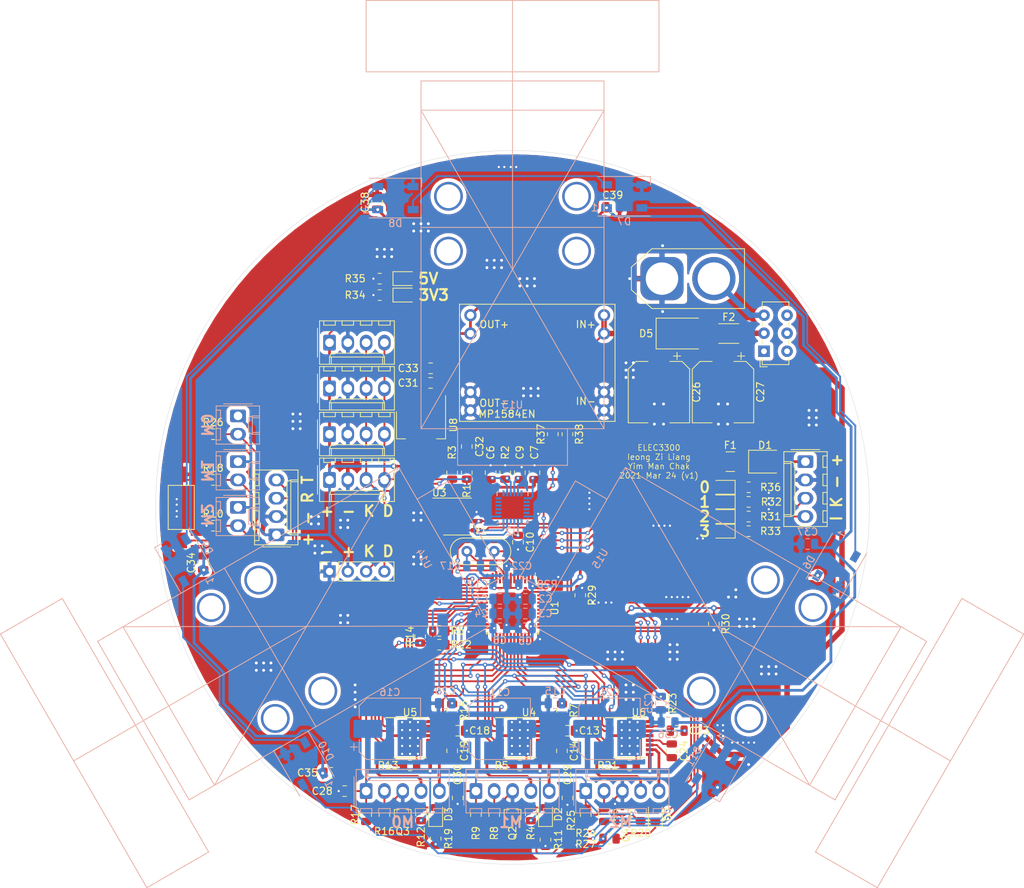
<source format=kicad_pcb>
(kicad_pcb (version 20171130) (host pcbnew 5.1.9-73d0e3b20d~88~ubuntu20.04.1)
  (layers (0 F.Cu signal) (31 B.Cu signal) (34 B.Paste user hide) (35 F.Paste user hide) (36 B.SilkS user hide) (37 F.SilkS user) (38 B.Mask user hide) (39 F.Mask user hide) (44 Edge.Cuts user))
  (net 0 "")
  (net 1 GND)
  (net 2 VCC)
  (net 3 "Net-(C9-Pad1)")
  (net 4 "Net-(C10-Pad1)")
  (net 5 +BATT)
  (net 6 "Net-(C13-Pad1)")
  (net 7 "Net-(C14-Pad2)")
  (net 8 "Net-(C14-Pad1)")
  (net 9 /M2_Vpropi)
  (net 10 "Net-(C18-Pad1)")
  (net 11 "Net-(C19-Pad2)")
  (net 12 "Net-(C19-Pad1)")
  (net 13 /M1_Vpropi)
  (net 14 "Net-(C23-Pad1)")
  (net 15 "Net-(C24-Pad2)")
  (net 16 "Net-(C24-Pad1)")
  (net 17 /M0_Vpropi)
  (net 18 /M2_Enc)
  (net 19 "Net-(D2-Pad1)")
  (net 20 /M1_Enc)
  (net 21 "Net-(D3-Pad1)")
  (net 22 /M0_Enc)
  (net 23 "Net-(D4-Pad1)")
  (net 24 "Net-(J3-Pad5)")
  (net 25 "Net-(J3-Pad4)")
  (net 26 "Net-(J3-Pad2)")
  (net 27 /M2_NTC)
  (net 28 "Net-(J5-Pad5)")
  (net 29 "Net-(J5-Pad4)")
  (net 30 "Net-(J5-Pad2)")
  (net 31 /M1_NTC)
  (net 32 "Net-(J7-Pad5)")
  (net 33 "Net-(J7-Pad4)")
  (net 34 "Net-(J7-Pad2)")
  (net 35 /M0_NTC)
  (net 36 "Net-(Q2-Pad1)")
  (net 37 "Net-(Q3-Pad1)")
  (net 38 "Net-(Q4-Pad1)")
  (net 39 "Net-(R2-Pad2)")
  (net 40 "Net-(R5-Pad2)")
  (net 41 /M2_nFault)
  (net 42 "Net-(R7-Pad2)")
  (net 43 "Net-(R13-Pad2)")
  (net 44 /M1_nFault)
  (net 45 "Net-(R15-Pad2)")
  (net 46 "Net-(R21-Pad2)")
  (net 47 /M0_nFault)
  (net 48 "Net-(R23-Pad2)")
  (net 49 /SDA)
  (net 50 /SCL)
  (net 51 /M2_Enable)
  (net 52 /M2_Phase)
  (net 53 /M1_Enable)
  (net 54 /M1_Phase)
  (net 55 /M0_Mode1)
  (net 56 /M0_Enable)
  (net 57 /M0_nSleep)
  (net 58 /M0_Phase)
  (net 59 /M0_Mode0)
  (net 60 /SWCLK)
  (net 61 /SWDIO)
  (net 62 "Net-(C12-Pad1)")
  (net 63 "Net-(D1-Pad2)")
  (net 64 "Net-(D1-Pad1)")
  (net 65 /TX)
  (net 66 /RX)
  (net 67 /OSC_OUT)
  (net 68 /OSC_IN)
  (net 69 /BOOT0)
  (net 70 "Net-(D5-Pad2)")
  (net 71 "Net-(F2-Pad2)")
  (net 72 "Net-(J13-Pad2)")
  (net 73 +5V)
  (net 74 "Net-(D6-Pad2)")
  (net 75 /SPI_MOSI)
  (net 76 "Net-(D7-Pad2)")
  (net 77 "Net-(D8-Pad2)")
  (net 78 "Net-(D10-Pad4)")
  (net 79 "Net-(D10-Pad2)")
  (net 80 "Net-(D12-Pad2)")
  (net 81 "Net-(D12-Pad1)")
  (net 82 "Net-(D13-Pad2)")
  (net 83 "Net-(D13-Pad1)")
  (net 84 "Net-(D14-Pad2)")
  (net 85 "Net-(D14-Pad1)")
  (net 86 "Net-(D15-Pad1)")
  (net 87 "Net-(D16-Pad1)")
  (net 88 "Net-(D17-Pad2)")
  (net 89 "Net-(D17-Pad1)")
  (net 90 "Net-(R37-Pad1)")
  (module Resistor_SMD:R_0805_2012Metric (layer F.Cu) (at 172.72 97.79 270)
    (fp_text reference R38 (at 0 -1.65 90) (layer F.SilkS))
    (fp_text value 10k)
    (pad 2 smd roundrect (at 0.9125 0 270) (size 1.025 1.4) (layers F.Cu F.Paste F.Mask) (roundrect_rratio 0.2439014634146341) (net 90 "Net-(R37-Pad1)"))
    (pad 1 smd roundrect (at -0.9125 0 270) (size 1.025 1.4) (layers F.Cu F.Paste F.Mask) (roundrect_rratio 0.2439014634146341) (net 1 GND))
  )
  (module Resistor_SMD:R_0805_2012Metric (layer F.Cu) (at 170.688 97.79 90)
    (fp_text reference R37 (at 0 -1.65 90) (layer F.SilkS))
    (fp_text value 50k)
    (pad 2 smd roundrect (at 0.9125 0 90) (size 1.025 1.4) (layers F.Cu F.Paste F.Mask) (roundrect_rratio 0.2439014634146341) (net 5 +BATT))
    (pad 1 smd roundrect (at -0.9125 0 90) (size 1.025 1.4) (layers F.Cu F.Paste F.Mask) (roundrect_rratio 0.2439014634146341) (net 90 "Net-(R37-Pad1)"))
  )
  (module Connector_PinSocket_2.54mm:PinSocket_1x04_P2.54mm_Vertical (layer F.Cu) (at 139.7 116.84 90)
    (fp_text reference J14 hide)
    (fp_text value Conn_01x04)
    (pad 4 thru_hole oval (at 0 7.62 90) (size 1.7 1.7) (drill 1) (layers *.Cu *.Mask) (net 49 /SDA))
    (pad 3 thru_hole oval (at 0 5.08 90) (size 1.7 1.7) (drill 1) (layers *.Cu *.Mask) (net 50 /SCL))
    (pad 2 thru_hole oval (at 0 2.54 90) (size 1.7 1.7) (drill 1) (layers *.Cu *.Mask) (net 2 VCC))
    (pad 1 thru_hole rect (at 0 0 90) (size 1.7 1.7) (drill 1) (layers *.Cu *.Mask) (net 1 GND))
  )
  (module Resistor_SMD:R_0805_2012Metric (layer F.Cu) (at 197.866 105.156 180)
    (fp_text reference R36 (at -3.048 0) (layer F.SilkS))
    (fp_text value 470)
    (pad 2 smd roundrect (at 0.9125 0 180) (size 1.025 1.4) (layers F.Cu F.Paste F.Mask) (roundrect_rratio 0.2439014634146341) (net 89 "Net-(D17-Pad1)"))
    (pad 1 smd roundrect (at -0.9125 0 180) (size 1.025 1.4) (layers F.Cu F.Paste F.Mask) (roundrect_rratio 0.2439014634146341) (net 1 GND))
  )
  (module LED_SMD:LED_0805_2012Metric (layer F.Cu) (at 194.31 105.156 180)
    (fp_text reference D17 hide)
    (fp_text value LED)
    (pad 2 smd roundrect (at 0.9375 0 180) (size 0.975 1.4) (layers F.Cu F.Paste F.Mask) (net 88 "Net-(D17-Pad2)"))
    (pad 1 smd roundrect (at -0.9375 0 180) (size 0.975 1.4) (layers F.Cu F.Paste F.Mask) (net 89 "Net-(D17-Pad1)"))
  )
  (module Resistor_SMD:R_0805_2012Metric (layer F.Cu) (at 146.6615 76.2)
    (fp_text reference R35 (at -3.4055 0) (layer F.SilkS))
    (fp_text value 470)
    (pad 2 smd roundrect (at 0.9125 0) (size 1.025 1.4) (layers F.Cu F.Paste F.Mask) (roundrect_rratio 0.2439014634146341) (net 87 "Net-(D16-Pad1)"))
    (pad 1 smd roundrect (at -0.9125 0) (size 1.025 1.4) (layers F.Cu F.Paste F.Mask) (roundrect_rratio 0.2439014634146341) (net 1 GND))
  )
  (module Resistor_SMD:R_0805_2012Metric (layer F.Cu) (at 146.6615 78.486)
    (fp_text reference R34 (at -3.4055 0) (layer F.SilkS))
    (fp_text value 470)
    (pad 2 smd roundrect (at 0.9125 0) (size 1.025 1.4) (layers F.Cu F.Paste F.Mask) (roundrect_rratio 0.2439014634146341) (net 86 "Net-(D15-Pad1)"))
    (pad 1 smd roundrect (at -0.9125 0) (size 1.025 1.4) (layers F.Cu F.Paste F.Mask) (roundrect_rratio 0.2439014634146341) (net 1 GND))
  )
  (module Resistor_SMD:R_0805_2012Metric (layer F.Cu) (at 197.866 111.252 180)
    (fp_text reference R33 (at -3.048 0) (layer F.SilkS))
    (fp_text value 470)
    (pad 2 smd roundrect (at 0.9125 0 180) (size 1.025 1.4) (layers F.Cu F.Paste F.Mask) (roundrect_rratio 0.2439014634146341) (net 85 "Net-(D14-Pad1)"))
    (pad 1 smd roundrect (at -0.9125 0 180) (size 1.025 1.4) (layers F.Cu F.Paste F.Mask) (roundrect_rratio 0.2439014634146341) (net 1 GND))
  )
  (module Resistor_SMD:R_0805_2012Metric (layer F.Cu) (at 197.866 107.188 180)
    (fp_text reference R32 (at -3.1515 0) (layer F.SilkS))
    (fp_text value 470)
    (pad 2 smd roundrect (at 0.9125 0 180) (size 1.025 1.4) (layers F.Cu F.Paste F.Mask) (roundrect_rratio 0.2439014634146341) (net 83 "Net-(D13-Pad1)"))
    (pad 1 smd roundrect (at -0.9125 0 180) (size 1.025 1.4) (layers F.Cu F.Paste F.Mask) (roundrect_rratio 0.2439014634146341) (net 1 GND))
  )
  (module Resistor_SMD:R_0805_2012Metric (layer F.Cu) (at 197.866 109.22 180)
    (fp_text reference R31 (at -3.048 0) (layer F.SilkS))
    (fp_text value 470)
    (pad 2 smd roundrect (at 0.9125 0 180) (size 1.025 1.4) (layers F.Cu F.Paste F.Mask) (roundrect_rratio 0.2439014634146341) (net 81 "Net-(D12-Pad1)"))
    (pad 1 smd roundrect (at -0.9125 0 180) (size 1.025 1.4) (layers F.Cu F.Paste F.Mask) (roundrect_rratio 0.2439014634146341) (net 1 GND))
  )
  (module LED_SMD:LED_0805_2012Metric (layer F.Cu) (at 150.1925 76.2)
    (fp_text reference D16 hide)
    (fp_text value LED)
    (pad 2 smd roundrect (at 0.9375 0) (size 0.975 1.4) (layers F.Cu F.Paste F.Mask) (net 73 +5V))
    (pad 1 smd roundrect (at -0.9375 0) (size 0.975 1.4) (layers F.Cu F.Paste F.Mask) (net 87 "Net-(D16-Pad1)"))
  )
  (module LED_SMD:LED_0805_2012Metric (layer F.Cu) (at 150.1925 78.486)
    (fp_text reference D15 hide)
    (fp_text value LED)
    (pad 2 smd roundrect (at 0.9375 0) (size 0.975 1.4) (layers F.Cu F.Paste F.Mask) (net 2 VCC))
    (pad 1 smd roundrect (at -0.9375 0) (size 0.975 1.4) (layers F.Cu F.Paste F.Mask) (net 86 "Net-(D15-Pad1)"))
  )
  (module LED_SMD:LED_0805_2012Metric (layer F.Cu) (at 194.31 111.252 180)
    (fp_text reference D14 hide)
    (fp_text value LED)
    (pad 2 smd roundrect (at 0.9375 0 180) (size 0.975 1.4) (layers F.Cu F.Paste F.Mask) (net 84 "Net-(D14-Pad2)"))
    (pad 1 smd roundrect (at -0.9375 0 180) (size 0.975 1.4) (layers F.Cu F.Paste F.Mask) (net 85 "Net-(D14-Pad1)"))
  )
  (module LED_SMD:LED_0805_2012Metric (layer F.Cu) (at 194.31 107.188 180)
    (fp_text reference D13 hide)
    (fp_text value LED)
    (pad 2 smd roundrect (at 0.9375 0 180) (size 0.975 1.4) (layers F.Cu F.Paste F.Mask) (net 82 "Net-(D13-Pad2)"))
    (pad 1 smd roundrect (at -0.9375 0 180) (size 0.975 1.4) (layers F.Cu F.Paste F.Mask) (net 83 "Net-(D13-Pad1)"))
  )
  (module LED_SMD:LED_0805_2012Metric (layer F.Cu) (at 194.31 109.22 180)
    (fp_text reference D12 hide)
    (fp_text value LED)
    (pad 2 smd roundrect (at 0.9375 0 180) (size 0.975 1.4) (layers F.Cu F.Paste F.Mask) (net 80 "Net-(D12-Pad2)"))
    (pad 1 smd roundrect (at -0.9375 0 180) (size 0.975 1.4) (layers F.Cu F.Paste F.Mask) (net 81 "Net-(D12-Pad1)"))
  )
  (module Resistor_SMD:R_0805_2012Metric (layer F.Cu) (at 193.04 124.1025 270)
    (fp_text reference R30 (at 0 -1.65 270) (layer F.SilkS))
    (fp_text value 470)
    (pad 2 smd roundrect (at 0.9125 0 270) (size 1.025 1.4) (layers F.Cu F.Paste F.Mask) (roundrect_rratio 0.2439014634146341) (net 1 GND))
    (pad 1 smd roundrect (at -0.9125 0 270) (size 1.025 1.4) (layers F.Cu F.Paste F.Mask) (roundrect_rratio 0.2439014634146341) (net 75 /SPI_MOSI))
  )
  (module LED_SMD:LED_WS2812B_PLCC4_5.0x5.0mm_P3.2mm (layer B.Cu) (at 193.294 144.272 240)
    (fp_text reference D11 (at 0 3.5 60) (layer B.SilkS) (effects (justify mirror)))
    (fp_text value WS2812B)
    (fp_text user 1 (at -4.15 1.6 60) (layer B.SilkS) (effects (justify mirror)))
    (pad 1 smd rect (at -2.45 1.6 240) (size 1.5 1) (layers B.Cu B.Paste B.Mask) (net 73 +5V))
    (pad 2 smd rect (at -2.45 -1.6 240) (size 1.5 1) (layers B.Cu B.Paste B.Mask))
    (pad 4 smd rect (at 2.45 1.6 240) (size 1.5 1) (layers B.Cu B.Paste B.Mask) (net 79 "Net-(D10-Pad2)"))
    (pad 3 smd rect (at 2.45 -1.6 240) (size 1.5 1) (layers B.Cu B.Paste B.Mask) (net 1 GND))
  )
  (module LED_SMD:LED_WS2812B_PLCC4_5.0x5.0mm_P3.2mm (layer B.Cu) (at 136.144 143.51 120)
    (fp_text reference D10 (at 0 3.5 120) (layer B.SilkS) (effects (justify mirror)))
    (fp_text value WS2812B)
    (fp_text user 1 (at -4.15 1.6 120) (layer B.SilkS) (effects (justify mirror)))
    (pad 1 smd rect (at -2.45 1.6 120) (size 1.5 1) (layers B.Cu B.Paste B.Mask) (net 73 +5V))
    (pad 2 smd rect (at -2.45 -1.6 120) (size 1.5 1) (layers B.Cu B.Paste B.Mask) (net 79 "Net-(D10-Pad2)"))
    (pad 4 smd rect (at 2.45 1.6 120) (size 1.5 1) (layers B.Cu B.Paste B.Mask) (net 78 "Net-(D10-Pad4)"))
    (pad 3 smd rect (at 2.45 -1.6 120) (size 1.5 1) (layers B.Cu B.Paste B.Mask) (net 1 GND))
  )
  (module LED_SMD:LED_WS2812B_PLCC4_5.0x5.0mm_P3.2mm (layer B.Cu) (at 119.634 115.316 120)
    (fp_text reference D9 (at 0 3.5 120) (layer B.SilkS) (effects (justify mirror)))
    (fp_text value WS2812B)
    (fp_text user 1 (at -4.15 1.6 120) (layer B.SilkS) (effects (justify mirror)))
    (pad 1 smd rect (at -2.45 1.6 120) (size 1.5 1) (layers B.Cu B.Paste B.Mask) (net 73 +5V))
    (pad 2 smd rect (at -2.45 -1.6 120) (size 1.5 1) (layers B.Cu B.Paste B.Mask) (net 78 "Net-(D10-Pad4)"))
    (pad 4 smd rect (at 2.45 1.6 120) (size 1.5 1) (layers B.Cu B.Paste B.Mask) (net 77 "Net-(D8-Pad2)"))
    (pad 3 smd rect (at 2.45 -1.6 120) (size 1.5 1) (layers B.Cu B.Paste B.Mask) (net 1 GND))
  )
  (module LED_SMD:LED_WS2812B_PLCC4_5.0x5.0mm_P3.2mm (layer B.Cu) (at 148.844 65.024)
    (fp_text reference D8 (at 0 3.5) (layer B.SilkS) (effects (justify mirror)))
    (fp_text value WS2812B)
    (fp_text user 1 (at -4.15 1.6) (layer B.SilkS) (effects (justify mirror)))
    (pad 1 smd rect (at -2.45 1.6) (size 1.5 1) (layers B.Cu B.Paste B.Mask) (net 73 +5V))
    (pad 2 smd rect (at -2.45 -1.6) (size 1.5 1) (layers B.Cu B.Paste B.Mask) (net 77 "Net-(D8-Pad2)"))
    (pad 4 smd rect (at 2.45 1.6) (size 1.5 1) (layers B.Cu B.Paste B.Mask) (net 76 "Net-(D7-Pad2)"))
    (pad 3 smd rect (at 2.45 -1.6) (size 1.5 1) (layers B.Cu B.Paste B.Mask) (net 1 GND))
  )
  (module LED_SMD:LED_WS2812B_PLCC4_5.0x5.0mm_P3.2mm (layer B.Cu) (at 180.594 64.77)
    (fp_text reference D7 (at 0 3.5) (layer B.SilkS) (effects (justify mirror)))
    (fp_text value WS2812B)
    (fp_text user 1 (at -4.15 1.6) (layer B.SilkS) (effects (justify mirror)))
    (pad 1 smd rect (at -2.45 1.6) (size 1.5 1) (layers B.Cu B.Paste B.Mask) (net 73 +5V))
    (pad 2 smd rect (at -2.45 -1.6) (size 1.5 1) (layers B.Cu B.Paste B.Mask) (net 76 "Net-(D7-Pad2)"))
    (pad 4 smd rect (at 2.45 1.6) (size 1.5 1) (layers B.Cu B.Paste B.Mask) (net 74 "Net-(D6-Pad2)"))
    (pad 3 smd rect (at 2.45 -1.6) (size 1.5 1) (layers B.Cu B.Paste B.Mask) (net 1 GND))
  )
  (module LED_SMD:LED_WS2812B_PLCC4_5.0x5.0mm_P3.2mm (layer B.Cu) (at 210.058 116.078 240)
    (fp_text reference D6 (at 1.465059 3.553557 60) (layer B.SilkS) (effects (justify mirror)))
    (fp_text value WS2812B)
    (fp_text user 1 (at -4.15 1.6 60) (layer B.SilkS) (effects (justify mirror)))
    (pad 1 smd rect (at -2.45 1.6 240) (size 1.5 1) (layers B.Cu B.Paste B.Mask) (net 73 +5V))
    (pad 2 smd rect (at -2.45 -1.6 240) (size 1.5 1) (layers B.Cu B.Paste B.Mask) (net 74 "Net-(D6-Pad2)"))
    (pad 4 smd rect (at 2.45 1.6 240) (size 1.5 1) (layers B.Cu B.Paste B.Mask) (net 75 /SPI_MOSI))
    (pad 3 smd rect (at 2.45 -1.6 240) (size 1.5 1) (layers B.Cu B.Paste B.Mask) (net 1 GND))
  )
  (module Capacitor_SMD:C_0805_2012Metric (layer F.Cu) (at 179.004 66.294)
    (fp_text reference C39 (at 0 -1.68) (layer F.SilkS))
    (fp_text value 100n)
    (pad 2 smd roundrect (at 0.95 0) (size 1 1.45) (layers F.Cu F.Paste F.Mask) (net 1 GND))
    (pad 1 smd roundrect (at -0.95 0) (size 1 1.45) (layers F.Cu F.Paste F.Mask) (net 73 +5V))
  )
  (module Capacitor_SMD:C_0805_2012Metric (layer F.Cu) (at 146.304 65.598 90)
    (fp_text reference C38 (at 0 -1.68 90) (layer F.SilkS))
    (fp_text value 100n)
    (pad 2 smd roundrect (at 0.95 0 90) (size 1 1.45) (layers F.Cu F.Paste F.Mask) (net 1 GND))
    (pad 1 smd roundrect (at -0.95 0 90) (size 1 1.45) (layers F.Cu F.Paste F.Mask) (net 73 +5V))
  )
  (module Capacitor_SMD:C_0805_2012Metric (layer B.Cu) (at 206.06 113.03 180)
    (fp_text reference C37 (at 0 1.68) (layer B.SilkS) (effects (justify mirror)))
    (fp_text value 100n)
    (pad 2 smd roundrect (at 0.95 0 180) (size 1 1.45) (layers B.Cu B.Paste B.Mask) (net 1 GND))
    (pad 1 smd roundrect (at -0.95 0 180) (size 1 1.45) (layers B.Cu B.Paste B.Mask) (net 73 +5V))
  )
  (module Capacitor_SMD:C_0805_2012Metric (layer B.Cu) (at 186.69 137.795 180)
    (fp_text reference C36 (at 0 -1.651 180) (layer B.SilkS) (effects (justify mirror)))
    (fp_text value 100n)
    (pad 2 smd roundrect (at 0.95 0 180) (size 1 1.45) (layers B.Cu B.Paste B.Mask) (net 1 GND))
    (pad 1 smd roundrect (at -0.95 0 180) (size 1 1.45) (layers B.Cu B.Paste B.Mask) (net 73 +5V))
  )
  (module Capacitor_SMD:C_0805_2012Metric (layer F.Cu) (at 139.888 144.78)
    (fp_text reference C35 (at -3.236 0) (layer F.SilkS))
    (fp_text value 100n)
    (pad 2 smd roundrect (at 0.95 0) (size 1 1.45) (layers F.Cu F.Paste F.Mask) (net 1 GND))
    (pad 1 smd roundrect (at -0.95 0) (size 1 1.45) (layers F.Cu F.Paste F.Mask) (net 73 +5V))
  )
  (module Capacitor_SMD:C_0805_2012Metric (layer F.Cu) (at 122.174 115.636 90)
    (fp_text reference C34 (at 0 -1.68 90) (layer F.SilkS))
    (fp_text value 100n)
    (pad 2 smd roundrect (at 0.95 0 90) (size 1 1.45) (layers F.Cu F.Paste F.Mask) (net 1 GND))
    (pad 1 smd roundrect (at -0.95 0 90) (size 1 1.45) (layers F.Cu F.Paste F.Mask) (net 73 +5V))
  )
  (module Capacitor_SMD:C_0805_2012Metric (layer F.Cu) (at 153.736 88.646)
    (fp_text reference C33 (at -3.114 0) (layer F.SilkS))
    (fp_text value 10u)
    (pad 2 smd roundrect (at 0.95 0) (size 1 1.45) (layers F.Cu F.Paste F.Mask) (net 1 GND))
    (pad 1 smd roundrect (at -0.95 0) (size 1 1.45) (layers F.Cu F.Paste F.Mask) (net 73 +5V))
  )
  (module Package_TO_SOT_SMD:SOT-223-3_TabPin2 (layer F.Cu) (at 152.4 96.52 270)
    (fp_text reference U8 (at 0 -4.5 90) (layer F.SilkS))
    (fp_text value LM1117-3.3)
    (pad 1 smd rect (at -3.15 -2.3 270) (size 2 1.5) (layers F.Cu F.Paste F.Mask) (net 1 GND))
    (pad 3 smd rect (at -3.15 2.3 270) (size 2 1.5) (layers F.Cu F.Paste F.Mask) (net 73 +5V))
    (pad 2 smd rect (at -3.15 0 270) (size 2 1.5) (layers F.Cu F.Paste F.Mask) (net 2 VCC))
    (pad 2 smd rect (at 3.15 0 270) (size 2 3.8) (layers F.Cu F.Paste F.Mask) (net 2 VCC))
  )
  (module Capacitor_SMD:C_0805_2012Metric (layer F.Cu) (at 158.75 99.502 90)
    (fp_text reference C32 (at 0 1.778 90) (layer F.SilkS))
    (fp_text value 100n)
    (pad 2 smd roundrect (at 0.95 0 90) (size 1 1.45) (layers F.Cu F.Paste F.Mask) (net 1 GND))
    (pad 1 smd roundrect (at -0.95 0 90) (size 1 1.45) (layers F.Cu F.Paste F.Mask) (net 2 VCC))
  )
  (module Capacitor_SMD:C_0805_2012Metric (layer F.Cu) (at 153.736 90.678)
    (fp_text reference C31 (at -3.114 0) (layer F.SilkS))
    (fp_text value 10u)
    (pad 2 smd roundrect (at 0.95 0) (size 1 1.45) (layers F.Cu F.Paste F.Mask) (net 1 GND))
    (pad 1 smd roundrect (at -0.95 0) (size 1 1.45) (layers F.Cu F.Paste F.Mask) (net 73 +5V))
  )
  (module Capacitor_SMD:C_0805_2012Metric (layer F.Cu) (at 157.48 148.27 90)
    (fp_text reference C30 (at 3.236 0 90) (layer F.SilkS))
    (fp_text value 100n)
    (pad 2 smd roundrect (at 0.95 0 90) (size 1 1.45) (layers F.Cu F.Paste F.Mask) (net 2 VCC))
    (pad 1 smd roundrect (at -0.95 0 90) (size 1 1.45) (layers F.Cu F.Paste F.Mask) (net 1 GND))
  )
  (module Capacitor_SMD:C_0805_2012Metric (layer F.Cu) (at 172.72 148.27 90)
    (fp_text reference C29 (at 3.236 0 90) (layer F.SilkS))
    (fp_text value 100n)
    (pad 2 smd roundrect (at 0.95 0 90) (size 1 1.45) (layers F.Cu F.Paste F.Mask) (net 2 VCC))
    (pad 1 smd roundrect (at -0.95 0 90) (size 1 1.45) (layers F.Cu F.Paste F.Mask) (net 1 GND))
  )
  (module Capacitor_SMD:C_0805_2012Metric (layer F.Cu) (at 141.798 147.32)
    (fp_text reference C28 (at -3.114 0) (layer F.SilkS))
    (fp_text value 100n)
    (pad 2 smd roundrect (at 0.95 0) (size 1 1.45) (layers F.Cu F.Paste F.Mask) (net 2 VCC))
    (pad 1 smd roundrect (at -0.95 0) (size 1 1.45) (layers F.Cu F.Paste F.Mask) (net 1 GND))
  )
  (module ElecMotor:MP1584EN (layer F.Cu) (at 168.656 87.884)
    (fp_text reference U7 hide)
    (fp_text value MP1584EN (at -4.318 7.112) (layer F.SilkS))
    (fp_text user OUT- (at -6.096 5.588) (layer F.SilkS))
    (fp_text user OUT+ (at -6.096 -5.334) (layer F.SilkS))
    (fp_text user IN- (at 6.604 5.334) (layer F.SilkS))
    (fp_text user IN+ (at 6.604 -5.334) (layer F.SilkS))
    (pad 8 thru_hole circle (at -9.398 6.604) (size 1.7 1.7) (drill 1) (layers *.Cu *.Mask) (net 1 GND))
    (pad 7 thru_hole circle (at -9.398 4.064) (size 1.7 1.7) (drill 1) (layers *.Cu *.Mask) (net 1 GND))
    (pad 6 thru_hole circle (at -9.398 -4.064) (size 1.7 1.7) (drill 1) (layers *.Cu *.Mask) (net 73 +5V))
    (pad 5 thru_hole circle (at -9.398 -6.604) (size 1.7 1.7) (drill 1) (layers *.Cu *.Mask) (net 73 +5V))
    (pad 4 thru_hole circle (at 9.144 6.604) (size 1.7 1.7) (drill 1) (layers *.Cu *.Mask) (net 1 GND))
    (pad 3 thru_hole circle (at 9.144 4.064) (size 1.7 1.7) (drill 1) (layers *.Cu *.Mask) (net 1 GND))
    (pad 2 thru_hole circle (at 9.144 -4.064) (size 1.7 1.7) (drill 1) (layers *.Cu *.Mask) (net 5 +BATT))
    (pad 1 thru_hole circle (at 9.144 -6.604) (size 1.7 1.7) (drill 1) (layers *.Cu *.Mask) (net 5 +BATT))
  )
  (module Button_Switch_THT:SW_E-Switch_EG1271_DPDT (layer F.Cu) (at 200 86.28 90)
    (fp_text reference SW2 hide)
    (fp_text value SW_SPDT)
    (pad 6 thru_hole circle (at 5 3.2 90) (size 1.6 1.6) (drill 0.8) (layers *.Cu *.Mask))
    (pad 5 thru_hole circle (at 2.5 3.2 90) (size 1.6 1.6) (drill 0.8) (layers *.Cu *.Mask))
    (pad 4 thru_hole circle (at 0 3.2 90) (size 1.6 1.6) (drill 0.8) (layers *.Cu *.Mask))
    (pad 3 thru_hole circle (at 5 0 90) (size 1.6 1.6) (drill 0.8) (layers *.Cu *.Mask) (net 72 "Net-(J13-Pad2)"))
    (pad 2 thru_hole circle (at 2.5 0 90) (size 1.6 1.6) (drill 0.8) (layers *.Cu *.Mask) (net 71 "Net-(F2-Pad2)"))
    (pad 1 thru_hole rect (at 0 0 90) (size 1.6 1.6) (drill 0.8) (layers *.Cu *.Mask))
  )
  (module Connector_AMASS:AMASS_XT60-F_1x02_P7.20mm_Vertical (layer F.Cu) (at 185.84 76.2)
    (fp_text reference J13 hide)
    (fp_text value Conn_01x02)
    (pad 1 thru_hole roundrect (at 0 0) (size 6 6) (drill 4.5) (layers *.Cu *.Mask) (net 1 GND))
    (pad 2 thru_hole circle (at 7.2 0) (size 6 6) (drill 4.5) (layers *.Cu *.Mask) (net 72 "Net-(J13-Pad2)"))
  )
  (module Fuse:Fuse_2010_5025Metric (layer F.Cu) (at 195.108 83.82)
    (fp_text reference F2 (at 0 -2.28) (layer F.SilkS))
    (fp_text value Fuse)
    (pad 2 smd roundrect (at 2.25 0) (size 1.35 2.65) (layers F.Cu F.Paste F.Mask) (roundrect_rratio 0.1851844444444445) (net 71 "Net-(F2-Pad2)"))
    (pad 1 smd roundrect (at -2.25 0) (size 1.35 2.65) (layers F.Cu F.Paste F.Mask) (roundrect_rratio 0.1851844444444445) (net 70 "Net-(D5-Pad2)"))
  )
  (module Diode_SMD:D_2114_3652Metric (layer F.Cu) (at 188.3125 83.82)
    (fp_text reference D5 (at -4.6705 0) (layer F.SilkS))
    (fp_text value D)
    (pad 2 smd roundrect (at 2.1875 0) (size 1.675 3.75) (layers F.Cu F.Paste F.Mask) (roundrect_rratio 0.1492531343283582) (net 70 "Net-(D5-Pad2)"))
    (pad 1 smd roundrect (at -2.1875 0) (size 1.675 3.75) (layers F.Cu F.Paste F.Mask) (roundrect_rratio 0.1492531343283582) (net 5 +BATT))
  )
  (module Capacitor_SMD:CP_Elec_8x5.4 (layer F.Cu) (at 194.31 91.95 270)
    (fp_text reference C27 (at 0 -5.2 90) (layer F.SilkS))
    (fp_text value C)
    (pad 2 smd roundrect (at 3.05 0 270) (size 4 2.5) (layers F.Cu F.Paste F.Mask) (roundrect_rratio 0.1) (net 1 GND))
    (pad 1 smd roundrect (at -3.05 0 270) (size 4 2.5) (layers F.Cu F.Paste F.Mask) (roundrect_rratio 0.1) (net 5 +BATT))
  )
  (module Capacitor_SMD:CP_Elec_8x5.4 (layer F.Cu) (at 185.42 91.95 270)
    (fp_text reference C26 (at 0 -5.2 90) (layer F.SilkS))
    (fp_text value C)
    (pad 2 smd roundrect (at 3.05 0 270) (size 4 2.5) (layers F.Cu F.Paste F.Mask) (roundrect_rratio 0.1) (net 1 GND))
    (pad 1 smd roundrect (at -3.05 0 270) (size 4 2.5) (layers F.Cu F.Paste F.Mask) (roundrect_rratio 0.1) (net 5 +BATT))
  )
  (module Crystal:Crystal_HC52-6mm_Vertical (layer F.Cu) (at 158.76 114.046)
    (fp_text reference Y1 (at 1.9 -2.85) (layer F.SilkS))
    (fp_text value Crystal)
    (pad 2 thru_hole circle (at 3.8 0) (size 1.5 1.5) (drill 0.8) (layers *.Cu *.Mask) (net 68 /OSC_IN))
    (pad 1 thru_hole circle (at 0 0) (size 1.5 1.5) (drill 0.8) (layers *.Cu *.Mask) (net 67 /OSC_OUT))
  )
  (module Resistor_SMD:R_0805_2012Metric (layer F.Cu) (at 174.498 120.142 270)
    (fp_text reference R29 (at 0 -1.65 90) (layer F.SilkS))
    (fp_text value 0)
    (pad 2 smd roundrect (at 0.9125 0 270) (size 1.025 1.4) (layers F.Cu F.Paste F.Mask) (roundrect_rratio 0.2439014634146341) (net 69 /BOOT0))
    (pad 1 smd roundrect (at -0.9125 0 270) (size 1.025 1.4) (layers F.Cu F.Paste F.Mask) (roundrect_rratio 0.2439014634146341) (net 1 GND))
  )
  (module Capacitor_SMD:C_0805_2012Metric (layer B.Cu) (at 163.322 116.078)
    (fp_text reference C22 (at 3.048 0) (layer B.SilkS) (effects (justify mirror)))
    (fp_text value 100n)
    (pad 2 smd roundrect (at 0.95 0) (size 1 1.45) (layers B.Cu B.Paste B.Mask) (net 1 GND))
    (pad 1 smd roundrect (at -0.95 0) (size 1 1.45) (layers B.Cu B.Paste B.Mask) (net 68 /OSC_IN))
  )
  (module Capacitor_SMD:C_0805_2012Metric (layer B.Cu) (at 159.7 116.078)
    (fp_text reference C17 (at -3.236 0) (layer B.SilkS) (effects (justify mirror)))
    (fp_text value 100n)
    (pad 2 smd roundrect (at 0.95 0) (size 1 1.45) (layers B.Cu B.Paste B.Mask) (net 1 GND))
    (pad 1 smd roundrect (at -0.95 0) (size 1 1.45) (layers B.Cu B.Paste B.Mask) (net 67 /OSC_OUT))
  )
  (module Connector_Molex:Molex_KK-254_AE-6410-04A_1x04_P2.54mm_Vertical (layer F.Cu) (at 139.7 85.09)
    (fp_text reference J12 hide)
    (fp_text value Conn_01x04)
    (pad 4 thru_hole oval (at 7.62 0) (size 1.74 2.19) (drill 1.19) (layers *.Cu *.Mask) (net 49 /SDA))
    (pad 3 thru_hole oval (at 5.08 0) (size 1.74 2.19) (drill 1.19) (layers *.Cu *.Mask) (net 50 /SCL))
    (pad 2 thru_hole oval (at 2.54 0) (size 1.74 2.19) (drill 1.19) (layers *.Cu *.Mask) (net 1 GND))
    (pad 1 thru_hole roundrect (at 0 0) (size 1.74 2.19) (drill 1.19) (layers *.Cu *.Mask) (roundrect_rratio 0.1436775862068966) (net 2 VCC))
  )
  (module Connector_Molex:Molex_KK-254_AE-6410-04A_1x04_P2.54mm_Vertical (layer F.Cu) (at 139.7 104.14)
    (fp_text reference J11 hide)
    (fp_text value Conn_01x04)
    (pad 4 thru_hole oval (at 7.62 0) (size 1.74 2.19) (drill 1.19) (layers *.Cu *.Mask) (net 49 /SDA))
    (pad 3 thru_hole oval (at 5.08 0) (size 1.74 2.19) (drill 1.19) (layers *.Cu *.Mask) (net 50 /SCL))
    (pad 2 thru_hole oval (at 2.54 0) (size 1.74 2.19) (drill 1.19) (layers *.Cu *.Mask) (net 1 GND))
    (pad 1 thru_hole roundrect (at 0 0) (size 1.74 2.19) (drill 1.19) (layers *.Cu *.Mask) (roundrect_rratio 0.1436775862068966) (net 2 VCC))
  )
  (module Connector_Molex:Molex_KK-254_AE-6410-04A_1x04_P2.54mm_Vertical (layer F.Cu) (at 139.7 97.79)
    (fp_text reference J10 hide)
    (fp_text value Conn_01x04)
    (pad 4 thru_hole oval (at 7.62 0) (size 1.74 2.19) (drill 1.19) (layers *.Cu *.Mask) (net 49 /SDA))
    (pad 3 thru_hole oval (at 5.08 0) (size 1.74 2.19) (drill 1.19) (layers *.Cu *.Mask) (net 50 /SCL))
    (pad 2 thru_hole oval (at 2.54 0) (size 1.74 2.19) (drill 1.19) (layers *.Cu *.Mask) (net 1 GND))
    (pad 1 thru_hole roundrect (at 0 0) (size 1.74 2.19) (drill 1.19) (layers *.Cu *.Mask) (roundrect_rratio 0.1436775862068966) (net 2 VCC))
  )
  (module Connector_Molex:Molex_KK-254_AE-6410-04A_1x04_P2.54mm_Vertical (layer F.Cu) (at 139.7 91.44)
    (fp_text reference J9 hide)
    (fp_text value Conn_01x04)
    (pad 4 thru_hole oval (at 7.62 0) (size 1.74 2.19) (drill 1.19) (layers *.Cu *.Mask) (net 49 /SDA))
    (pad 3 thru_hole oval (at 5.08 0) (size 1.74 2.19) (drill 1.19) (layers *.Cu *.Mask) (net 50 /SCL))
    (pad 2 thru_hole oval (at 2.54 0) (size 1.74 2.19) (drill 1.19) (layers *.Cu *.Mask) (net 1 GND))
    (pad 1 thru_hole roundrect (at 0 0) (size 1.74 2.19) (drill 1.19) (layers *.Cu *.Mask) (roundrect_rratio 0.1436775862068966) (net 2 VCC))
  )
  (module Connector_Molex:Molex_KK-254_AE-6410-04A_1x04_P2.54mm_Vertical (layer F.Cu) (at 132.334 111.76 90)
    (fp_text reference J2 hide)
    (fp_text value Conn_01x04)
    (pad 4 thru_hole oval (at 7.62 0 90) (size 1.74 2.19) (drill 1.19) (layers *.Cu *.Mask) (net 65 /TX))
    (pad 3 thru_hole oval (at 5.08 0 90) (size 1.74 2.19) (drill 1.19) (layers *.Cu *.Mask) (net 66 /RX))
    (pad 2 thru_hole oval (at 2.54 0 90) (size 1.74 2.19) (drill 1.19) (layers *.Cu *.Mask) (net 1 GND))
    (pad 1 thru_hole roundrect (at 0 0 90) (size 1.74 2.19) (drill 1.19) (layers *.Cu *.Mask) (roundrect_rratio 0.1436775862068966) (net 2 VCC))
  )
  (module Fuse:Fuse_1210_3225Metric (layer F.Cu) (at 195.326 101.6 180)
    (fp_text reference F1 (at 0 2.286) (layer F.SilkS))
    (fp_text value Fuse)
    (pad 2 smd roundrect (at 1.4 0 180) (size 1.25 2.65) (layers F.Cu F.Paste F.Mask) (roundrect_rratio 0.2) (net 2 VCC))
    (pad 1 smd roundrect (at -1.4 0 180) (size 1.25 2.65) (layers F.Cu F.Paste F.Mask) (roundrect_rratio 0.2) (net 64 "Net-(D1-Pad1)"))
  )
  (module Diode_SMD:D_1210_3225Metric (layer F.Cu) (at 200.152 101.6)
    (fp_text reference D1 (at 0 -2.28) (layer F.SilkS))
    (fp_text value D)
    (pad 2 smd roundrect (at 1.4 0) (size 1.25 2.65) (layers F.Cu F.Paste F.Mask) (roundrect_rratio 0.2) (net 63 "Net-(D1-Pad2)"))
    (pad 1 smd roundrect (at -1.4 0) (size 1.25 2.65) (layers F.Cu F.Paste F.Mask) (roundrect_rratio 0.2) (net 64 "Net-(D1-Pad1)"))
  )
  (module Connector_Molex:Molex_KK-254_AE-6410-04A_1x04_P2.54mm_Vertical (layer F.Cu) (at 205.74 101.6 270)
    (fp_text reference J1 hide)
    (fp_text value Conn_01x04)
    (pad 4 thru_hole oval (at 7.62 0 270) (size 1.74 2.19) (drill 1.19) (layers *.Cu *.Mask) (net 61 /SWDIO))
    (pad 3 thru_hole oval (at 5.08 0 270) (size 1.74 2.19) (drill 1.19) (layers *.Cu *.Mask) (net 60 /SWCLK))
    (pad 2 thru_hole oval (at 2.54 0 270) (size 1.74 2.19) (drill 1.19) (layers *.Cu *.Mask) (net 1 GND))
    (pad 1 thru_hole roundrect (at 0 0 270) (size 1.74 2.19) (drill 1.19) (layers *.Cu *.Mask) (roundrect_rratio 0.1436775862068966) (net 63 "Net-(D1-Pad2)"))
  )
  (module Button_Switch_SMD:SW_SPST_FSMSM (layer F.Cu) (at 119.126 107.95 270)
    (fp_text reference SW1 hide)
    (fp_text value SW_Push)
    (pad 2 smd rect (at 4.59 0 270) (size 2.18 1.6) (layers F.Cu F.Paste F.Mask) (net 62 "Net-(C12-Pad1)"))
    (pad 1 smd rect (at -4.59 0 270) (size 2.18 1.6) (layers F.Cu F.Paste F.Mask) (net 1 GND))
  )
  (module Resistor_SMD:R_0805_2012Metric (layer B.Cu) (at 166.878 118.618)
    (fp_text reference R28 (at 3.048 0) (layer B.SilkS) (effects (justify mirror)))
    (fp_text value 470)
    (pad 2 smd roundrect (at 0.9125 0) (size 1.025 1.4) (layers B.Cu B.Paste B.Mask) (roundrect_rratio 0.2439014634146341) (net 2 VCC))
    (pad 1 smd roundrect (at -0.9125 0) (size 1.025 1.4) (layers B.Cu B.Paste B.Mask) (roundrect_rratio 0.2439014634146341) (net 62 "Net-(C12-Pad1)"))
  )
  (module Capacitor_SMD:C_0805_2012Metric (layer B.Cu) (at 163.322 118.618)
    (fp_text reference C12 (at -3.048 0) (layer B.SilkS) (effects (justify mirror)))
    (fp_text value 100n)
    (pad 2 smd roundrect (at 0.95 0) (size 1 1.45) (layers B.Cu B.Paste B.Mask) (net 1 GND))
    (pad 1 smd roundrect (at -0.95 0) (size 1 1.45) (layers B.Cu B.Paste B.Mask) (net 62 "Net-(C12-Pad1)"))
  )
  (module Package_SO:SOP-8_3.9x4.9mm_P1.27mm (layer F.Cu) (at 157.48 109.22)
    (fp_text reference U3 (at -2.54 -3.302) (layer F.SilkS))
    (fp_text value 24LC00)
    (pad 8 smd roundrect (at 2.625 -1.905) (size 1.65 0.6) (layers F.Cu F.Paste F.Mask) (net 2 VCC))
    (pad 7 smd roundrect (at 2.625 -0.635) (size 1.65 0.6) (layers F.Cu F.Paste F.Mask) (net 1 GND))
    (pad 6 smd roundrect (at 2.625 0.635) (size 1.65 0.6) (layers F.Cu F.Paste F.Mask) (net 50 /SCL))
    (pad 5 smd roundrect (at 2.625 1.905) (size 1.65 0.6) (layers F.Cu F.Paste F.Mask) (net 49 /SDA))
    (pad 4 smd roundrect (at -2.625 1.905) (size 1.65 0.6) (layers F.Cu F.Paste F.Mask) (net 1 GND))
    (pad 3 smd roundrect (at -2.625 0.635) (size 1.65 0.6) (layers F.Cu F.Paste F.Mask) (net 1 GND))
    (pad 2 smd roundrect (at -2.625 -0.635) (size 1.65 0.6) (layers F.Cu F.Paste F.Mask) (net 1 GND))
    (pad 1 smd roundrect (at -2.625 -1.905) (size 1.65 0.6) (layers F.Cu F.Paste F.Mask) (net 1 GND))
  )
  (module Resistor_SMD:R_0805_2012Metric (layer F.Cu) (at 156.718 103.124 90)
    (fp_text reference R3 (at 2.794 0 90) (layer F.SilkS))
    (fp_text value 470)
    (pad 2 smd roundrect (at 0.9125 0 90) (size 1.025 1.4) (layers F.Cu F.Paste F.Mask) (roundrect_rratio 0.2439014634146341) (net 2 VCC))
    (pad 1 smd roundrect (at -0.9125 0 90) (size 1.025 1.4) (layers F.Cu F.Paste F.Mask) (roundrect_rratio 0.2439014634146341) (net 49 /SDA))
  )
  (module Resistor_SMD:R_0805_2012Metric (layer F.Cu) (at 158.75 103.124 90)
    (fp_text reference R1 (at -2.54 0 90) (layer F.SilkS))
    (fp_text value 470)
    (pad 2 smd roundrect (at 0.9125 0 90) (size 1.025 1.4) (layers F.Cu F.Paste F.Mask) (roundrect_rratio 0.2439014634146341) (net 2 VCC))
    (pad 1 smd roundrect (at -0.9125 0 90) (size 1.025 1.4) (layers F.Cu F.Paste F.Mask) (roundrect_rratio 0.2439014634146341) (net 50 /SCL))
  )
  (module Capacitor_SMD:C_0805_2012Metric (layer F.Cu) (at 168.148 103.124 90)
    (fp_text reference C7 (at 2.794 0 90) (layer F.SilkS))
    (fp_text value 100n)
    (pad 2 smd roundrect (at 0.95 0 90) (size 1 1.45) (layers F.Cu F.Paste F.Mask) (net 1 GND))
    (pad 1 smd roundrect (at -0.95 0 90) (size 1 1.45) (layers F.Cu F.Paste F.Mask) (net 2 VCC))
  )
  (module Capacitor_SMD:C_0805_2012Metric (layer F.Cu) (at 162.052 103.124 90)
    (fp_text reference C6 (at 2.794 0 90) (layer F.SilkS))
    (fp_text value 100n)
    (pad 2 smd roundrect (at 0.95 0 90) (size 1 1.45) (layers F.Cu F.Paste F.Mask) (net 1 GND))
    (pad 1 smd roundrect (at -0.95 0 90) (size 1 1.45) (layers F.Cu F.Paste F.Mask) (net 2 VCC))
  )
  (module Capacitor_SMD:CP_Elec_8x5.4 (layer B.Cu) (at 178.56 138.684)
    (fp_text reference C21 (at 0 -5.08) (layer B.SilkS) (effects (justify mirror)))
    (fp_text value 100u)
    (pad 2 smd roundrect (at 3.05 0) (size 4 2.5) (layers B.Cu B.Paste B.Mask) (roundrect_rratio 0.1) (net 1 GND))
    (pad 1 smd roundrect (at -3.05 0) (size 4 2.5) (layers B.Cu B.Paste B.Mask) (roundrect_rratio 0.1) (net 5 +BATT))
  )
  (module ElecMotor:DC_Motor_wGearReduction (layer B.Cu) (at 193.548 124.46 60)
    (fp_text reference U15 (at 0 -18.796 60) (layer B.SilkS) (effects (justify mirror)))
    (fp_text value DC_Motor_wGearReduction)
    (pad 3 thru_hole circle (at -8.89 2.54 60) (size 4 4) (drill 3.3) (layers *.Cu *.Mask))
    (pad 4 thru_hole circle (at -8.89 10.16 60) (size 4 4) (drill 3.3) (layers *.Cu *.Mask))
    (pad 1 thru_hole circle (at 8.89 10.16 60) (size 4 4) (drill 3.3) (layers *.Cu *.Mask))
    (pad 2 thru_hole circle (at 8.89 2.54 60) (size 4 4) (drill 3.3) (layers *.Cu *.Mask))
  )
  (module Capacitor_SMD:C_0805_2012Metric (layer F.Cu) (at 187.96 138.938)
    (fp_text reference C23 (at 3.048 0) (layer F.SilkS))
    (fp_text value 100n)
    (pad 2 smd roundrect (at 0.95 0) (size 1 1.45) (layers F.Cu F.Paste F.Mask) (net 5 +BATT))
    (pad 1 smd roundrect (at -0.95 0) (size 1 1.45) (layers F.Cu F.Paste F.Mask) (net 14 "Net-(C23-Pad1)"))
  )
  (module Capacitor_SMD:C_0805_2012Metric (layer F.Cu) (at 187.198 141.732 270)
    (fp_text reference C24 (at 0 -1.68 90) (layer F.SilkS))
    (fp_text value 100n)
    (pad 2 smd roundrect (at 0.95 0 270) (size 1 1.45) (layers F.Cu F.Paste F.Mask) (net 15 "Net-(C24-Pad2)"))
    (pad 1 smd roundrect (at -0.95 0 270) (size 1 1.45) (layers F.Cu F.Paste F.Mask) (net 16 "Net-(C24-Pad1)"))
  )
  (module Package_QFP:LQFP-48_7x7mm_P0.5mm (layer F.Cu) (at 165.1 121.92 270)
    (fp_text reference U1 (at 0 -5.85 90) (layer F.SilkS))
    (fp_text value STM32F103C8Tx)
    (pad 48 smd roundrect (at -2.75 -4.1625 270) (size 0.3 1.475) (layers F.Cu F.Paste F.Mask) (net 2 VCC))
    (pad 47 smd roundrect (at -2.25 -4.1625 270) (size 0.3 1.475) (layers F.Cu F.Paste F.Mask) (net 1 GND))
    (pad 46 smd roundrect (at -1.75 -4.1625 270) (size 0.3 1.475) (layers F.Cu F.Paste F.Mask) (net 49 /SDA))
    (pad 45 smd roundrect (at -1.25 -4.1625 270) (size 0.3 1.475) (layers F.Cu F.Paste F.Mask) (net 50 /SCL))
    (pad 44 smd roundrect (at -0.75 -4.1625 270) (size 0.3 1.475) (layers F.Cu F.Paste F.Mask) (net 69 /BOOT0))
    (pad 43 smd roundrect (at -0.25 -4.1625 270) (size 0.3 1.475) (layers F.Cu F.Paste F.Mask) (net 84 "Net-(D14-Pad2)"))
    (pad 42 smd roundrect (at 0.25 -4.1625 270) (size 0.3 1.475) (layers F.Cu F.Paste F.Mask) (net 20 /M1_Enc))
    (pad 41 smd roundrect (at 0.75 -4.1625 270) (size 0.3 1.475) (layers F.Cu F.Paste F.Mask) (net 75 /SPI_MOSI))
    (pad 40 smd roundrect (at 1.25 -4.1625 270) (size 0.3 1.475) (layers F.Cu F.Paste F.Mask) (net 18 /M2_Enc))
    (pad 39 smd roundrect (at 1.75 -4.1625 270) (size 0.3 1.475) (layers F.Cu F.Paste F.Mask))
    (pad 38 smd roundrect (at 2.25 -4.1625 270) (size 0.3 1.475) (layers F.Cu F.Paste F.Mask) (net 22 /M0_Enc))
    (pad 37 smd roundrect (at 2.75 -4.1625 270) (size 0.3 1.475) (layers F.Cu F.Paste F.Mask) (net 60 /SWCLK))
    (pad 36 smd roundrect (at 4.1625 -2.75 270) (size 1.475 0.3) (layers F.Cu F.Paste F.Mask) (net 2 VCC))
    (pad 35 smd roundrect (at 4.1625 -2.25 270) (size 1.475 0.3) (layers F.Cu F.Paste F.Mask) (net 1 GND))
    (pad 34 smd roundrect (at 4.1625 -1.75 270) (size 1.475 0.3) (layers F.Cu F.Paste F.Mask) (net 61 /SWDIO))
    (pad 33 smd roundrect (at 4.1625 -1.25 270) (size 1.475 0.3) (layers F.Cu F.Paste F.Mask) (net 59 /M0_Mode0))
    (pad 32 smd roundrect (at 4.1625 -0.75 270) (size 1.475 0.3) (layers F.Cu F.Paste F.Mask) (net 56 /M0_Enable))
    (pad 31 smd roundrect (at 4.1625 -0.25 270) (size 1.475 0.3) (layers F.Cu F.Paste F.Mask) (net 58 /M0_Phase))
    (pad 30 smd roundrect (at 4.1625 0.25 270) (size 1.475 0.3) (layers F.Cu F.Paste F.Mask) (net 52 /M2_Phase))
    (pad 29 smd roundrect (at 4.1625 0.75 270) (size 1.475 0.3) (layers F.Cu F.Paste F.Mask) (net 54 /M1_Phase))
    (pad 28 smd roundrect (at 4.1625 1.25 270) (size 1.475 0.3) (layers F.Cu F.Paste F.Mask) (net 51 /M2_Enable))
    (pad 27 smd roundrect (at 4.1625 1.75 270) (size 1.475 0.3) (layers F.Cu F.Paste F.Mask) (net 53 /M1_Enable))
    (pad 26 smd roundrect (at 4.1625 2.25 270) (size 1.475 0.3) (layers F.Cu F.Paste F.Mask) (net 57 /M0_nSleep))
    (pad 25 smd roundrect (at 4.1625 2.75 270) (size 1.475 0.3) (layers F.Cu F.Paste F.Mask) (net 55 /M0_Mode1))
    (pad 24 smd roundrect (at 2.75 4.1625 270) (size 0.3 1.475) (layers F.Cu F.Paste F.Mask) (net 2 VCC))
    (pad 23 smd roundrect (at 2.25 4.1625 270) (size 0.3 1.475) (layers F.Cu F.Paste F.Mask) (net 1 GND))
    (pad 22 smd roundrect (at 1.75 4.1625 270) (size 0.3 1.475) (layers F.Cu F.Paste F.Mask) (net 47 /M0_nFault))
    (pad 21 smd roundrect (at 1.25 4.1625 270) (size 0.3 1.475) (layers F.Cu F.Paste F.Mask) (net 41 /M2_nFault))
    (pad 20 smd roundrect (at 0.75 4.1625 270) (size 0.3 1.475) (layers F.Cu F.Paste F.Mask) (net 44 /M1_nFault))
    (pad 19 smd roundrect (at 0.25 4.1625 270) (size 0.3 1.475) (layers F.Cu F.Paste F.Mask) (net 17 /M0_Vpropi))
    (pad 18 smd roundrect (at -0.25 4.1625 270) (size 0.3 1.475) (layers F.Cu F.Paste F.Mask) (net 9 /M2_Vpropi))
    (pad 17 smd roundrect (at -0.75 4.1625 270) (size 0.3 1.475) (layers F.Cu F.Paste F.Mask) (net 13 /M1_Vpropi))
    (pad 16 smd roundrect (at -1.25 4.1625 270) (size 0.3 1.475) (layers F.Cu F.Paste F.Mask) (net 27 /M2_NTC))
    (pad 15 smd roundrect (at -1.75 4.1625 270) (size 0.3 1.475) (layers F.Cu F.Paste F.Mask) (net 31 /M1_NTC))
    (pad 14 smd roundrect (at -2.25 4.1625 270) (size 0.3 1.475) (layers F.Cu F.Paste F.Mask) (net 35 /M0_NTC))
    (pad 13 smd roundrect (at -2.75 4.1625 270) (size 0.3 1.475) (layers F.Cu F.Paste F.Mask) (net 66 /RX))
    (pad 12 smd roundrect (at -4.1625 2.75 270) (size 1.475 0.3) (layers F.Cu F.Paste F.Mask) (net 65 /TX))
    (pad 11 smd roundrect (at -4.1625 2.25 270) (size 1.475 0.3) (layers F.Cu F.Paste F.Mask) (net 90 "Net-(R37-Pad1)"))
    (pad 10 smd roundrect (at -4.1625 1.75 270) (size 1.475 0.3) (layers F.Cu F.Paste F.Mask))
    (pad 9 smd roundrect (at -4.1625 1.25 270) (size 1.475 0.3) (layers F.Cu F.Paste F.Mask) (net 2 VCC))
    (pad 8 smd roundrect (at -4.1625 0.75 270) (size 1.475 0.3) (layers F.Cu F.Paste F.Mask) (net 1 GND))
    (pad 7 smd roundrect (at -4.1625 0.25 270) (size 1.475 0.3) (layers F.Cu F.Paste F.Mask) (net 62 "Net-(C12-Pad1)"))
    (pad 6 smd roundrect (at -4.1625 -0.25 270) (size 1.475 0.3) (layers F.Cu F.Paste F.Mask) (net 67 /OSC_OUT))
    (pad 5 smd roundrect (at -4.1625 -0.75 270) (size 1.475 0.3) (layers F.Cu F.Paste F.Mask) (net 68 /OSC_IN))
    (pad 4 smd roundrect (at -4.1625 -1.25 270) (size 1.475 0.3) (layers F.Cu F.Paste F.Mask) (net 88 "Net-(D17-Pad2)"))
    (pad 3 smd roundrect (at -4.1625 -1.75 270) (size 1.475 0.3) (layers F.Cu F.Paste F.Mask) (net 82 "Net-(D13-Pad2)"))
    (pad 2 smd roundrect (at -4.1625 -2.25 270) (size 1.475 0.3) (layers F.Cu F.Paste F.Mask) (net 80 "Net-(D12-Pad2)"))
    (pad 1 smd roundrect (at -4.1625 -2.75 270) (size 1.475 0.3) (layers F.Cu F.Paste F.Mask) (net 2 VCC))
  )
  (module ElecMotor:DC_Motor_wGearReduction (layer B.Cu) (at 136.525 124.46 300)
    (fp_text reference U14 (at 0 -18.796 300) (layer B.SilkS) (effects (justify mirror)))
    (fp_text value DC_Motor_wGearReduction)
    (pad 3 thru_hole circle (at -8.89 2.54 300) (size 4 4) (drill 3.3) (layers *.Cu *.Mask))
    (pad 4 thru_hole circle (at -8.89 10.16 300) (size 4 4) (drill 3.3) (layers *.Cu *.Mask))
    (pad 1 thru_hole circle (at 8.89 10.16 300) (size 4 4) (drill 3.3) (layers *.Cu *.Mask))
    (pad 2 thru_hole circle (at 8.89 2.54 300) (size 4 4) (drill 3.3) (layers *.Cu *.Mask))
  )
  (module ElecMotor:DC_Motor_wGearReduction (layer B.Cu) (at 165.1 74.93 180)
    (fp_text reference U13 (at 0 -18.796) (layer B.SilkS) (effects (justify mirror)))
    (fp_text value DC_Motor_wGearReduction)
    (pad 3 thru_hole circle (at -8.89 2.54 180) (size 4 4) (drill 3.3) (layers *.Cu *.Mask))
    (pad 4 thru_hole circle (at -8.89 10.16 180) (size 4 4) (drill 3.3) (layers *.Cu *.Mask))
    (pad 1 thru_hole circle (at 8.89 10.16 180) (size 4 4) (drill 3.3) (layers *.Cu *.Mask))
    (pad 2 thru_hole circle (at 8.89 2.54 180) (size 4 4) (drill 3.3) (layers *.Cu *.Mask))
  )
  (module Package_SO:HTSSOP-16-1EP_4.4x5mm_P0.65mm_EP3.4x5mm_Mask3x3mm_ThermalVias (layer F.Cu) (at 181.356 139.954)
    (fp_text reference U6 (at 1.27 -3.556) (layer F.SilkS))
    (fp_text value DRV8801PWP)
    (pad 17 thru_hole circle (at -1.1 -2.2) (size 0.6 0.6) (drill 0.3) (layers *.Cu) (net 1 GND))
    (pad 17 thru_hole circle (at 0 -2.2) (size 0.6 0.6) (drill 0.3) (layers *.Cu) (net 1 GND))
    (pad 17 thru_hole circle (at 1.1 -2.2) (size 0.6 0.6) (drill 0.3) (layers *.Cu) (net 1 GND))
    (pad 17 thru_hole circle (at -1.1 -1.1) (size 0.6 0.6) (drill 0.3) (layers *.Cu) (net 1 GND))
    (pad 17 thru_hole circle (at 0 -1.1) (size 0.6 0.6) (drill 0.3) (layers *.Cu) (net 1 GND))
    (pad 17 thru_hole circle (at 1.1 -1.1) (size 0.6 0.6) (drill 0.3) (layers *.Cu) (net 1 GND))
    (pad 17 thru_hole circle (at -1.1 0) (size 0.6 0.6) (drill 0.3) (layers *.Cu) (net 1 GND))
    (pad 17 thru_hole circle (at 0 0) (size 0.6 0.6) (drill 0.3) (layers *.Cu) (net 1 GND))
    (pad 17 thru_hole circle (at 1.1 0) (size 0.6 0.6) (drill 0.3) (layers *.Cu) (net 1 GND))
    (pad 17 thru_hole circle (at -1.1 1.1) (size 0.6 0.6) (drill 0.3) (layers *.Cu) (net 1 GND))
    (pad 17 thru_hole circle (at 0 1.1) (size 0.6 0.6) (drill 0.3) (layers *.Cu) (net 1 GND))
    (pad 17 thru_hole circle (at 1.1 1.1) (size 0.6 0.6) (drill 0.3) (layers *.Cu) (net 1 GND))
    (pad 17 thru_hole circle (at 1.1 2.2) (size 0.6 0.6) (drill 0.3) (layers *.Cu) (net 1 GND))
    (pad 17 thru_hole circle (at 0 2.2) (size 0.6 0.6) (drill 0.3) (layers *.Cu) (net 1 GND))
    (pad 17 thru_hole circle (at -1.1 2.2) (size 0.6 0.6) (drill 0.3) (layers *.Cu) (net 1 GND))
    (pad 17 smd rect (at 0 0) (size 3.4 5) (layers F.Cu) (net 1 GND))
    (pad 16 smd rect (at 2.775 -2.275) (size 1.05 0.45) (layers F.Cu F.Paste F.Mask) (net 55 /M0_Mode1))
    (pad 15 smd rect (at 2.775 -1.625) (size 1.05 0.45) (layers F.Cu F.Paste F.Mask) (net 48 "Net-(R23-Pad2)"))
    (pad 14 smd rect (at 2.775 -0.975) (size 1.05 0.45) (layers F.Cu F.Paste F.Mask) (net 14 "Net-(C23-Pad1)"))
    (pad 13 smd rect (at 2.775 -0.325) (size 1.05 0.45) (layers F.Cu F.Paste F.Mask) (net 1 GND))
    (pad 12 smd rect (at 2.775 0.325) (size 1.05 0.45) (layers F.Cu F.Paste F.Mask) (net 16 "Net-(C24-Pad1)"))
    (pad 11 smd rect (at 2.775 0.975) (size 1.05 0.45) (layers F.Cu F.Paste F.Mask) (net 15 "Net-(C24-Pad2)"))
    (pad 10 smd rect (at 2.775 1.625) (size 1.05 0.45) (layers F.Cu F.Paste F.Mask) (net 32 "Net-(J7-Pad5)"))
    (pad 9 smd rect (at 2.775 2.275) (size 1.05 0.45) (layers F.Cu F.Paste F.Mask) (net 5 +BATT))
    (pad 8 smd rect (at -2.775 2.275) (size 1.05 0.45) (layers F.Cu F.Paste F.Mask) (net 46 "Net-(R21-Pad2)"))
    (pad 7 smd rect (at -2.775 1.625) (size 1.05 0.45) (layers F.Cu F.Paste F.Mask) (net 33 "Net-(J7-Pad4)"))
    (pad 6 smd rect (at -2.775 0.975) (size 1.05 0.45) (layers F.Cu F.Paste F.Mask) (net 56 /M0_Enable))
    (pad 5 smd rect (at -2.775 0.325) (size 1.05 0.45) (layers F.Cu F.Paste F.Mask) (net 57 /M0_nSleep))
    (pad 4 smd rect (at -2.775 -0.325) (size 1.05 0.45) (layers F.Cu F.Paste F.Mask) (net 1 GND))
    (pad 3 smd rect (at -2.775 -0.975) (size 1.05 0.45) (layers F.Cu F.Paste F.Mask) (net 58 /M0_Phase))
    (pad 2 smd rect (at -2.775 -1.625) (size 1.05 0.45) (layers F.Cu F.Paste F.Mask) (net 59 /M0_Mode0))
    (pad 1 smd rect (at -2.775 -2.275) (size 1.05 0.45) (layers F.Cu F.Paste F.Mask) (net 47 /M0_nFault))
    (pad 17 smd rect (at 0 0) (size 3.4 5) (layers B.Cu) (net 1 GND))
  )
  (module Package_SO:HTSSOP-16-1EP_4.4x5mm_P0.65mm_EP3.4x5mm_Mask3x3mm_ThermalVias (layer F.Cu) (at 150.876 139.954)
    (fp_text reference U5 (at 0 -3.55) (layer F.SilkS))
    (fp_text value DRV8801PWP)
    (pad 17 thru_hole circle (at -1.1 -2.2) (size 0.6 0.6) (drill 0.3) (layers *.Cu) (net 1 GND))
    (pad 17 thru_hole circle (at 0 -2.2) (size 0.6 0.6) (drill 0.3) (layers *.Cu) (net 1 GND))
    (pad 17 thru_hole circle (at 1.1 -2.2) (size 0.6 0.6) (drill 0.3) (layers *.Cu) (net 1 GND))
    (pad 17 thru_hole circle (at -1.1 -1.1) (size 0.6 0.6) (drill 0.3) (layers *.Cu) (net 1 GND))
    (pad 17 thru_hole circle (at 0 -1.1) (size 0.6 0.6) (drill 0.3) (layers *.Cu) (net 1 GND))
    (pad 17 thru_hole circle (at 1.1 -1.1) (size 0.6 0.6) (drill 0.3) (layers *.Cu) (net 1 GND))
    (pad 17 thru_hole circle (at -1.1 0) (size 0.6 0.6) (drill 0.3) (layers *.Cu) (net 1 GND))
    (pad 17 thru_hole circle (at 0 0) (size 0.6 0.6) (drill 0.3) (layers *.Cu) (net 1 GND))
    (pad 17 thru_hole circle (at 1.1 0) (size 0.6 0.6) (drill 0.3) (layers *.Cu) (net 1 GND))
    (pad 17 thru_hole circle (at -1.1 1.1) (size 0.6 0.6) (drill 0.3) (layers *.Cu) (net 1 GND))
    (pad 17 thru_hole circle (at 0 1.1) (size 0.6 0.6) (drill 0.3) (layers *.Cu) (net 1 GND))
    (pad 17 thru_hole circle (at 1.1 1.1) (size 0.6 0.6) (drill 0.3) (layers *.Cu) (net 1 GND))
    (pad 17 thru_hole circle (at 1.1 2.2) (size 0.6 0.6) (drill 0.3) (layers *.Cu) (net 1 GND))
    (pad 17 thru_hole circle (at 0 2.2) (size 0.6 0.6) (drill 0.3) (layers *.Cu) (net 1 GND))
    (pad 17 thru_hole circle (at -1.1 2.2) (size 0.6 0.6) (drill 0.3) (layers *.Cu) (net 1 GND))
    (pad 17 smd rect (at 0 0) (size 3.4 5) (layers F.Cu) (net 1 GND))
    (pad 16 smd rect (at 2.775 -2.275) (size 1.05 0.45) (layers F.Cu F.Paste F.Mask) (net 55 /M0_Mode1))
    (pad 15 smd rect (at 2.775 -1.625) (size 1.05 0.45) (layers F.Cu F.Paste F.Mask) (net 45 "Net-(R15-Pad2)"))
    (pad 14 smd rect (at 2.775 -0.975) (size 1.05 0.45) (layers F.Cu F.Paste F.Mask) (net 10 "Net-(C18-Pad1)"))
    (pad 13 smd rect (at 2.775 -0.325) (size 1.05 0.45) (layers F.Cu F.Paste F.Mask) (net 1 GND))
    (pad 12 smd rect (at 2.775 0.325) (size 1.05 0.45) (layers F.Cu F.Paste F.Mask) (net 12 "Net-(C19-Pad1)"))
    (pad 11 smd rect (at 2.775 0.975) (size 1.05 0.45) (layers F.Cu F.Paste F.Mask) (net 11 "Net-(C19-Pad2)"))
    (pad 10 smd rect (at 2.775 1.625) (size 1.05 0.45) (layers F.Cu F.Paste F.Mask) (net 28 "Net-(J5-Pad5)"))
    (pad 9 smd rect (at 2.775 2.275) (size 1.05 0.45) (layers F.Cu F.Paste F.Mask) (net 5 +BATT))
    (pad 8 smd rect (at -2.775 2.275) (size 1.05 0.45) (layers F.Cu F.Paste F.Mask) (net 43 "Net-(R13-Pad2)"))
    (pad 7 smd rect (at -2.775 1.625) (size 1.05 0.45) (layers F.Cu F.Paste F.Mask) (net 29 "Net-(J5-Pad4)"))
    (pad 6 smd rect (at -2.775 0.975) (size 1.05 0.45) (layers F.Cu F.Paste F.Mask) (net 53 /M1_Enable))
    (pad 5 smd rect (at -2.775 0.325) (size 1.05 0.45) (layers F.Cu F.Paste F.Mask) (net 57 /M0_nSleep))
    (pad 4 smd rect (at -2.775 -0.325) (size 1.05 0.45) (layers F.Cu F.Paste F.Mask) (net 1 GND))
    (pad 3 smd rect (at -2.775 -0.975) (size 1.05 0.45) (layers F.Cu F.Paste F.Mask) (net 54 /M1_Phase))
    (pad 2 smd rect (at -2.775 -1.625) (size 1.05 0.45) (layers F.Cu F.Paste F.Mask) (net 59 /M0_Mode0))
    (pad 1 smd rect (at -2.775 -2.275) (size 1.05 0.45) (layers F.Cu F.Paste F.Mask) (net 44 /M1_nFault))
    (pad 17 smd rect (at 0 0) (size 3.4 5) (layers B.Cu) (net 1 GND))
  )
  (module Package_SO:HTSSOP-16-1EP_4.4x5mm_P0.65mm_EP3.4x5mm_Mask3x3mm_ThermalVias (layer F.Cu) (at 166.116 139.954)
    (fp_text reference U4 (at 1.27 -3.55) (layer F.SilkS))
    (fp_text value DRV8801PWP)
    (pad 17 thru_hole circle (at -1.1 -2.2) (size 0.6 0.6) (drill 0.3) (layers *.Cu) (net 1 GND))
    (pad 17 thru_hole circle (at 0 -2.2) (size 0.6 0.6) (drill 0.3) (layers *.Cu) (net 1 GND))
    (pad 17 thru_hole circle (at 1.1 -2.2) (size 0.6 0.6) (drill 0.3) (layers *.Cu) (net 1 GND))
    (pad 17 thru_hole circle (at -1.1 -1.1) (size 0.6 0.6) (drill 0.3) (layers *.Cu) (net 1 GND))
    (pad 17 thru_hole circle (at 0 -1.1) (size 0.6 0.6) (drill 0.3) (layers *.Cu) (net 1 GND))
    (pad 17 thru_hole circle (at 1.1 -1.1) (size 0.6 0.6) (drill 0.3) (layers *.Cu) (net 1 GND))
    (pad 17 thru_hole circle (at -1.1 0) (size 0.6 0.6) (drill 0.3) (layers *.Cu) (net 1 GND))
    (pad 17 thru_hole circle (at 0 0) (size 0.6 0.6) (drill 0.3) (layers *.Cu) (net 1 GND))
    (pad 17 thru_hole circle (at 1.1 0) (size 0.6 0.6) (drill 0.3) (layers *.Cu) (net 1 GND))
    (pad 17 thru_hole circle (at -1.1 1.1) (size 0.6 0.6) (drill 0.3) (layers *.Cu) (net 1 GND))
    (pad 17 thru_hole circle (at 0 1.1) (size 0.6 0.6) (drill 0.3) (layers *.Cu) (net 1 GND))
    (pad 17 thru_hole circle (at 1.1 1.1) (size 0.6 0.6) (drill 0.3) (layers *.Cu) (net 1 GND))
    (pad 17 thru_hole circle (at 1.1 2.2) (size 0.6 0.6) (drill 0.3) (layers *.Cu) (net 1 GND))
    (pad 17 thru_hole circle (at 0 2.2) (size 0.6 0.6) (drill 0.3) (layers *.Cu) (net 1 GND))
    (pad 17 thru_hole circle (at -1.1 2.2) (size 0.6 0.6) (drill 0.3) (layers *.Cu) (net 1 GND))
    (pad 17 smd rect (at 0 0) (size 3.4 5) (layers F.Cu) (net 1 GND))
    (pad 16 smd rect (at 2.775 -2.275) (size 1.05 0.45) (layers F.Cu F.Paste F.Mask) (net 55 /M0_Mode1))
    (pad 15 smd rect (at 2.775 -1.625) (size 1.05 0.45) (layers F.Cu F.Paste F.Mask) (net 42 "Net-(R7-Pad2)"))
    (pad 14 smd rect (at 2.775 -0.975) (size 1.05 0.45) (layers F.Cu F.Paste F.Mask) (net 6 "Net-(C13-Pad1)"))
    (pad 13 smd rect (at 2.775 -0.325) (size 1.05 0.45) (layers F.Cu F.Paste F.Mask) (net 1 GND))
    (pad 12 smd rect (at 2.775 0.325) (size 1.05 0.45) (layers F.Cu F.Paste F.Mask) (net 8 "Net-(C14-Pad1)"))
    (pad 11 smd rect (at 2.775 0.975) (size 1.05 0.45) (layers F.Cu F.Paste F.Mask) (net 7 "Net-(C14-Pad2)"))
    (pad 10 smd rect (at 2.775 1.625) (size 1.05 0.45) (layers F.Cu F.Paste F.Mask) (net 24 "Net-(J3-Pad5)"))
    (pad 9 smd rect (at 2.775 2.275) (size 1.05 0.45) (layers F.Cu F.Paste F.Mask) (net 5 +BATT))
    (pad 8 smd rect (at -2.775 2.275) (size 1.05 0.45) (layers F.Cu F.Paste F.Mask) (net 40 "Net-(R5-Pad2)"))
    (pad 7 smd rect (at -2.775 1.625) (size 1.05 0.45) (layers F.Cu F.Paste F.Mask) (net 25 "Net-(J3-Pad4)"))
    (pad 6 smd rect (at -2.775 0.975) (size 1.05 0.45) (layers F.Cu F.Paste F.Mask) (net 51 /M2_Enable))
    (pad 5 smd rect (at -2.775 0.325) (size 1.05 0.45) (layers F.Cu F.Paste F.Mask) (net 57 /M0_nSleep))
    (pad 4 smd rect (at -2.775 -0.325) (size 1.05 0.45) (layers F.Cu F.Paste F.Mask) (net 1 GND))
    (pad 3 smd rect (at -2.775 -0.975) (size 1.05 0.45) (layers F.Cu F.Paste F.Mask) (net 52 /M2_Phase))
    (pad 2 smd rect (at -2.775 -1.625) (size 1.05 0.45) (layers F.Cu F.Paste F.Mask) (net 59 /M0_Mode0))
    (pad 1 smd rect (at -2.775 -2.275) (size 1.05 0.45) (layers F.Cu F.Paste F.Mask) (net 41 /M2_nFault))
    (pad 17 smd rect (at 0 0) (size 3.4 5) (layers B.Cu) (net 1 GND))
  )
  (module Sensor_Motion:InvenSense_QFN-24_4x4mm_P0.5mm (layer B.Cu) (at 165.1 107.95)
    (fp_text reference U2 (at 0 3.375) (layer B.SilkS) (effects (justify mirror)))
    (fp_text value MPU-6050)
    (pad 24 smd roundrect (at -1.25 1.95 270) (size 0.85 0.3) (layers B.Cu B.Paste B.Mask) (net 49 /SDA))
    (pad 23 smd roundrect (at -0.75 1.95 270) (size 0.85 0.3) (layers B.Cu B.Paste B.Mask) (net 50 /SCL))
    (pad 22 smd roundrect (at -0.25 1.95 270) (size 0.85 0.3) (layers B.Cu B.Paste B.Mask))
    (pad 21 smd roundrect (at 0.25 1.95 270) (size 0.85 0.3) (layers B.Cu B.Paste B.Mask))
    (pad 20 smd roundrect (at 0.75 1.95 270) (size 0.85 0.3) (layers B.Cu B.Paste B.Mask) (net 4 "Net-(C10-Pad1)"))
    (pad 19 smd roundrect (at 1.25 1.95 270) (size 0.85 0.3) (layers B.Cu B.Paste B.Mask))
    (pad 18 smd roundrect (at 1.95 1.25) (size 0.85 0.3) (layers B.Cu B.Paste B.Mask) (net 1 GND))
    (pad 17 smd roundrect (at 1.95 0.75) (size 0.85 0.3) (layers B.Cu B.Paste B.Mask))
    (pad 16 smd roundrect (at 1.95 0.25) (size 0.85 0.3) (layers B.Cu B.Paste B.Mask))
    (pad 15 smd roundrect (at 1.95 -0.25) (size 0.85 0.3) (layers B.Cu B.Paste B.Mask))
    (pad 14 smd roundrect (at 1.95 -0.75) (size 0.85 0.3) (layers B.Cu B.Paste B.Mask))
    (pad 13 smd roundrect (at 1.95 -1.25) (size 0.85 0.3) (layers B.Cu B.Paste B.Mask) (net 2 VCC))
    (pad 12 smd roundrect (at 1.25 -1.95 270) (size 0.85 0.3) (layers B.Cu B.Paste B.Mask))
    (pad 11 smd roundrect (at 0.75 -1.95 270) (size 0.85 0.3) (layers B.Cu B.Paste B.Mask) (net 1 GND))
    (pad 10 smd roundrect (at 0.25 -1.95 270) (size 0.85 0.3) (layers B.Cu B.Paste B.Mask) (net 3 "Net-(C9-Pad1)"))
    (pad 9 smd roundrect (at -0.25 -1.95 270) (size 0.85 0.3) (layers B.Cu B.Paste B.Mask) (net 39 "Net-(R2-Pad2)"))
    (pad 8 smd roundrect (at -0.75 -1.95 270) (size 0.85 0.3) (layers B.Cu B.Paste B.Mask) (net 2 VCC))
    (pad 7 smd roundrect (at -1.25 -1.95 270) (size 0.85 0.3) (layers B.Cu B.Paste B.Mask))
    (pad 6 smd roundrect (at -1.95 -1.25) (size 0.85 0.3) (layers B.Cu B.Paste B.Mask))
    (pad 5 smd roundrect (at -1.95 -0.75) (size 0.85 0.3) (layers B.Cu B.Paste B.Mask))
    (pad 4 smd roundrect (at -1.95 -0.25) (size 0.85 0.3) (layers B.Cu B.Paste B.Mask))
    (pad 3 smd roundrect (at -1.95 0.25) (size 0.85 0.3) (layers B.Cu B.Paste B.Mask))
    (pad 2 smd roundrect (at -1.95 0.75) (size 0.85 0.3) (layers B.Cu B.Paste B.Mask))
    (pad 1 smd roundrect (at -1.95 1.25) (size 0.85 0.3) (layers B.Cu B.Paste B.Mask) (net 1 GND))
  )
  (module Resistor_SMD:R_0805_2012Metric (layer F.Cu) (at 178.562 153.924)
    (fp_text reference R27 (at -3.302 0.762) (layer F.SilkS))
    (fp_text value 1k)
    (pad 2 smd roundrect (at 0.9125 0) (size 1.025 1.4) (layers F.Cu F.Paste F.Mask) (roundrect_rratio 0.2439014634146341) (net 23 "Net-(D4-Pad1)"))
    (pad 1 smd roundrect (at -0.9125 0) (size 1.025 1.4) (layers F.Cu F.Paste F.Mask) (roundrect_rratio 0.2439014634146341) (net 1 GND))
  )
  (module Resistor_SMD:R_0805_2012Metric (layer F.Cu) (at 123.5475 97.79)
    (fp_text reference R26 (at 0 -1.65) (layer F.SilkS))
    (fp_text value 100k)
    (pad 2 smd roundrect (at 0.9125 0) (size 1.025 1.4) (layers F.Cu F.Paste F.Mask) (roundrect_rratio 0.2439014634146341) (net 35 /M0_NTC))
    (pad 1 smd roundrect (at -0.9125 0) (size 1.025 1.4) (layers F.Cu F.Paste F.Mask) (roundrect_rratio 0.2439014634146341) (net 1 GND))
  )
  (module Resistor_SMD:R_0805_2012Metric (layer F.Cu) (at 175.26 150.622 90)
    (fp_text reference R25 (at -0.762 -2.032 90) (layer F.SilkS))
    (fp_text value 10k)
    (pad 2 smd roundrect (at 0.9125 0 90) (size 1.025 1.4) (layers F.Cu F.Paste F.Mask) (roundrect_rratio 0.2439014634146341) (net 2 VCC))
    (pad 1 smd roundrect (at -0.9125 0 90) (size 1.025 1.4) (layers F.Cu F.Paste F.Mask) (roundrect_rratio 0.2439014634146341) (net 34 "Net-(J7-Pad2)"))
  )
  (module Resistor_SMD:R_0805_2012Metric (layer F.Cu) (at 177.8 150.622 270)
    (fp_text reference R24 (at 2.54 2.54 180) (layer F.SilkS))
    (fp_text value 1k)
    (pad 2 smd roundrect (at 0.9125 0 270) (size 1.025 1.4) (layers F.Cu F.Paste F.Mask) (roundrect_rratio 0.2439014634146341) (net 38 "Net-(Q4-Pad1)"))
    (pad 1 smd roundrect (at -0.9125 0 270) (size 1.025 1.4) (layers F.Cu F.Paste F.Mask) (roundrect_rratio 0.2439014634146341) (net 34 "Net-(J7-Pad2)"))
  )
  (module Resistor_SMD:R_0805_2012Metric (layer F.Cu) (at 185.674 135.128 270)
    (fp_text reference R23 (at 0 -1.65 90) (layer F.SilkS))
    (fp_text value 100k)
    (pad 2 smd roundrect (at 0.9125 0 270) (size 1.025 1.4) (layers F.Cu F.Paste F.Mask) (roundrect_rratio 0.2439014634146341) (net 48 "Net-(R23-Pad2)"))
    (pad 1 smd roundrect (at -0.9125 0 270) (size 1.025 1.4) (layers F.Cu F.Paste F.Mask) (roundrect_rratio 0.2439014634146341) (net 17 /M0_Vpropi))
  )
  (module Resistor_SMD:R_0805_2012Metric (layer F.Cu) (at 154.94 127)
    (fp_text reference R22 (at 3.048 0) (layer F.SilkS))
    (fp_text value 10k)
    (pad 2 smd roundrect (at 0.9125 0) (size 1.025 1.4) (layers F.Cu F.Paste F.Mask) (roundrect_rratio 0.2439014634146341) (net 47 /M0_nFault))
    (pad 1 smd roundrect (at -0.9125 0) (size 1.025 1.4) (layers F.Cu F.Paste F.Mask) (roundrect_rratio 0.2439014634146341) (net 2 VCC))
  )
  (module Resistor_SMD:R_0805_2012Metric (layer F.Cu) (at 181.356 143.764 180)
    (fp_text reference R21 (at 3.048 0) (layer F.SilkS))
    (fp_text value 0.2)
    (pad 2 smd roundrect (at 0.9125 0 180) (size 1.025 1.4) (layers F.Cu F.Paste F.Mask) (roundrect_rratio 0.2439014634146341) (net 46 "Net-(R21-Pad2)"))
    (pad 1 smd roundrect (at -0.9125 0 180) (size 1.025 1.4) (layers F.Cu F.Paste F.Mask) (roundrect_rratio 0.2439014634146341) (net 1 GND))
  )
  (module Resistor_SMD:R_0805_2012Metric (layer F.Cu) (at 182.88 150.5185 270)
    (fp_text reference R20 (at 2.6435 0 180) (layer F.SilkS))
    (fp_text value 1k)
    (pad 2 smd roundrect (at 0.9125 0 270) (size 1.025 1.4) (layers F.Cu F.Paste F.Mask) (roundrect_rratio 0.2439014634146341) (net 2 VCC))
    (pad 1 smd roundrect (at -0.9125 0 270) (size 1.025 1.4) (layers F.Cu F.Paste F.Mask) (roundrect_rratio 0.2439014634146341) (net 22 /M0_Enc))
  )
  (module Resistor_SMD:R_0805_2012Metric (layer F.Cu) (at 154.432 153.924 90)
    (fp_text reference R19 (at 0 1.778 90) (layer F.SilkS))
    (fp_text value 1k)
    (pad 2 smd roundrect (at 0.9125 0 90) (size 1.025 1.4) (layers F.Cu F.Paste F.Mask) (roundrect_rratio 0.2439014634146341) (net 21 "Net-(D3-Pad1)"))
    (pad 1 smd roundrect (at -0.9125 0 90) (size 1.025 1.4) (layers F.Cu F.Paste F.Mask) (roundrect_rratio 0.2439014634146341) (net 1 GND))
  )
  (module Resistor_SMD:R_0805_2012Metric (layer F.Cu) (at 123.5475 104.14)
    (fp_text reference R18 (at 0 -1.65) (layer F.SilkS))
    (fp_text value 100k)
    (pad 2 smd roundrect (at 0.9125 0) (size 1.025 1.4) (layers F.Cu F.Paste F.Mask) (roundrect_rratio 0.2439014634146341) (net 31 /M1_NTC))
    (pad 1 smd roundrect (at -0.9125 0) (size 1.025 1.4) (layers F.Cu F.Paste F.Mask) (roundrect_rratio 0.2439014634146341) (net 1 GND))
  )
  (module Resistor_SMD:R_0805_2012Metric (layer F.Cu) (at 144.78 150.622 90)
    (fp_text reference R17 (at 0 -1.524 90) (layer F.SilkS))
    (fp_text value 10k)
    (pad 2 smd roundrect (at 0.9125 0 90) (size 1.025 1.4) (layers F.Cu F.Paste F.Mask) (roundrect_rratio 0.2439014634146341) (net 2 VCC))
    (pad 1 smd roundrect (at -0.9125 0 90) (size 1.025 1.4) (layers F.Cu F.Paste F.Mask) (roundrect_rratio 0.2439014634146341) (net 30 "Net-(J5-Pad2)"))
  )
  (module Resistor_SMD:R_0805_2012Metric (layer F.Cu) (at 147.32 150.622 270)
    (fp_text reference R16 (at 2.286 0 180) (layer F.SilkS))
    (fp_text value 1k)
    (pad 2 smd roundrect (at 0.9125 0 270) (size 1.025 1.4) (layers F.Cu F.Paste F.Mask) (roundrect_rratio 0.2439014634146341) (net 37 "Net-(Q3-Pad1)"))
    (pad 1 smd roundrect (at -0.9125 0 270) (size 1.025 1.4) (layers F.Cu F.Paste F.Mask) (roundrect_rratio 0.2439014634146341) (net 30 "Net-(J5-Pad2)"))
  )
  (module Resistor_SMD:R_0805_2012Metric (layer F.Cu) (at 156.718 136.144 270)
    (fp_text reference R15 (at 0 -1.65 90) (layer F.SilkS))
    (fp_text value 100k)
    (pad 2 smd roundrect (at 0.9125 0 270) (size 1.025 1.4) (layers F.Cu F.Paste F.Mask) (roundrect_rratio 0.2439014634146341) (net 45 "Net-(R15-Pad2)"))
    (pad 1 smd roundrect (at -0.9125 0 270) (size 1.025 1.4) (layers F.Cu F.Paste F.Mask) (roundrect_rratio 0.2439014634146341) (net 13 /M1_Vpropi))
  )
  (module Resistor_SMD:R_0805_2012Metric (layer F.Cu) (at 152.273 125.857 90)
    (fp_text reference R14 (at 0 -1.397 90) (layer F.SilkS))
    (fp_text value 10k)
    (pad 2 smd roundrect (at 0.9125 0 90) (size 1.025 1.4) (layers F.Cu F.Paste F.Mask) (roundrect_rratio 0.2439014634146341) (net 44 /M1_nFault))
    (pad 1 smd roundrect (at -0.9125 0 90) (size 1.025 1.4) (layers F.Cu F.Paste F.Mask) (roundrect_rratio 0.2439014634146341) (net 2 VCC))
  )
  (module Resistor_SMD:R_0805_2012Metric (layer F.Cu) (at 150.876 143.764 180)
    (fp_text reference R13 (at 3.048 0) (layer F.SilkS))
    (fp_text value 0.2)
    (pad 2 smd roundrect (at 0.9125 0 180) (size 1.025 1.4) (layers F.Cu F.Paste F.Mask) (roundrect_rratio 0.2439014634146341) (net 43 "Net-(R13-Pad2)"))
    (pad 1 smd roundrect (at -0.9125 0 180) (size 1.025 1.4) (layers F.Cu F.Paste F.Mask) (roundrect_rratio 0.2439014634146341) (net 1 GND))
  )
  (module Resistor_SMD:R_0805_2012Metric (layer F.Cu) (at 152.4 150.5185 270)
    (fp_text reference R12 (at 3.1515 0 90) (layer F.SilkS))
    (fp_text value 1k)
    (pad 2 smd roundrect (at 0.9125 0 270) (size 1.025 1.4) (layers F.Cu F.Paste F.Mask) (roundrect_rratio 0.2439014634146341) (net 2 VCC))
    (pad 1 smd roundrect (at -0.9125 0 270) (size 1.025 1.4) (layers F.Cu F.Paste F.Mask) (roundrect_rratio 0.2439014634146341) (net 20 /M1_Enc))
  )
  (module Resistor_SMD:R_0805_2012Metric (layer F.Cu) (at 169.672 154.0745 90)
    (fp_text reference R11 (at 0 1.778 90) (layer F.SilkS))
    (fp_text value 1k)
    (pad 2 smd roundrect (at 0.9125 0 90) (size 1.025 1.4) (layers F.Cu F.Paste F.Mask) (roundrect_rratio 0.2439014634146341) (net 19 "Net-(D2-Pad1)"))
    (pad 1 smd roundrect (at -0.9125 0 90) (size 1.025 1.4) (layers F.Cu F.Paste F.Mask) (roundrect_rratio 0.2439014634146341) (net 1 GND))
  )
  (module Resistor_SMD:R_0805_2012Metric (layer F.Cu) (at 123.5475 110.49)
    (fp_text reference R10 (at 0 -1.65) (layer F.SilkS))
    (fp_text value 100k)
    (pad 2 smd roundrect (at 0.9125 0) (size 1.025 1.4) (layers F.Cu F.Paste F.Mask) (roundrect_rratio 0.2439014634146341) (net 27 /M2_NTC))
    (pad 1 smd roundrect (at -0.9125 0) (size 1.025 1.4) (layers F.Cu F.Paste F.Mask) (roundrect_rratio 0.2439014634146341) (net 1 GND))
  )
  (module Resistor_SMD:R_0805_2012Metric (layer F.Cu) (at 160.02 150.622 90)
    (fp_text reference R9 (at -2.54 0 90) (layer F.SilkS))
    (fp_text value 10k)
    (pad 2 smd roundrect (at 0.9125 0 90) (size 1.025 1.4) (layers F.Cu F.Paste F.Mask) (roundrect_rratio 0.2439014634146341) (net 2 VCC))
    (pad 1 smd roundrect (at -0.9125 0 90) (size 1.025 1.4) (layers F.Cu F.Paste F.Mask) (roundrect_rratio 0.2439014634146341) (net 26 "Net-(J3-Pad2)"))
  )
  (module Resistor_SMD:R_0805_2012Metric (layer F.Cu) (at 162.56 150.622 270)
    (fp_text reference R8 (at 2.54 0 90) (layer F.SilkS))
    (fp_text value 1k)
    (pad 2 smd roundrect (at 0.9125 0 270) (size 1.025 1.4) (layers F.Cu F.Paste F.Mask) (roundrect_rratio 0.2439014634146341) (net 36 "Net-(Q2-Pad1)"))
    (pad 1 smd roundrect (at -0.9125 0 270) (size 1.025 1.4) (layers F.Cu F.Paste F.Mask) (roundrect_rratio 0.2439014634146341) (net 26 "Net-(J3-Pad2)"))
  )
  (module Resistor_SMD:R_0805_2012Metric (layer F.Cu) (at 171.958 136.144 270)
    (fp_text reference R7 (at 0 -1.65 90) (layer F.SilkS))
    (fp_text value 100k)
    (pad 2 smd roundrect (at 0.9125 0 270) (size 1.025 1.4) (layers F.Cu F.Paste F.Mask) (roundrect_rratio 0.2439014634146341) (net 42 "Net-(R7-Pad2)"))
    (pad 1 smd roundrect (at -0.9125 0 270) (size 1.025 1.4) (layers F.Cu F.Paste F.Mask) (roundrect_rratio 0.2439014634146341) (net 9 /M2_Vpropi))
  )
  (module Resistor_SMD:R_0805_2012Metric (layer F.Cu) (at 154.94 125.095)
    (fp_text reference R6 (at 2.54 0) (layer F.SilkS))
    (fp_text value 10k)
    (pad 2 smd roundrect (at 0.9125 0) (size 1.025 1.4) (layers F.Cu F.Paste F.Mask) (roundrect_rratio 0.2439014634146341) (net 41 /M2_nFault))
    (pad 1 smd roundrect (at -0.9125 0) (size 1.025 1.4) (layers F.Cu F.Paste F.Mask) (roundrect_rratio 0.2439014634146341) (net 2 VCC))
  )
  (module Resistor_SMD:R_0805_2012Metric (layer F.Cu) (at 166.116 143.764 180)
    (fp_text reference R5 (at 2.54 0) (layer F.SilkS))
    (fp_text value 0.2)
    (pad 2 smd roundrect (at 0.9125 0 180) (size 1.025 1.4) (layers F.Cu F.Paste F.Mask) (roundrect_rratio 0.2439014634146341) (net 40 "Net-(R5-Pad2)"))
    (pad 1 smd roundrect (at -0.9125 0 180) (size 1.025 1.4) (layers F.Cu F.Paste F.Mask) (roundrect_rratio 0.2439014634146341) (net 1 GND))
  )
  (module Resistor_SMD:R_0805_2012Metric (layer F.Cu) (at 167.64 150.5185 270)
    (fp_text reference R4 (at 2.6435 0 90) (layer F.SilkS))
    (fp_text value 1k)
    (pad 2 smd roundrect (at 0.9125 0 270) (size 1.025 1.4) (layers F.Cu F.Paste F.Mask) (roundrect_rratio 0.2439014634146341) (net 2 VCC))
    (pad 1 smd roundrect (at -0.9125 0 270) (size 1.025 1.4) (layers F.Cu F.Paste F.Mask) (roundrect_rratio 0.2439014634146341) (net 18 /M2_Enc))
  )
  (module Resistor_SMD:R_0805_2012Metric (layer F.Cu) (at 164.084 103.124 270)
    (fp_text reference R2 (at -2.794 0 90) (layer F.SilkS))
    (fp_text value 0)
    (pad 2 smd roundrect (at 0.9125 0 270) (size 1.025 1.4) (layers F.Cu F.Paste F.Mask) (roundrect_rratio 0.2439014634146341) (net 39 "Net-(R2-Pad2)"))
    (pad 1 smd roundrect (at -0.9125 0 270) (size 1.025 1.4) (layers F.Cu F.Paste F.Mask) (roundrect_rratio 0.2439014634146341) (net 1 GND))
  )
  (module Package_TO_SOT_SMD:SOT-323_SC-70 (layer F.Cu) (at 180.34 150.622 90)
    (fp_text reference Q4 (at -2.794 0.508 90) (layer F.SilkS))
    (fp_text value BC818W)
    (pad 3 smd rect (at 1 0) (size 0.45 0.7) (layers F.Cu F.Paste F.Mask) (net 22 /M0_Enc))
    (pad 2 smd rect (at -1 0.65) (size 0.45 0.7) (layers F.Cu F.Paste F.Mask) (net 1 GND))
    (pad 1 smd rect (at -1 -0.65) (size 0.45 0.7) (layers F.Cu F.Paste F.Mask) (net 38 "Net-(Q4-Pad1)"))
  )
  (module Package_TO_SOT_SMD:SOT-323_SC-70 (layer F.Cu) (at 149.86 150.622 90)
    (fp_text reference Q3 (at -2.286 0 180) (layer F.SilkS))
    (fp_text value BC818W)
    (pad 3 smd rect (at 1 0) (size 0.45 0.7) (layers F.Cu F.Paste F.Mask) (net 20 /M1_Enc))
    (pad 2 smd rect (at -1 0.65) (size 0.45 0.7) (layers F.Cu F.Paste F.Mask) (net 1 GND))
    (pad 1 smd rect (at -1 -0.65) (size 0.45 0.7) (layers F.Cu F.Paste F.Mask) (net 37 "Net-(Q3-Pad1)"))
  )
  (module Package_TO_SOT_SMD:SOT-323_SC-70 (layer F.Cu) (at 165.1 150.622 90)
    (fp_text reference Q2 (at -2.54 0 90) (layer F.SilkS))
    (fp_text value BC818W)
    (pad 3 smd rect (at 1 0) (size 0.45 0.7) (layers F.Cu F.Paste F.Mask) (net 18 /M2_Enc))
    (pad 2 smd rect (at -1 0.65) (size 0.45 0.7) (layers F.Cu F.Paste F.Mask) (net 1 GND))
    (pad 1 smd rect (at -1 -0.65) (size 0.45 0.7) (layers F.Cu F.Paste F.Mask) (net 36 "Net-(Q2-Pad1)"))
  )
  (module Connector_Molex:Molex_KK-254_AE-6410-02A_1x02_P2.54mm_Vertical (layer B.Cu) (at 127 95.25 270)
    (fp_text reference J8 hide)
    (fp_text value Conn_01x02)
    (pad 2 thru_hole oval (at 2.54 0 270) (size 1.74 2.19) (drill 1.19) (layers *.Cu *.Mask) (net 35 /M0_NTC))
    (pad 1 thru_hole roundrect (at 0 0 270) (size 1.74 2.19) (drill 1.19) (layers *.Cu *.Mask) (roundrect_rratio 0.1436775862068966) (net 2 VCC))
  )
  (module Connector_Molex:Molex_KK-254_AE-6410-05A_1x05_P2.54mm_Vertical (layer B.Cu) (at 175.26 147.32)
    (fp_text reference J7 hide)
    (fp_text value Conn_01x05)
    (pad 5 thru_hole oval (at 10.16 0) (size 1.74 2.19) (drill 1.19) (layers *.Cu *.Mask) (net 32 "Net-(J7-Pad5)"))
    (pad 4 thru_hole oval (at 7.62 0) (size 1.74 2.19) (drill 1.19) (layers *.Cu *.Mask) (net 33 "Net-(J7-Pad4)"))
    (pad 3 thru_hole oval (at 5.08 0) (size 1.74 2.19) (drill 1.19) (layers *.Cu *.Mask) (net 1 GND))
    (pad 2 thru_hole oval (at 2.54 0) (size 1.74 2.19) (drill 1.19) (layers *.Cu *.Mask) (net 34 "Net-(J7-Pad2)"))
    (pad 1 thru_hole roundrect (at 0 0) (size 1.74 2.19) (drill 1.19) (layers *.Cu *.Mask) (roundrect_rratio 0.1436775862068966) (net 2 VCC))
  )
  (module Connector_Molex:Molex_KK-254_AE-6410-02A_1x02_P2.54mm_Vertical (layer B.Cu) (at 127 101.6 270)
    (fp_text reference J6 hide)
    (fp_text value Conn_01x02)
    (pad 2 thru_hole oval (at 2.54 0 270) (size 1.74 2.19) (drill 1.19) (layers *.Cu *.Mask) (net 31 /M1_NTC))
    (pad 1 thru_hole roundrect (at 0 0 270) (size 1.74 2.19) (drill 1.19) (layers *.Cu *.Mask) (roundrect_rratio 0.1436775862068966) (net 2 VCC))
  )
  (module Connector_Molex:Molex_KK-254_AE-6410-05A_1x05_P2.54mm_Vertical (layer B.Cu) (at 144.78 147.32)
    (fp_text reference J5 hide)
    (fp_text value Conn_01x05)
    (pad 5 thru_hole oval (at 10.16 0) (size 1.74 2.19) (drill 1.19) (layers *.Cu *.Mask) (net 28 "Net-(J5-Pad5)"))
    (pad 4 thru_hole oval (at 7.62 0) (size 1.74 2.19) (drill 1.19) (layers *.Cu *.Mask) (net 29 "Net-(J5-Pad4)"))
    (pad 3 thru_hole oval (at 5.08 0) (size 1.74 2.19) (drill 1.19) (layers *.Cu *.Mask) (net 1 GND))
    (pad 2 thru_hole oval (at 2.54 0) (size 1.74 2.19) (drill 1.19) (layers *.Cu *.Mask) (net 30 "Net-(J5-Pad2)"))
    (pad 1 thru_hole roundrect (at 0 0) (size 1.74 2.19) (drill 1.19) (layers *.Cu *.Mask) (roundrect_rratio 0.1436775862068966) (net 2 VCC))
  )
  (module Connector_Molex:Molex_KK-254_AE-6410-02A_1x02_P2.54mm_Vertical (layer B.Cu) (at 127 107.95 270)
    (fp_text reference J4 hide)
    (fp_text value Conn_01x02)
    (pad 2 thru_hole oval (at 2.54 0 270) (size 1.74 2.19) (drill 1.19) (layers *.Cu *.Mask) (net 27 /M2_NTC))
    (pad 1 thru_hole roundrect (at 0 0 270) (size 1.74 2.19) (drill 1.19) (layers *.Cu *.Mask) (roundrect_rratio 0.1436775862068966) (net 2 VCC))
  )
  (module Connector_Molex:Molex_KK-254_AE-6410-05A_1x05_P2.54mm_Vertical (layer B.Cu) (at 160.02 147.32)
    (fp_text reference J3 hide)
    (fp_text value Conn_01x05)
    (pad 5 thru_hole oval (at 10.16 0) (size 1.74 2.19) (drill 1.19) (layers *.Cu *.Mask) (net 24 "Net-(J3-Pad5)"))
    (pad 4 thru_hole oval (at 7.62 0) (size 1.74 2.19) (drill 1.19) (layers *.Cu *.Mask) (net 25 "Net-(J3-Pad4)"))
    (pad 3 thru_hole oval (at 5.08 0) (size 1.74 2.19) (drill 1.19) (layers *.Cu *.Mask) (net 1 GND))
    (pad 2 thru_hole oval (at 2.54 0) (size 1.74 2.19) (drill 1.19) (layers *.Cu *.Mask) (net 26 "Net-(J3-Pad2)"))
    (pad 1 thru_hole roundrect (at 0 0) (size 1.74 2.19) (drill 1.19) (layers *.Cu *.Mask) (roundrect_rratio 0.1436775862068966) (net 2 VCC))
  )
  (module LED_SMD:LED_0805_2012Metric (layer F.Cu) (at 184.912 150.5435 90)
    (fp_text reference D4 (at 0 1.778 90) (layer F.SilkS))
    (fp_text value LED)
    (pad 2 smd roundrect (at 0.9375 0 90) (size 0.975 1.4) (layers F.Cu F.Paste F.Mask) (net 22 /M0_Enc))
    (pad 1 smd roundrect (at -0.9375 0 90) (size 0.975 1.4) (layers F.Cu F.Paste F.Mask) (net 23 "Net-(D4-Pad1)"))
  )
  (module LED_SMD:LED_0805_2012Metric (layer F.Cu) (at 154.432 150.5435 90)
    (fp_text reference D3 (at 0 1.778 90) (layer F.SilkS))
    (fp_text value LED)
    (pad 2 smd roundrect (at 0.9375 0 90) (size 0.975 1.4) (layers F.Cu F.Paste F.Mask) (net 20 /M1_Enc))
    (pad 1 smd roundrect (at -0.9375 0 90) (size 0.975 1.4) (layers F.Cu F.Paste F.Mask) (net 21 "Net-(D3-Pad1)"))
  )
  (module LED_SMD:LED_0805_2012Metric (layer F.Cu) (at 169.672 150.5435 90)
    (fp_text reference D2 (at 0 1.778 90) (layer F.SilkS))
    (fp_text value LED)
    (pad 2 smd roundrect (at 0.9375 0 90) (size 0.975 1.4) (layers F.Cu F.Paste F.Mask) (net 18 /M2_Enc))
    (pad 1 smd roundrect (at -0.9375 0 90) (size 0.975 1.4) (layers F.Cu F.Paste F.Mask) (net 19 "Net-(D2-Pad1)"))
  )
  (module Capacitor_SMD:C_0805_2012Metric (layer B.Cu) (at 185.674 135.128 270)
    (fp_text reference C25 (at 0 1.68 270) (layer B.SilkS) (effects (justify mirror)))
    (fp_text value 1n)
    (pad 2 smd roundrect (at 0.95 0 270) (size 1 1.45) (layers B.Cu B.Paste B.Mask) (net 1 GND))
    (pad 1 smd roundrect (at -0.95 0 270) (size 1 1.45) (layers B.Cu B.Paste B.Mask) (net 17 /M0_Vpropi))
  )
  (module Capacitor_SMD:C_0805_2012Metric (layer B.Cu) (at 155.768 135.128 180)
    (fp_text reference C20 (at 0 1.68 180) (layer B.SilkS) (effects (justify mirror)))
    (fp_text value 1n)
    (pad 2 smd roundrect (at 0.95 0 180) (size 1 1.45) (layers B.Cu B.Paste B.Mask) (net 1 GND))
    (pad 1 smd roundrect (at -0.95 0 180) (size 1 1.45) (layers B.Cu B.Paste B.Mask) (net 13 /M1_Vpropi))
  )
  (module Capacitor_SMD:C_0805_2012Metric (layer F.Cu) (at 156.718 141.732 270)
    (fp_text reference C19 (at 0 -1.68 90) (layer F.SilkS))
    (fp_text value 100n)
    (pad 2 smd roundrect (at 0.95 0 270) (size 1 1.45) (layers F.Cu F.Paste F.Mask) (net 11 "Net-(C19-Pad2)"))
    (pad 1 smd roundrect (at -0.95 0 270) (size 1 1.45) (layers F.Cu F.Paste F.Mask) (net 12 "Net-(C19-Pad1)"))
  )
  (module Capacitor_SMD:C_0805_2012Metric (layer F.Cu) (at 157.48 138.938)
    (fp_text reference C18 (at 3.048 0) (layer F.SilkS))
    (fp_text value 100n)
    (pad 2 smd roundrect (at 0.95 0) (size 1 1.45) (layers F.Cu F.Paste F.Mask) (net 5 +BATT))
    (pad 1 smd roundrect (at -0.95 0) (size 1 1.45) (layers F.Cu F.Paste F.Mask) (net 10 "Net-(C18-Pad1)"))
  )
  (module Capacitor_SMD:CP_Elec_8x5.4 (layer B.Cu) (at 148.08 138.684)
    (fp_text reference C16 (at 0.002 -5.08) (layer B.SilkS) (effects (justify mirror)))
    (fp_text value 100u)
    (pad 2 smd roundrect (at 3.05 0) (size 4 2.5) (layers B.Cu B.Paste B.Mask) (roundrect_rratio 0.1) (net 1 GND))
    (pad 1 smd roundrect (at -3.05 0) (size 4 2.5) (layers B.Cu B.Paste B.Mask) (roundrect_rratio 0.1) (net 5 +BATT))
  )
  (module Capacitor_SMD:C_0805_2012Metric (layer B.Cu) (at 171.008 135.128 180)
    (fp_text reference C15 (at 0 1.68 180) (layer B.SilkS) (effects (justify mirror)))
    (fp_text value 1n)
    (pad 2 smd roundrect (at 0.95 0 180) (size 1 1.45) (layers B.Cu B.Paste B.Mask) (net 1 GND))
    (pad 1 smd roundrect (at -0.95 0 180) (size 1 1.45) (layers B.Cu B.Paste B.Mask) (net 9 /M2_Vpropi))
  )
  (module Capacitor_SMD:C_0805_2012Metric (layer F.Cu) (at 171.958 141.732 270)
    (fp_text reference C14 (at 0 -1.68 90) (layer F.SilkS))
    (fp_text value 100n)
    (pad 2 smd roundrect (at 0.95 0 270) (size 1 1.45) (layers F.Cu F.Paste F.Mask) (net 7 "Net-(C14-Pad2)"))
    (pad 1 smd roundrect (at -0.95 0 270) (size 1 1.45) (layers F.Cu F.Paste F.Mask) (net 8 "Net-(C14-Pad1)"))
  )
  (module Capacitor_SMD:C_0805_2012Metric (layer F.Cu) (at 172.72 138.938)
    (fp_text reference C13 (at 3.048 0 180) (layer F.SilkS))
    (fp_text value 100n)
    (pad 2 smd roundrect (at 0.95 0) (size 1 1.45) (layers F.Cu F.Paste F.Mask) (net 5 +BATT))
    (pad 1 smd roundrect (at -0.95 0) (size 1 1.45) (layers F.Cu F.Paste F.Mask) (net 6 "Net-(C13-Pad1)"))
  )
  (module Capacitor_SMD:CP_Elec_8x5.4 (layer B.Cu) (at 163.32 138.684)
    (fp_text reference C11 (at 0.002 -5.08) (layer B.SilkS) (effects (justify mirror)))
    (fp_text value 100u)
    (pad 2 smd roundrect (at 3.05 0) (size 4 2.5) (layers B.Cu B.Paste B.Mask) (roundrect_rratio 0.1) (net 1 GND))
    (pad 1 smd roundrect (at -3.05 0) (size 4 2.5) (layers B.Cu B.Paste B.Mask) (roundrect_rratio 0.1) (net 5 +BATT))
  )
  (module Capacitor_SMD:C_0805_2012Metric (layer F.Cu) (at 165.862 112.776 270)
    (fp_text reference C10 (at 0 -1.68 90) (layer F.SilkS))
    (fp_text value 100n)
    (pad 2 smd roundrect (at 0.95 0 270) (size 1 1.45) (layers F.Cu F.Paste F.Mask) (net 1 GND))
    (pad 1 smd roundrect (at -0.95 0 270) (size 1 1.45) (layers F.Cu F.Paste F.Mask) (net 4 "Net-(C10-Pad1)"))
  )
  (module Capacitor_SMD:C_0805_2012Metric (layer F.Cu) (at 166.116 103.124 90)
    (fp_text reference C9 (at 2.794 0 90) (layer F.SilkS))
    (fp_text value 100n)
    (pad 2 smd roundrect (at 0.95 0 90) (size 1 1.45) (layers F.Cu F.Paste F.Mask) (net 1 GND))
    (pad 1 smd roundrect (at -0.95 0 90) (size 1 1.45) (layers F.Cu F.Paste F.Mask) (net 3 "Net-(C9-Pad1)"))
  )
  (module Capacitor_SMD:C_0805_2012Metric (layer B.Cu) (at 163.322 124.714)
    (fp_text reference C8 (at 0 1.68) (layer B.SilkS) (effects (justify mirror)))
    (fp_text value 1u)
    (pad 2 smd roundrect (at 0.95 0) (size 1 1.45) (layers B.Cu B.Paste B.Mask) (net 1 GND))
    (pad 1 smd roundrect (at -0.95 0) (size 1 1.45) (layers B.Cu B.Paste B.Mask) (net 2 VCC))
  )
  (module Capacitor_SMD:C_0805_2012Metric (layer B.Cu) (at 166.878 124.714 180)
    (fp_text reference C5 (at 0 -1.778) (layer B.SilkS) (effects (justify mirror)))
    (fp_text value 100n)
    (pad 2 smd roundrect (at 0.95 0 180) (size 1 1.45) (layers B.Cu B.Paste B.Mask) (net 1 GND))
    (pad 1 smd roundrect (at -0.95 0 180) (size 1 1.45) (layers B.Cu B.Paste B.Mask) (net 2 VCC))
  )
  (module Capacitor_SMD:C_0805_2012Metric (layer B.Cu) (at 163.322 122.682)
    (fp_text reference C4 (at -2.54 0) (layer B.SilkS) (effects (justify mirror)))
    (fp_text value 100n)
    (pad 2 smd roundrect (at 0.95 0) (size 1 1.45) (layers B.Cu B.Paste B.Mask) (net 1 GND))
    (pad 1 smd roundrect (at -0.95 0) (size 1 1.45) (layers B.Cu B.Paste B.Mask) (net 2 VCC))
  )
  (module Capacitor_SMD:C_0805_2012Metric (layer B.Cu) (at 166.878 122.682 180)
    (fp_text reference C3 (at -2.794 0) (layer B.SilkS) (effects (justify mirror)))
    (fp_text value 100n)
    (pad 2 smd roundrect (at 0.95 0 180) (size 1 1.45) (layers B.Cu B.Paste B.Mask) (net 1 GND))
    (pad 1 smd roundrect (at -0.95 0 180) (size 1 1.45) (layers B.Cu B.Paste B.Mask) (net 2 VCC))
  )
  (module Capacitor_SMD:C_0805_2012Metric (layer B.Cu) (at 166.878 120.65 180)
    (fp_text reference C2 (at -2.794 0) (layer B.SilkS) (effects (justify mirror)))
    (fp_text value 100n)
    (pad 2 smd roundrect (at 0.95 0 180) (size 1 1.45) (layers B.Cu B.Paste B.Mask) (net 1 GND))
    (pad 1 smd roundrect (at -0.95 0 180) (size 1 1.45) (layers B.Cu B.Paste B.Mask) (net 2 VCC))
  )
  (module Capacitor_SMD:C_0805_2012Metric (layer B.Cu) (at 163.322 120.65)
    (fp_text reference C1 (at -2.54 0) (layer B.SilkS) (effects (justify mirror)))
    (fp_text value 100n)
    (pad 2 smd roundrect (at 0.95 0) (size 1 1.45) (layers B.Cu B.Paste B.Mask) (net 1 GND))
    (pad 1 smd roundrect (at -0.95 0) (size 1 1.45) (layers B.Cu B.Paste B.Mask) (net 2 VCC))
  )
  (gr_text 3V3 (at 154.178 78.486) (layer F.SilkS) (effects (font (size 1.5 1.5) (thickness 0.3))))
  (gr_text 5V (at 153.416 76.2) (layer F.SilkS) (effects (font (size 1.5 1.5) (thickness 0.3))))
  (gr_text M2 (at 122.682 108.966 -90) (layer B.SilkS) (effects (font (size 1.5 1.5) (thickness 0.3)) (justify mirror)))
  (gr_text M1 (at 122.682 102.87 -90) (layer B.SilkS) (effects (font (size 1.5 1.5) (thickness 0.3)) (justify mirror)))
  (gr_text M0 (at 122.682 96.52 270) (layer B.SilkS) (effects (font (size 1.5 1.5) (thickness 0.3)) (justify mirror)))
  (gr_text M2 (at 180.086 151.638) (layer B.SilkS) (effects (font (size 1.5 1.5) (thickness 0.3)) (justify mirror)))
  (gr_text M1 (at 164.846 151.638) (layer B.SilkS) (effects (font (size 1.5 1.5) (thickness 0.3)) (justify mirror)))
  (gr_text M0 (at 149.86 151.638) (layer B.SilkS) (effects (font (size 1.5 1.5) (thickness 0.3)) (justify mirror)))
  (gr_text "I K - +" (at 210.058 105.156 90) (layer F.SilkS) (effects (font (size 1.5 1.5) (thickness 0.3))))
  (gr_text "+ - R T" (at 136.652 108.458 90) (layer F.SilkS) (effects (font (size 1.5 1.5) (thickness 0.3))))
  (gr_text "+ - K D" (at 143.51 108.458) (layer F.SilkS) (effects (font (size 1.5 1.5) (thickness 0.3))))
  (gr_text "- + K D" (at 143.51 114.046) (layer F.SilkS) (effects (font (size 1.5 1.5) (thickness 0.3))))
  (gr_text "ELEC3300\nIeong Zi Liang\nYim Man Chak\n2021 Mar 24 (v1)" (at 185.42 101.6) (layer F.SilkS) (effects (font (size 0.8 0.8) (thickness 0.1))))
  (gr_text 3 (at 191.77 111.252) (layer F.SilkS) (effects (font (size 1.5 1.5) (thickness 0.3))))
  (gr_text 2 (at 191.77 109.22) (layer F.SilkS) (effects (font (size 1.5 1.5) (thickness 0.3))))
  (gr_text 1 (at 191.77 107.188) (layer F.SilkS) (effects (font (size 1.5 1.5) (thickness 0.3))))
  (gr_text 0 (at 191.77 105.156) (layer F.SilkS) (effects (font (size 1.5 1.5) (thickness 0.3))))
  (gr_circle (center 165.1 107.95) (end 214.63 107.95) (layer Edge.Cuts) (width 0.05))
  (via (at 174.752 119.126) (size 0.6) (drill 0.3) (layers F.Cu B.Cu) (net 1))
  (via (at 145.796 78.486) (size 0.6) (drill 0.3) (layers F.Cu B.Cu) (net 1))
  (via (at 145.796 76.2) (size 0.6) (drill 0.3) (layers F.Cu B.Cu) (net 1))
  (via (at 193.548 146.812) (size 0.8) (drill 0.4) (layers F.Cu B.Cu) (net 1))
  (via (at 193.04 124.968) (size 0.8) (drill 0.4) (layers F.Cu B.Cu) (net 1))
  (via (at 177.673 153.924) (size 0.6) (drill 0.3) (layers F.Cu B.Cu) (net 1))
  (via (at 169.672 154.94) (size 0.6) (drill 0.3) (layers F.Cu B.Cu) (net 1))
  (via (at 172.72 149.225) (size 0.6) (drill 0.3) (layers F.Cu B.Cu) (net 1))
  (via (at 154.432 154.686) (size 0.6) (drill 0.3) (layers F.Cu B.Cu) (net 1))
  (via (at 140.97 147.32) (size 0.6) (drill 0.3) (layers F.Cu B.Cu) (net 1))
  (via (at 157.48 149.098) (size 0.6) (drill 0.3) (layers F.Cu B.Cu) (net 1))
  (via (at 165.862 113.792) (size 0.6) (drill 0.3) (layers F.Cu B.Cu) (net 1))
  (via (at 168.148 102.108) (size 0.6) (drill 0.3) (layers F.Cu B.Cu) (net 1))
  (via (at 164.084 102.108) (size 0.6) (drill 0.3) (layers F.Cu B.Cu) (net 1))
  (via (at 162.052 102.108) (size 0.6) (drill 0.3) (layers F.Cu B.Cu) (net 1))
  (via (at 194.945 96.393) (size 0.8) (drill 0.4) (layers F.Cu B.Cu) (net 1))
  (via (at 193.675 96.393) (size 0.8) (drill 0.4) (layers F.Cu B.Cu) (net 1))
  (via (at 194.945 93.599) (size 0.8) (drill 0.4) (layers F.Cu B.Cu) (net 1))
  (via (at 193.675 93.599) (size 0.8) (drill 0.4) (layers F.Cu B.Cu) (net 1))
  (via (at 186.055 96.393) (size 0.8) (drill 0.4) (layers F.Cu B.Cu) (net 1))
  (via (at 184.785 96.393) (size 0.8) (drill 0.4) (layers F.Cu B.Cu) (net 1))
  (via (at 186.055 93.599) (size 0.8) (drill 0.4) (layers F.Cu B.Cu) (net 1))
  (via (at 184.785 93.599) (size 0.8) (drill 0.4) (layers F.Cu B.Cu) (net 1))
  (via (at 166.37 102.362) (size 0.6) (drill 0.3) (layers F.Cu B.Cu) (net 1))
  (via (at 166.116 120.396) (size 0.6) (drill 0.3) (layers F.Cu B.Cu) (net 1))
  (via (at 166.116 124.46) (size 0.6) (drill 0.3) (layers F.Cu B.Cu) (net 1))
  (segment (start 179.324 148.336) (end 180.34 147.32) (width 0.254) (layer F.Cu) (net 1))
  (segment (start 179.324 149.956) (end 179.324 149.098) (width 0.254) (layer F.Cu) (net 1))
  (segment (start 180.99 151.622) (end 179.324 149.956) (width 0.254) (layer F.Cu) (net 1))
  (segment (start 182.2685 142.3415) (end 182.456 142.154) (width 0.254) (layer F.Cu) (net 1))
  (segment (start 182.2685 143.764) (end 182.2685 142.3415) (width 0.254) (layer F.Cu) (net 1))
  (segment (start 179.931 139.629) (end 180.256 139.954) (width 0.381) (layer F.Cu) (net 1))
  (segment (start 178.581 139.629) (end 179.931 139.629) (width 0.381) (layer F.Cu) (net 1))
  (segment (start 182.781 139.629) (end 182.456 139.954) (width 0.381) (layer F.Cu) (net 1))
  (segment (start 184.131 139.629) (end 182.781 139.629) (width 0.381) (layer F.Cu) (net 1))
  (segment (start 183.134 138.176) (end 181.356 139.954) (width 0.254) (layer B.Cu) (net 1))
  (segment (start 148.844 148.336) (end 149.86 147.32) (width 0.254) (layer F.Cu) (net 1))
  (segment (start 148.844 149.956) (end 148.844 148.336) (width 0.254) (layer F.Cu) (net 1))
  (segment (start 150.51 151.622) (end 148.844 149.956) (width 0.254) (layer F.Cu) (net 1))
  (segment (start 151.7885 142.3415) (end 151.976 142.154) (width 0.254) (layer F.Cu) (net 1))
  (segment (start 151.7885 143.764) (end 151.7885 142.3415) (width 0.254) (layer F.Cu) (net 1))
  (segment (start 149.451 139.629) (end 149.776 139.954) (width 0.381) (layer F.Cu) (net 1))
  (segment (start 148.101 139.629) (end 149.451 139.629) (width 0.381) (layer F.Cu) (net 1))
  (segment (start 152.301 139.629) (end 151.976 139.954) (width 0.381) (layer F.Cu) (net 1))
  (segment (start 153.651 139.629) (end 152.301 139.629) (width 0.381) (layer F.Cu) (net 1))
  (segment (start 152.654 138.176) (end 150.876 139.954) (width 0.254) (layer B.Cu) (net 1))
  (segment (start 164.084 148.336) (end 165.1 147.32) (width 0.254) (layer F.Cu) (net 1))
  (segment (start 164.084 149.956) (end 164.084 148.336) (width 0.254) (layer F.Cu) (net 1))
  (segment (start 165.75 151.622) (end 164.084 149.956) (width 0.254) (layer F.Cu) (net 1))
  (segment (start 167.0285 142.3415) (end 167.216 142.154) (width 0.254) (layer F.Cu) (net 1))
  (segment (start 167.0285 143.764) (end 167.0285 142.3415) (width 0.254) (layer F.Cu) (net 1))
  (segment (start 164.691 139.629) (end 165.016 139.954) (width 0.381) (layer F.Cu) (net 1))
  (segment (start 163.341 139.629) (end 164.691 139.629) (width 0.381) (layer F.Cu) (net 1))
  (segment (start 167.541 139.629) (end 167.216 139.954) (width 0.381) (layer F.Cu) (net 1))
  (segment (start 168.891 139.629) (end 167.541 139.629) (width 0.381) (layer F.Cu) (net 1))
  (segment (start 167.894 138.176) (end 166.116 139.954) (width 0.254) (layer B.Cu) (net 1))
  (segment (start 181.356 136.652) (end 181.356 139.954) (width 0.762) (layer B.Cu) (net 1))
  (segment (start 166.116 139.954) (end 166.116 136.652) (width 0.762) (layer B.Cu) (net 1))
  (segment (start 154.818 136.53) (end 154.94 136.652) (width 0.254) (layer B.Cu) (net 1))
  (segment (start 154.818 135.128) (end 154.818 136.53) (width 0.254) (layer B.Cu) (net 1))
  (segment (start 154.94 136.652) (end 166.116 136.652) (width 0.762) (layer B.Cu) (net 1))
  (segment (start 150.876 136.652) (end 154.94 136.652) (width 0.762) (layer B.Cu) (net 1))
  (segment (start 150.876 139.954) (end 150.876 136.652) (width 0.762) (layer B.Cu) (net 1))
  (segment (start 170.058 136.53) (end 170.18 136.652) (width 0.254) (layer B.Cu) (net 1))
  (segment (start 170.058 135.128) (end 170.058 136.53) (width 0.254) (layer B.Cu) (net 1))
  (segment (start 170.18 136.652) (end 181.356 136.652) (width 0.762) (layer B.Cu) (net 1))
  (segment (start 166.116 136.652) (end 170.18 136.652) (width 0.762) (layer B.Cu) (net 1))
  (segment (start 122.635 97.79) (end 122.635 110.49) (width 0.254) (layer F.Cu) (net 1))
  (segment (start 166.624 124.46) (end 166.116 124.46) (width 0.254) (layer F.Cu) (net 1))
  (segment (start 167.35 125.186) (end 166.624 124.46) (width 0.254) (layer F.Cu) (net 1))
  (segment (start 167.35 126.0825) (end 167.35 125.186) (width 0.254) (layer F.Cu) (net 1))
  (segment (start 164.272 124.272) (end 164.272 124.714) (width 0.254) (layer B.Cu) (net 1))
  (via (at 164.272 124.272) (size 0.6) (drill 0.3) (layers F.Cu B.Cu) (net 1))
  (segment (start 163.388 124.272) (end 164.272 124.272) (width 0.254) (layer F.Cu) (net 1))
  (segment (start 163.068 123.952) (end 163.388 124.272) (width 0.254) (layer F.Cu) (net 1))
  (segment (start 162.394038 123.952) (end 163.068 123.952) (width 0.254) (layer F.Cu) (net 1))
  (segment (start 162.176038 124.17) (end 162.394038 123.952) (width 0.254) (layer F.Cu) (net 1))
  (segment (start 160.9375 124.17) (end 162.176038 124.17) (width 0.254) (layer F.Cu) (net 1))
  (segment (start 164.272 120.65) (end 164.272 122.682) (width 0.381) (layer B.Cu) (net 1))
  (segment (start 164.272 122.682) (end 164.272 124.714) (width 0.381) (layer B.Cu) (net 1))
  (segment (start 165.928 122.682) (end 164.272 122.682) (width 0.381) (layer B.Cu) (net 1))
  (segment (start 165.928 120.65) (end 164.272 120.65) (width 0.381) (layer B.Cu) (net 1))
  (segment (start 164.272 124.714) (end 165.928 124.714) (width 0.381) (layer B.Cu) (net 1))
  (segment (start 166.37 103.378) (end 166.37 102.362) (width 0.254) (layer B.Cu) (net 1))
  (segment (start 166.624 103.632) (end 166.37 103.378) (width 0.254) (layer B.Cu) (net 1))
  (segment (start 166.624 104.14) (end 166.624 103.632) (width 0.254) (layer B.Cu) (net 1))
  (segment (start 165.85 104.914) (end 166.624 104.14) (width 0.254) (layer B.Cu) (net 1))
  (segment (start 165.85 106) (end 165.85 104.914) (width 0.254) (layer B.Cu) (net 1))
  (segment (start 164.272 120.65) (end 164.272 118.618) (width 0.381) (layer B.Cu) (net 1))
  (segment (start 166.842 119.67) (end 166.116 120.396) (width 0.254) (layer F.Cu) (net 1))
  (segment (start 169.2625 119.67) (end 166.842 119.67) (width 0.254) (layer F.Cu) (net 1))
  (segment (start 119.906 104.14) (end 119.126 103.36) (width 0.25) (layer F.Cu) (net 1))
  (segment (start 122.635 104.14) (end 119.906 104.14) (width 0.25) (layer F.Cu) (net 1))
  (segment (start 142.24 85.09) (end 142.24 91.44) (width 0.381) (layer F.Cu) (net 1))
  (segment (start 142.24 91.44) (end 142.24 97.79) (width 0.381) (layer F.Cu) (net 1))
  (segment (start 142.24 97.79) (end 142.24 104.14) (width 0.381) (layer F.Cu) (net 1))
  (segment (start 164.272 118.618) (end 164.272 117.414) (width 0.381) (layer B.Cu) (net 1))
  (segment (start 164.272 117.414) (end 164.272 116.078) (width 0.381) (layer B.Cu) (net 1))
  (segment (start 164.272 116.078) (end 164.272 116.078) (width 0.381) (layer B.Cu) (net 1))
  (via (at 164.272 116.078) (size 0.6) (drill 0.3) (layers F.Cu B.Cu) (net 1))
  (segment (start 164.272 116.52) (end 164.35 116.598) (width 0.254) (layer F.Cu) (net 1))
  (segment (start 164.272 116.078) (end 164.272 116.52) (width 0.254) (layer F.Cu) (net 1))
  (segment (start 164.35 117.7575) (end 164.35 116.598) (width 0.254) (layer F.Cu) (net 1))
  (segment (start 160.65 116.962) (end 160.65 116.078) (width 0.381) (layer B.Cu) (net 1))
  (segment (start 161.102 117.414) (end 160.65 116.962) (width 0.381) (layer B.Cu) (net 1))
  (segment (start 164.272 117.414) (end 161.102 117.414) (width 0.381) (layer B.Cu) (net 1))
  (via (at 168.91 126.238) (size 0.6) (drill 0.3) (layers F.Cu B.Cu) (net 1))
  (segment (start 168.91 126.746) (end 168.91 126.238) (width 0.254) (layer F.Cu) (net 1))
  (segment (start 168.148 127.508) (end 168.91 126.746) (width 0.254) (layer F.Cu) (net 1))
  (segment (start 167.770534 127.508) (end 168.148 127.508) (width 0.254) (layer F.Cu) (net 1))
  (segment (start 167.35 127.087466) (end 167.770534 127.508) (width 0.254) (layer F.Cu) (net 1))
  (segment (start 167.35 126.0825) (end 167.35 127.087466) (width 0.254) (layer F.Cu) (net 1))
  (via (at 159.004 125.222) (size 0.6) (drill 0.3) (layers F.Cu B.Cu) (net 1))
  (via (at 168.656 108.839) (size 0.6) (drill 0.3) (layers F.Cu B.Cu) (net 1))
  (segment (start 168.295 109.2) (end 168.656 108.839) (width 0.254) (layer B.Cu) (net 1))
  (segment (start 167.05 109.2) (end 168.295 109.2) (width 0.254) (layer B.Cu) (net 1))
  (via (at 160.105 108.585) (size 0.6) (drill 0.3) (layers F.Cu B.Cu) (net 1))
  (segment (start 160.72 109.2) (end 160.105 108.585) (width 0.254) (layer B.Cu) (net 1))
  (segment (start 163.15 109.2) (end 160.72 109.2) (width 0.254) (layer B.Cu) (net 1))
  (segment (start 159.004 124.841) (end 159.004 125.222) (width 0.254) (layer F.Cu) (net 1))
  (segment (start 159.675 124.17) (end 159.004 124.841) (width 0.254) (layer F.Cu) (net 1))
  (segment (start 160.9375 124.17) (end 159.675 124.17) (width 0.254) (layer F.Cu) (net 1))
  (via (at 171.45 117.602) (size 0.6) (drill 0.3) (layers F.Cu B.Cu) (net 1))
  (segment (start 171.45 118.618) (end 171.45 117.602) (width 0.254) (layer F.Cu) (net 1))
  (segment (start 170.398 119.67) (end 171.45 118.618) (width 0.254) (layer F.Cu) (net 1))
  (segment (start 169.2625 119.67) (end 170.398 119.67) (width 0.254) (layer F.Cu) (net 1))
  (via (at 197.866 143.637) (size 0.8) (drill 0.4) (layers F.Cu B.Cu) (net 1))
  (segment (start 179.324 149.098) (end 179.324 148.336) (width 0.254) (layer F.Cu) (net 1))
  (via (at 179.324 149.098) (size 0.6) (drill 0.3) (layers F.Cu B.Cu) (net 1))
  (via (at 173.99 154.813) (size 0.6) (drill 0.3) (layers F.Cu B.Cu) (net 1))
  (segment (start 176.784 154.813) (end 173.99 154.813) (width 0.381) (layer F.Cu) (net 1))
  (segment (start 177.673 153.924) (end 176.784 154.813) (width 0.381) (layer F.Cu) (net 1))
  (via (at 193.548 138.176) (size 0.6) (drill 0.3) (layers F.Cu B.Cu) (net 1))
  (via (at 194.31 138.176) (size 0.6) (drill 0.3) (layers F.Cu B.Cu) (net 1))
  (via (at 194.31 138.938) (size 0.6) (drill 0.3) (layers F.Cu B.Cu) (net 1))
  (via (at 194.31 139.7) (size 0.6) (drill 0.3) (layers F.Cu B.Cu) (net 1))
  (via (at 195.58 140.589) (size 0.6) (drill 0.3) (layers F.Cu B.Cu) (net 1))
  (via (at 196.342 140.589) (size 0.6) (drill 0.3) (layers F.Cu B.Cu) (net 1))
  (via (at 197.104 140.589) (size 0.6) (drill 0.3) (layers F.Cu B.Cu) (net 1))
  (via (at 197.866 140.589) (size 0.6) (drill 0.3) (layers F.Cu B.Cu) (net 1))
  (via (at 198.628 140.589) (size 0.6) (drill 0.3) (layers F.Cu B.Cu) (net 1))
  (segment (start 122.635 110.49) (end 122.635 110.49) (width 0.254) (layer F.Cu) (net 1))
  (via (at 122.635 110.49) (size 0.6) (drill 0.3) (layers F.Cu B.Cu) (net 1))
  (via (at 118.491 109.22) (size 0.6) (drill 0.3) (layers F.Cu B.Cu) (net 1))
  (via (at 118.491 108.458) (size 0.6) (drill 0.3) (layers F.Cu B.Cu) (net 1))
  (via (at 118.491 107.569) (size 0.6) (drill 0.3) (layers F.Cu B.Cu) (net 1))
  (via (at 118.491 106.807) (size 0.6) (drill 0.3) (layers F.Cu B.Cu) (net 1))
  (via (at 163.195 60.706) (size 0.6) (drill 0.3) (layers F.Cu B.Cu) (net 1))
  (via (at 163.957 60.706) (size 0.6) (drill 0.3) (layers F.Cu B.Cu) (net 1))
  (via (at 164.846 60.706) (size 0.6) (drill 0.3) (layers F.Cu B.Cu) (net 1))
  (via (at 165.608 60.706) (size 0.6) (drill 0.3) (layers F.Cu B.Cu) (net 1))
  (via (at 176.276 121.158) (size 0.6) (drill 0.3) (layers F.Cu B.Cu) (net 1))
  (via (at 177.038 121.158) (size 0.6) (drill 0.3) (layers F.Cu B.Cu) (net 1))
  (via (at 178.054 121.158) (size 0.6) (drill 0.3) (layers F.Cu B.Cu) (net 1))
  (via (at 178.816 121.158) (size 0.6) (drill 0.3) (layers F.Cu B.Cu) (net 1))
  (via (at 190.754 112.268) (size 0.6) (drill 0.3) (layers F.Cu B.Cu) (net 1))
  (via (at 191.516 112.268) (size 0.6) (drill 0.3) (layers F.Cu B.Cu) (net 1))
  (via (at 186.436 123.444) (size 0.6) (drill 0.3) (layers F.Cu B.Cu) (net 1))
  (via (at 187.198 123.444) (size 0.6) (drill 0.3) (layers F.Cu B.Cu) (net 1))
  (via (at 187.198 120.396) (size 0.6) (drill 0.3) (layers F.Cu B.Cu) (net 1))
  (via (at 187.96 120.396) (size 0.6) (drill 0.3) (layers F.Cu B.Cu) (net 1))
  (via (at 187.96 123.444) (size 0.6) (drill 0.3) (layers F.Cu B.Cu) (net 1))
  (via (at 188.722 120.396) (size 0.6) (drill 0.3) (layers F.Cu B.Cu) (net 1))
  (via (at 189.484 120.396) (size 0.6) (drill 0.3) (layers F.Cu B.Cu) (net 1))
  (via (at 186.436 120.396) (size 0.6) (drill 0.3) (layers F.Cu B.Cu) (net 1))
  (via (at 184.658 110.49) (size 0.6) (drill 0.3) (layers F.Cu B.Cu) (net 1))
  (via (at 185.42 110.49) (size 0.6) (drill 0.3) (layers F.Cu B.Cu) (net 1))
  (via (at 186.182 110.49) (size 0.6) (drill 0.3) (layers F.Cu B.Cu) (net 1))
  (via (at 186.944 110.49) (size 0.6) (drill 0.3) (layers F.Cu B.Cu) (net 1))
  (via (at 175.768 108.204) (size 0.6) (drill 0.3) (layers F.Cu B.Cu) (net 1))
  (via (at 175.768 107.442) (size 0.6) (drill 0.3) (layers F.Cu B.Cu) (net 1))
  (via (at 175.768 106.68) (size 0.6) (drill 0.3) (layers F.Cu B.Cu) (net 1))
  (via (at 175.768 105.918) (size 0.6) (drill 0.3) (layers F.Cu B.Cu) (net 1))
  (via (at 200.66 105.918) (size 0.6) (drill 0.3) (layers F.Cu B.Cu) (net 1))
  (via (at 200.66 106.68) (size 0.6) (drill 0.3) (layers F.Cu B.Cu) (net 1))
  (via (at 200.66 107.442) (size 0.6) (drill 0.3) (layers F.Cu B.Cu) (net 1))
  (via (at 200.66 108.204) (size 0.6) (drill 0.3) (layers F.Cu B.Cu) (net 1))
  (via (at 151.384 108.712) (size 0.8) (drill 0.4) (layers F.Cu B.Cu) (net 1))
  (via (at 152.4 108.712) (size 0.8) (drill 0.4) (layers F.Cu B.Cu) (net 1))
  (via (at 151.384 109.728) (size 0.8) (drill 0.4) (layers F.Cu B.Cu) (net 1))
  (via (at 152.4 109.728) (size 0.8) (drill 0.4) (layers F.Cu B.Cu) (net 1))
  (via (at 151.384 114.808) (size 0.8) (drill 0.4) (layers F.Cu B.Cu) (net 1))
  (via (at 152.4 114.808) (size 0.8) (drill 0.4) (layers F.Cu B.Cu) (net 1))
  (via (at 151.384 115.824) (size 0.8) (drill 0.4) (layers F.Cu B.Cu) (net 1))
  (via (at 152.4 115.824) (size 0.8) (drill 0.4) (layers F.Cu B.Cu) (net 1))
  (via (at 141.224 110.744) (size 0.8) (drill 0.4) (layers F.Cu B.Cu) (net 1))
  (via (at 141.224 109.728) (size 0.8) (drill 0.4) (layers F.Cu B.Cu) (net 1))
  (via (at 142.24 110.744) (size 0.8) (drill 0.4) (layers F.Cu B.Cu) (net 1))
  (via (at 142.24 109.728) (size 0.8) (drill 0.4) (layers F.Cu B.Cu) (net 1))
  (via (at 138.176 110.236) (size 0.8) (drill 0.4) (layers F.Cu B.Cu) (net 1))
  (via (at 137.16 110.236) (size 0.8) (drill 0.4) (layers F.Cu B.Cu) (net 1))
  (via (at 137.16 109.22) (size 0.8) (drill 0.4) (layers F.Cu B.Cu) (net 1))
  (via (at 138.176 109.22) (size 0.8) (drill 0.4) (layers F.Cu B.Cu) (net 1))
  (via (at 138.684 113.284) (size 0.8) (drill 0.4) (layers F.Cu B.Cu) (net 1))
  (via (at 137.668 113.284) (size 0.8) (drill 0.4) (layers F.Cu B.Cu) (net 1))
  (via (at 137.668 114.3) (size 0.8) (drill 0.4) (layers F.Cu B.Cu) (net 1))
  (via (at 138.684 114.3) (size 0.8) (drill 0.4) (layers F.Cu B.Cu) (net 1))
  (via (at 141.224 122.936) (size 0.8) (drill 0.4) (layers F.Cu B.Cu) (net 1))
  (via (at 142.24 122.936) (size 0.8) (drill 0.4) (layers F.Cu B.Cu) (net 1))
  (via (at 141.224 123.952) (size 0.8) (drill 0.4) (layers F.Cu B.Cu) (net 1))
  (via (at 142.24 123.952) (size 0.8) (drill 0.4) (layers F.Cu B.Cu) (net 1))
  (via (at 143.256 135.636) (size 0.8) (drill 0.4) (layers F.Cu B.Cu) (net 1))
  (via (at 143.256 134.62) (size 0.8) (drill 0.4) (layers F.Cu B.Cu) (net 1))
  (via (at 143.256 133.604) (size 0.8) (drill 0.4) (layers F.Cu B.Cu) (net 1))
  (via (at 143.256 132.588) (size 0.8) (drill 0.4) (layers F.Cu B.Cu) (net 1))
  (via (at 180.848 132.588) (size 0.8) (drill 0.4) (layers F.Cu B.Cu) (net 1))
  (via (at 181.864 132.588) (size 0.8) (drill 0.4) (layers F.Cu B.Cu) (net 1))
  (via (at 180.848 133.604) (size 0.8) (drill 0.4) (layers F.Cu B.Cu) (net 1))
  (via (at 181.864 133.604) (size 0.8) (drill 0.4) (layers F.Cu B.Cu) (net 1))
  (via (at 180.848 134.62) (size 0.8) (drill 0.4) (layers F.Cu B.Cu) (net 1))
  (via (at 181.864 134.62) (size 0.8) (drill 0.4) (layers F.Cu B.Cu) (net 1))
  (via (at 179.324 128.016) (size 0.8) (drill 0.4) (layers F.Cu B.Cu) (net 1))
  (via (at 180.34 128.016) (size 0.8) (drill 0.4) (layers F.Cu B.Cu) (net 1))
  (via (at 179.324 129.032) (size 0.8) (drill 0.4) (layers F.Cu B.Cu) (net 1))
  (via (at 180.34 129.032) (size 0.8) (drill 0.4) (layers F.Cu B.Cu) (net 1))
  (via (at 178.308 128.016) (size 0.8) (drill 0.4) (layers F.Cu B.Cu) (net 1))
  (via (at 178.308 129.032) (size 0.8) (drill 0.4) (layers F.Cu B.Cu) (net 1))
  (via (at 186.944 127) (size 0.8) (drill 0.4) (layers F.Cu B.Cu) (net 1))
  (via (at 186.944 128.016) (size 0.8) (drill 0.4) (layers F.Cu B.Cu) (net 1))
  (via (at 186.944 129.032) (size 0.8) (drill 0.4) (layers F.Cu B.Cu) (net 1))
  (via (at 187.96 127) (size 0.8) (drill 0.4) (layers F.Cu B.Cu) (net 1))
  (via (at 187.96 128.016) (size 0.8) (drill 0.4) (layers F.Cu B.Cu) (net 1))
  (via (at 187.96 129.032) (size 0.8) (drill 0.4) (layers F.Cu B.Cu) (net 1))
  (via (at 196.596 123.444) (size 0.8) (drill 0.4) (layers F.Cu B.Cu) (net 1))
  (via (at 197.612 123.444) (size 0.8) (drill 0.4) (layers F.Cu B.Cu) (net 1))
  (via (at 196.596 124.46) (size 0.8) (drill 0.4) (layers F.Cu B.Cu) (net 1))
  (via (at 197.612 124.46) (size 0.8) (drill 0.4) (layers F.Cu B.Cu) (net 1))
  (via (at 198.628 123.444) (size 0.8) (drill 0.4) (layers F.Cu B.Cu) (net 1))
  (via (at 198.628 124.46) (size 0.8) (drill 0.4) (layers F.Cu B.Cu) (net 1))
  (via (at 195.072 120.396) (size 0.8) (drill 0.4) (layers F.Cu B.Cu) (net 1))
  (via (at 196.088 120.396) (size 0.8) (drill 0.4) (layers F.Cu B.Cu) (net 1))
  (via (at 196.088 119.38) (size 0.8) (drill 0.4) (layers F.Cu B.Cu) (net 1))
  (via (at 185.928 80.772) (size 0.8) (drill 0.4) (layers F.Cu B.Cu) (net 1))
  (segment (start 185.84 80.684) (end 185.928 80.772) (width 0.762) (layer B.Cu) (net 1))
  (segment (start 185.84 76.2) (end 185.84 80.684) (width 0.762) (layer B.Cu) (net 1))
  (via (at 181.356 76.2) (size 0.8) (drill 0.4) (layers F.Cu B.Cu) (net 1))
  (segment (start 185.84 76.2) (end 181.356 76.2) (width 0.762) (layer F.Cu) (net 1))
  (via (at 185.928 71.628) (size 0.8) (drill 0.4) (layers F.Cu B.Cu) (net 1))
  (segment (start 185.84 71.716) (end 185.928 71.628) (width 0.762) (layer B.Cu) (net 1))
  (segment (start 185.84 76.2) (end 185.84 71.716) (width 0.762) (layer B.Cu) (net 1))
  (via (at 146.304 73.152) (size 0.8) (drill 0.4) (layers F.Cu B.Cu) (net 1))
  (via (at 147.32 73.152) (size 0.8) (drill 0.4) (layers F.Cu B.Cu) (net 1))
  (via (at 148.336 73.152) (size 0.8) (drill 0.4) (layers F.Cu B.Cu) (net 1))
  (via (at 146.304 72.136) (size 0.8) (drill 0.4) (layers F.Cu B.Cu) (net 1))
  (via (at 147.32 72.136) (size 0.8) (drill 0.4) (layers F.Cu B.Cu) (net 1))
  (via (at 148.336 72.136) (size 0.8) (drill 0.4) (layers F.Cu B.Cu) (net 1))
  (via (at 151.384 68.58) (size 0.8) (drill 0.4) (layers F.Cu B.Cu) (net 1))
  (via (at 152.4 68.58) (size 0.8) (drill 0.4) (layers F.Cu B.Cu) (net 1))
  (via (at 153.416 68.58) (size 0.8) (drill 0.4) (layers F.Cu B.Cu) (net 1))
  (via (at 151.384 69.596) (size 0.8) (drill 0.4) (layers F.Cu B.Cu) (net 1))
  (via (at 152.4 69.596) (size 0.8) (drill 0.4) (layers F.Cu B.Cu) (net 1))
  (via (at 153.416 69.596) (size 0.8) (drill 0.4) (layers F.Cu B.Cu) (net 1))
  (via (at 162.56 74.676) (size 0.8) (drill 0.4) (layers F.Cu B.Cu) (net 1))
  (via (at 162.56 73.66) (size 0.8) (drill 0.4) (layers F.Cu B.Cu) (net 1))
  (via (at 163.576 74.676) (size 0.8) (drill 0.4) (layers F.Cu B.Cu) (net 1))
  (via (at 163.576 73.66) (size 0.8) (drill 0.4) (layers F.Cu B.Cu) (net 1))
  (via (at 161.544 74.676) (size 0.8) (drill 0.4) (layers F.Cu B.Cu) (net 1))
  (via (at 161.544 73.66) (size 0.8) (drill 0.4) (layers F.Cu B.Cu) (net 1))
  (via (at 166.116 76.2) (size 0.8) (drill 0.4) (layers F.Cu B.Cu) (net 1))
  (via (at 167.132 76.2) (size 0.8) (drill 0.4) (layers F.Cu B.Cu) (net 1))
  (via (at 167.132 77.216) (size 0.8) (drill 0.4) (layers F.Cu B.Cu) (net 1))
  (via (at 166.116 77.216) (size 0.8) (drill 0.4) (layers F.Cu B.Cu) (net 1))
  (via (at 168.148 76.2) (size 0.8) (drill 0.4) (layers F.Cu B.Cu) (net 1))
  (via (at 168.148 77.216) (size 0.8) (drill 0.4) (layers F.Cu B.Cu) (net 1))
  (via (at 181.864 87.884) (size 0.8) (drill 0.4) (layers F.Cu B.Cu) (net 1))
  (via (at 181.864 88.9) (size 0.8) (drill 0.4) (layers F.Cu B.Cu) (net 1))
  (via (at 181.864 89.916) (size 0.8) (drill 0.4) (layers F.Cu B.Cu) (net 1))
  (via (at 180.848 87.884) (size 0.8) (drill 0.4) (layers F.Cu B.Cu) (net 1))
  (via (at 180.848 88.9) (size 0.8) (drill 0.4) (layers F.Cu B.Cu) (net 1))
  (via (at 180.848 89.916) (size 0.8) (drill 0.4) (layers F.Cu B.Cu) (net 1))
  (via (at 134.62 94.996) (size 0.8) (drill 0.4) (layers F.Cu B.Cu) (net 1))
  (via (at 134.62 96.012) (size 0.8) (drill 0.4) (layers F.Cu B.Cu) (net 1))
  (via (at 135.636 94.996) (size 0.8) (drill 0.4) (layers F.Cu B.Cu) (net 1))
  (via (at 135.636 96.012) (size 0.8) (drill 0.4) (layers F.Cu B.Cu) (net 1))
  (via (at 134.62 97.028) (size 0.8) (drill 0.4) (layers F.Cu B.Cu) (net 1))
  (via (at 135.636 97.028) (size 0.8) (drill 0.4) (layers F.Cu B.Cu) (net 1))
  (via (at 129.54 129.54) (size 0.8) (drill 0.4) (layers F.Cu B.Cu) (net 1))
  (via (at 130.556 129.54) (size 0.8) (drill 0.4) (layers F.Cu B.Cu) (net 1))
  (via (at 129.54 130.556) (size 0.8) (drill 0.4) (layers F.Cu B.Cu) (net 1))
  (via (at 130.556 130.556) (size 0.8) (drill 0.4) (layers F.Cu B.Cu) (net 1))
  (via (at 131.572 129.54) (size 0.8) (drill 0.4) (layers F.Cu B.Cu) (net 1))
  (via (at 131.572 130.556) (size 0.8) (drill 0.4) (layers F.Cu B.Cu) (net 1))
  (via (at 199.644 131.064) (size 0.8) (drill 0.4) (layers F.Cu B.Cu) (net 1))
  (via (at 200.66 131.064) (size 0.8) (drill 0.4) (layers F.Cu B.Cu) (net 1))
  (via (at 199.644 130.048) (size 0.8) (drill 0.4) (layers F.Cu B.Cu) (net 1))
  (via (at 200.66 130.048) (size 0.8) (drill 0.4) (layers F.Cu B.Cu) (net 1))
  (via (at 201.676 131.064) (size 0.8) (drill 0.4) (layers F.Cu B.Cu) (net 1))
  (via (at 201.676 130.048) (size 0.8) (drill 0.4) (layers F.Cu B.Cu) (net 1))
  (via (at 207.264 94.488) (size 0.8) (drill 0.4) (layers F.Cu B.Cu) (net 1))
  (via (at 207.264 95.504) (size 0.8) (drill 0.4) (layers F.Cu B.Cu) (net 1))
  (via (at 207.264 96.52) (size 0.8) (drill 0.4) (layers F.Cu B.Cu) (net 1))
  (via (at 206.248 94.488) (size 0.8) (drill 0.4) (layers F.Cu B.Cu) (net 1))
  (via (at 206.248 95.504) (size 0.8) (drill 0.4) (layers F.Cu B.Cu) (net 1))
  (via (at 206.248 96.52) (size 0.8) (drill 0.4) (layers F.Cu B.Cu) (net 1))
  (via (at 166.624 92.456) (size 0.8) (drill 0.4) (layers F.Cu B.Cu) (net 1))
  (via (at 167.64 92.456) (size 0.8) (drill 0.4) (layers F.Cu B.Cu) (net 1))
  (via (at 168.656 92.456) (size 0.8) (drill 0.4) (layers F.Cu B.Cu) (net 1))
  (via (at 166.624 91.44) (size 0.8) (drill 0.4) (layers F.Cu B.Cu) (net 1))
  (via (at 167.64 91.44) (size 0.8) (drill 0.4) (layers F.Cu B.Cu) (net 1))
  (via (at 168.656 91.44) (size 0.8) (drill 0.4) (layers F.Cu B.Cu) (net 1))
  (via (at 167.64 151.384) (size 0.6) (drill 0.3) (layers F.Cu B.Cu) (net 2))
  (via (at 152.4 151.384) (size 0.6) (drill 0.3) (layers F.Cu B.Cu) (net 2))
  (via (at 167.894 103.886) (size 0.6) (drill 0.3) (layers F.Cu B.Cu) (net 2))
  (via (at 162.306 103.886) (size 0.6) (drill 0.3) (layers F.Cu B.Cu) (net 2))
  (via (at 162.56 124.714) (size 0.6) (drill 0.3) (layers F.Cu B.Cu) (net 2))
  (via (at 167.64 124.46) (size 0.6) (drill 0.3) (layers F.Cu B.Cu) (net 2))
  (segment (start 175.26 147.32) (end 175.26 149.7095) (width 0.254) (layer F.Cu) (net 2))
  (segment (start 144.78 147.32) (end 144.78 149.7095) (width 0.254) (layer F.Cu) (net 2))
  (segment (start 160.02 147.32) (end 160.02 149.7095) (width 0.254) (layer F.Cu) (net 2))
  (segment (start 162.14 124.714) (end 162.096 124.67) (width 0.254) (layer F.Cu) (net 2))
  (segment (start 162.56 124.714) (end 162.14 124.714) (width 0.254) (layer F.Cu) (net 2))
  (segment (start 160.9375 124.67) (end 162.096 124.67) (width 0.254) (layer F.Cu) (net 2))
  (segment (start 167.85 124.67) (end 167.64 124.46) (width 0.254) (layer F.Cu) (net 2))
  (segment (start 167.85 126.0825) (end 167.85 124.67) (width 0.254) (layer F.Cu) (net 2))
  (segment (start 162.372 120.65) (end 162.372 122.682) (width 0.381) (layer B.Cu) (net 2))
  (segment (start 162.372 122.682) (end 162.372 124.714) (width 0.381) (layer B.Cu) (net 2))
  (segment (start 167.828 120.65) (end 167.828 122.682) (width 0.381) (layer B.Cu) (net 2))
  (segment (start 167.828 122.682) (end 167.828 124.714) (width 0.381) (layer B.Cu) (net 2))
  (segment (start 167.64 125.984) (end 167.828 125.796) (width 0.381) (layer B.Cu) (net 2))
  (segment (start 167.828 125.796) (end 167.828 124.714) (width 0.381) (layer B.Cu) (net 2))
  (segment (start 162.56 125.984) (end 167.64 125.984) (width 0.381) (layer B.Cu) (net 2))
  (segment (start 162.372 125.796) (end 162.56 125.984) (width 0.381) (layer B.Cu) (net 2))
  (segment (start 162.372 124.714) (end 162.372 125.796) (width 0.381) (layer B.Cu) (net 2))
  (segment (start 167.894 106.426) (end 167.894 103.886) (width 0.254) (layer B.Cu) (net 2))
  (segment (start 167.62 106.7) (end 167.894 106.426) (width 0.254) (layer B.Cu) (net 2))
  (segment (start 167.05 106.7) (end 167.62 106.7) (width 0.254) (layer B.Cu) (net 2))
  (segment (start 163.322 103.886) (end 162.306 103.886) (width 0.254) (layer B.Cu) (net 2))
  (segment (start 164.35 104.914) (end 163.322 103.886) (width 0.254) (layer B.Cu) (net 2))
  (segment (start 164.35 106) (end 164.35 104.914) (width 0.254) (layer B.Cu) (net 2))
  (segment (start 167.828 118.6555) (end 167.7905 118.618) (width 0.381) (layer B.Cu) (net 2))
  (segment (start 167.828 120.65) (end 167.828 118.6555) (width 0.381) (layer B.Cu) (net 2))
  (via (at 167.894 118.872) (size 0.6) (drill 0.3) (layers F.Cu B.Cu) (net 2))
  (segment (start 168.192 119.17) (end 167.894 118.872) (width 0.254) (layer F.Cu) (net 2))
  (segment (start 169.2625 119.17) (end 168.192 119.17) (width 0.254) (layer F.Cu) (net 2))
  (segment (start 167.85 118.828) (end 167.894 118.872) (width 0.254) (layer F.Cu) (net 2))
  (segment (start 167.85 117.7575) (end 167.85 118.828) (width 0.254) (layer F.Cu) (net 2))
  (segment (start 128.778 97.028) (end 127 95.25) (width 0.381) (layer B.Cu) (net 2))
  (segment (start 127 107.95) (end 128.778 107.95) (width 0.381) (layer B.Cu) (net 2))
  (segment (start 128.778 101.6) (end 128.778 97.028) (width 0.381) (layer B.Cu) (net 2))
  (segment (start 127 101.6) (end 128.778 101.6) (width 0.381) (layer B.Cu) (net 2))
  (segment (start 128.778 107.95) (end 128.778 101.6) (width 0.381) (layer B.Cu) (net 2))
  (segment (start 139.7 85.09) (end 139.7 91.44) (width 0.381) (layer F.Cu) (net 2))
  (segment (start 139.7 91.44) (end 139.7 97.79) (width 0.381) (layer F.Cu) (net 2))
  (segment (start 139.7 97.79) (end 139.7 104.14) (width 0.381) (layer F.Cu) (net 2))
  (segment (start 130.81 111.76) (end 132.334 111.76) (width 0.381) (layer B.Cu) (net 2))
  (segment (start 128.778 109.728) (end 130.81 111.76) (width 0.381) (layer B.Cu) (net 2))
  (segment (start 128.778 107.95) (end 128.778 109.728) (width 0.381) (layer B.Cu) (net 2))
  (via (at 159.512 117.856) (size 0.6) (drill 0.3) (layers F.Cu B.Cu) (net 2))
  (segment (start 162.372 120.65) (end 159.766 120.65) (width 0.254) (layer B.Cu) (net 2))
  (segment (start 159.766 120.65) (end 159.512 120.396) (width 0.254) (layer B.Cu) (net 2))
  (segment (start 159.512 120.396) (end 159.512 117.856) (width 0.254) (layer B.Cu) (net 2))
  (via (at 174.498 117.602) (size 0.8) (drill 0.4) (layers F.Cu B.Cu) (net 2))
  (segment (start 174.498 108.326) (end 174.498 117.602) (width 0.381) (layer F.Cu) (net 2))
  (segment (start 173.228 118.872) (end 167.894 118.872) (width 0.381) (layer B.Cu) (net 2))
  (segment (start 174.498 117.602) (end 173.228 118.872) (width 0.381) (layer B.Cu) (net 2))
  (segment (start 174.432 104.074) (end 174.498 104.14) (width 0.381) (layer F.Cu) (net 2))
  (segment (start 168.148 104.074) (end 174.432 104.074) (width 0.381) (layer F.Cu) (net 2))
  (segment (start 174.498 108.326) (end 174.498 104.14) (width 0.381) (layer F.Cu) (net 2))
  (segment (start 156.718 102.2115) (end 158.75 102.2115) (width 0.381) (layer F.Cu) (net 2))
  (segment (start 159.8695 102.2115) (end 158.75 102.2115) (width 0.381) (layer F.Cu) (net 2))
  (segment (start 160.274 102.616) (end 159.8695 102.2115) (width 0.381) (layer F.Cu) (net 2))
  (segment (start 160.274 103.632) (end 160.274 102.616) (width 0.381) (layer F.Cu) (net 2))
  (segment (start 160.716 104.074) (end 160.274 103.632) (width 0.381) (layer F.Cu) (net 2))
  (segment (start 162.052 104.074) (end 160.716 104.074) (width 0.381) (layer F.Cu) (net 2))
  (segment (start 168.148 104.902) (end 168.148 104.074) (width 0.381) (layer F.Cu) (net 2))
  (segment (start 167.894 105.156) (end 168.148 104.902) (width 0.381) (layer F.Cu) (net 2))
  (segment (start 162.052 105.156) (end 167.894 105.156) (width 0.381) (layer F.Cu) (net 2))
  (segment (start 162.052 104.074) (end 162.052 105.156) (width 0.381) (layer F.Cu) (net 2))
  (segment (start 160.105 105.325) (end 160.105 107.315) (width 0.254) (layer F.Cu) (net 2))
  (segment (start 160.274 105.156) (end 160.105 105.325) (width 0.254) (layer F.Cu) (net 2))
  (segment (start 162.052 105.156) (end 160.274 105.156) (width 0.254) (layer F.Cu) (net 2))
  (via (at 148.59 102.235) (size 0.8) (drill 0.4) (layers F.Cu B.Cu) (net 2))
  (segment (start 139.7 102.616) (end 139.7 104.14) (width 0.381) (layer B.Cu) (net 2))
  (segment (start 140.081 102.235) (end 139.7 102.616) (width 0.381) (layer B.Cu) (net 2))
  (segment (start 148.59 102.235) (end 140.081 102.235) (width 0.381) (layer B.Cu) (net 2))
  (segment (start 156.718 102.2115) (end 156.6945 102.235) (width 0.381) (layer F.Cu) (net 2))
  (segment (start 174.498 102.362) (end 174.498 104.14) (width 0.381) (layer F.Cu) (net 2))
  (segment (start 175.26 101.6) (end 174.498 102.362) (width 0.381) (layer F.Cu) (net 2))
  (segment (start 193.926 101.6) (end 175.26 101.6) (width 0.381) (layer F.Cu) (net 2))
  (segment (start 175.26 145.923) (end 175.26 147.32) (width 0.254) (layer B.Cu) (net 2))
  (segment (start 174.752 145.415) (end 175.26 145.923) (width 0.254) (layer B.Cu) (net 2))
  (segment (start 144.78 146.05) (end 145.415 145.415) (width 0.254) (layer B.Cu) (net 2))
  (segment (start 144.78 147.32) (end 144.78 146.05) (width 0.254) (layer B.Cu) (net 2))
  (segment (start 160.02 147.32) (end 160.02 145.415) (width 0.254) (layer B.Cu) (net 2))
  (segment (start 160.02 145.415) (end 174.752 145.415) (width 0.254) (layer B.Cu) (net 2))
  (segment (start 153.797 126.7695) (end 154.0275 127) (width 0.254) (layer F.Cu) (net 2))
  (segment (start 152.273 126.7695) (end 153.797 126.7695) (width 0.254) (layer F.Cu) (net 2))
  (segment (start 154.0275 127) (end 154.0275 125.095) (width 0.254) (layer F.Cu) (net 2))
  (segment (start 154.0275 125.095) (end 154.0275 125.095) (width 0.254) (layer F.Cu) (net 2))
  (via (at 154.0275 125.095) (size 0.6) (drill 0.3) (layers F.Cu B.Cu) (net 2))
  (segment (start 159.766 121.158) (end 159.766 120.65) (width 0.254) (layer B.Cu) (net 2))
  (segment (start 158.877 122.047) (end 159.766 121.158) (width 0.254) (layer B.Cu) (net 2))
  (segment (start 154.0275 122.3245) (end 154.305 122.047) (width 0.254) (layer B.Cu) (net 2))
  (segment (start 154.305 122.047) (end 158.877 122.047) (width 0.254) (layer B.Cu) (net 2))
  (segment (start 154.0275 125.095) (end 154.0275 122.3245) (width 0.254) (layer B.Cu) (net 2))
  (via (at 149.352 126.746) (size 0.6) (drill 0.3) (layers F.Cu B.Cu) (net 2))
  (segment (start 144.78 131.318) (end 149.352 126.746) (width 0.254) (layer F.Cu) (net 2))
  (segment (start 144.78 147.32) (end 144.78 131.318) (width 0.254) (layer F.Cu) (net 2))
  (via (at 152.273 126.7695) (size 0.6) (drill 0.3) (layers F.Cu B.Cu) (net 2))
  (segment (start 152.2495 126.746) (end 152.273 126.7695) (width 0.254) (layer B.Cu) (net 2))
  (segment (start 149.352 126.746) (end 152.2495 126.746) (width 0.254) (layer B.Cu) (net 2))
  (segment (start 144.78 147.32) (end 142.748 147.32) (width 0.254) (layer F.Cu) (net 2))
  (segment (start 157.48 147.32) (end 160.02 147.32) (width 0.254) (layer F.Cu) (net 2))
  (segment (start 153.543 145.415) (end 160.02 145.415) (width 0.254) (layer B.Cu) (net 2))
  (segment (start 145.415 145.415) (end 153.543 145.415) (width 0.254) (layer B.Cu) (net 2))
  (segment (start 153.67 149.987) (end 153.67 145.415) (width 0.254) (layer B.Cu) (net 2))
  (segment (start 152.4 151.384) (end 153.67 150.114) (width 0.254) (layer B.Cu) (net 2))
  (segment (start 168.91 150.114) (end 168.91 145.415) (width 0.254) (layer B.Cu) (net 2))
  (segment (start 167.64 151.384) (end 168.91 150.114) (width 0.254) (layer B.Cu) (net 2))
  (via (at 181.61 150.495) (size 0.6) (drill 0.3) (layers F.Cu B.Cu) (net 2))
  (segment (start 177.165 150.495) (end 181.61 150.495) (width 0.254) (layer B.Cu) (net 2))
  (segment (start 175.26 148.59) (end 177.165 150.495) (width 0.254) (layer B.Cu) (net 2))
  (segment (start 175.26 147.32) (end 175.26 148.59) (width 0.254) (layer B.Cu) (net 2))
  (segment (start 182.546 151.431) (end 181.61 150.495) (width 0.254) (layer F.Cu) (net 2))
  (segment (start 182.88 151.431) (end 182.546 151.431) (width 0.254) (layer F.Cu) (net 2))
  (segment (start 172.72 147.32) (end 175.26 147.32) (width 0.254) (layer F.Cu) (net 2))
  (segment (start 152.527 99.797) (end 152.4 99.67) (width 0.381) (layer F.Cu) (net 2))
  (segment (start 152.527 102.235) (end 152.527 99.797) (width 0.381) (layer F.Cu) (net 2))
  (segment (start 156.6945 102.235) (end 152.527 102.235) (width 0.381) (layer F.Cu) (net 2))
  (segment (start 152.527 102.235) (end 148.59 102.235) (width 0.381) (layer F.Cu) (net 2))
  (segment (start 152.4 93.37) (end 152.4 99.67) (width 0.381) (layer F.Cu) (net 2))
  (segment (start 158.75 100.452) (end 158.75 102.2115) (width 0.254) (layer F.Cu) (net 2))
  (segment (start 139.7 83.82) (end 139.7 85.09) (width 0.254) (layer F.Cu) (net 2))
  (segment (start 140.208 83.312) (end 139.7 83.82) (width 0.254) (layer F.Cu) (net 2))
  (segment (start 150.622 83.312) (end 140.208 83.312) (width 0.254) (layer F.Cu) (net 2))
  (segment (start 151.13 82.804) (end 150.622 83.312) (width 0.254) (layer F.Cu) (net 2))
  (segment (start 151.13 78.486) (end 151.13 82.804) (width 0.254) (layer F.Cu) (net 2))
  (segment (start 139.7 111.76) (end 139.7 104.14) (width 0.381) (layer B.Cu) (net 2))
  (segment (start 132.334 111.76) (end 139.7 111.76) (width 0.381) (layer B.Cu) (net 2))
  (segment (start 142.24 114.3) (end 139.7 111.76) (width 0.381) (layer B.Cu) (net 2))
  (segment (start 142.24 116.84) (end 142.24 114.3) (width 0.381) (layer B.Cu) (net 2))
  (segment (start 163.85 116.951472) (end 163.85 117.7575) (width 0.254) (layer F.Cu) (net 2))
  (segment (start 162.976528 116.078) (end 163.85 116.951472) (width 0.254) (layer F.Cu) (net 2))
  (segment (start 157.226 116.078) (end 162.976528 116.078) (width 0.254) (layer F.Cu) (net 2))
  (segment (start 156.718 116.586) (end 157.226 116.078) (width 0.254) (layer F.Cu) (net 2))
  (segment (start 156.718 117.348) (end 156.718 116.586) (width 0.254) (layer F.Cu) (net 2))
  (segment (start 157.226 117.856) (end 156.718 117.348) (width 0.254) (layer F.Cu) (net 2))
  (segment (start 159.512 117.856) (end 157.226 117.856) (width 0.254) (layer F.Cu) (net 2))
  (via (at 165.862 103.886) (size 0.6) (drill 0.3) (layers F.Cu B.Cu) (net 3))
  (segment (start 165.35 104.398) (end 165.862 103.886) (width 0.254) (layer B.Cu) (net 3))
  (segment (start 165.35 106) (end 165.35 104.398) (width 0.254) (layer B.Cu) (net 3))
  (via (at 165.862 111.826) (size 0.6) (drill 0.3) (layers F.Cu B.Cu) (net 4))
  (segment (start 165.85 111.814) (end 165.862 111.826) (width 0.254) (layer B.Cu) (net 4))
  (segment (start 165.85 109.9) (end 165.85 111.814) (width 0.254) (layer B.Cu) (net 4))
  (via (at 188.976 138.938) (size 0.6) (drill 0.3) (layers F.Cu B.Cu) (net 5))
  (via (at 173.99 138.938) (size 0.6) (drill 0.3) (layers F.Cu B.Cu) (net 5))
  (via (at 158.75 138.938) (size 0.6) (drill 0.3) (layers F.Cu B.Cu) (net 5))
  (via (at 184.15 144.526) (size 0.8) (drill 0.4) (layers F.Cu B.Cu) (net 5))
  (via (at 153.67 144.526) (size 0.8) (drill 0.4) (layers F.Cu B.Cu) (net 5))
  (via (at 168.91 144.526) (size 0.8) (drill 0.4) (layers F.Cu B.Cu) (net 5))
  (segment (start 168.891 144.507) (end 168.91 144.526) (width 0.762) (layer B.Cu) (net 5))
  (segment (start 184.131 144.507) (end 184.15 144.526) (width 0.762) (layer B.Cu) (net 5))
  (segment (start 175.51 144.522) (end 175.514 144.526) (width 0.762) (layer B.Cu) (net 5))
  (segment (start 175.51 138.684) (end 175.51 144.522) (width 0.762) (layer B.Cu) (net 5))
  (segment (start 175.514 144.526) (end 168.91 144.526) (width 0.762) (layer B.Cu) (net 5))
  (segment (start 184.15 144.526) (end 175.514 144.526) (width 0.762) (layer B.Cu) (net 5))
  (segment (start 160.27 144.522) (end 160.274 144.526) (width 0.762) (layer B.Cu) (net 5))
  (segment (start 160.27 138.684) (end 160.27 144.522) (width 0.762) (layer B.Cu) (net 5))
  (segment (start 160.274 144.526) (end 153.67 144.526) (width 0.762) (layer B.Cu) (net 5))
  (segment (start 168.91 144.526) (end 160.274 144.526) (width 0.762) (layer B.Cu) (net 5))
  (segment (start 145.034 144.526) (end 153.67 144.526) (width 0.762) (layer B.Cu) (net 5))
  (segment (start 145.034 139.938) (end 145.034 144.526) (width 0.762) (layer B.Cu) (net 5))
  (segment (start 145.03 139.934) (end 145.034 139.938) (width 0.762) (layer B.Cu) (net 5))
  (segment (start 145.03 138.684) (end 145.03 139.934) (width 0.762) (layer B.Cu) (net 5))
  (segment (start 184.658 138.938) (end 184.131 139.465) (width 0.254) (layer B.Cu) (net 5))
  (segment (start 188.976 138.938) (end 184.658 138.938) (width 0.254) (layer B.Cu) (net 5))
  (segment (start 153.67 142.277001) (end 153.651 142.258001) (width 0.508) (layer F.Cu) (net 5))
  (segment (start 153.67 144.526) (end 153.67 142.277001) (width 0.508) (layer F.Cu) (net 5))
  (segment (start 184.15 142.277001) (end 184.131 142.258001) (width 0.508) (layer F.Cu) (net 5))
  (segment (start 184.15 144.526) (end 184.15 142.277001) (width 0.508) (layer F.Cu) (net 5))
  (segment (start 168.91 142.277001) (end 168.891 142.258001) (width 0.508) (layer F.Cu) (net 5))
  (segment (start 168.91 144.526) (end 168.91 142.277001) (width 0.508) (layer F.Cu) (net 5))
  (segment (start 184.15 139.484) (end 184.131 139.465) (width 0.254) (layer B.Cu) (net 5))
  (segment (start 184.15 144.526) (end 184.15 139.484) (width 0.254) (layer B.Cu) (net 5))
  (segment (start 186.125 88.195) (end 185.42 88.9) (width 0.762) (layer F.Cu) (net 5))
  (segment (start 186.125 83.82) (end 186.125 88.195) (width 0.762) (layer F.Cu) (net 5))
  (segment (start 185.42 88.9) (end 194.31 88.9) (width 0.762) (layer F.Cu) (net 5))
  (segment (start 186.125 83.82) (end 177.8 83.82) (width 0.762) (layer F.Cu) (net 5))
  (segment (start 177.8 81.28) (end 177.8 83.82) (width 0.762) (layer F.Cu) (net 5))
  (segment (start 186.944014 144.526) (end 191.770014 139.7) (width 0.762) (layer B.Cu) (net 5))
  (segment (start 184.15 144.526) (end 186.944014 144.526) (width 0.762) (layer B.Cu) (net 5))
  (via (at 191.770014 139.7) (size 0.8) (drill 0.4) (layers F.Cu B.Cu) (net 5))
  (segment (start 203.2 132.588) (end 203.2 138.43) (width 0.762) (layer F.Cu) (net 5))
  (segment (start 210.82 91.44) (end 210.82 124.968) (width 0.762) (layer F.Cu) (net 5))
  (segment (start 194.310014 142.24) (end 194.310007 142.239993) (width 0.762) (layer F.Cu) (net 5))
  (segment (start 208.28 88.9) (end 210.82 91.44) (width 0.762) (layer F.Cu) (net 5))
  (segment (start 194.31 88.9) (end 208.28 88.9) (width 0.762) (layer F.Cu) (net 5))
  (segment (start 203.2 138.43) (end 199.39 142.24) (width 0.762) (layer F.Cu) (net 5))
  (segment (start 199.39 142.24) (end 194.310014 142.24) (width 0.762) (layer F.Cu) (net 5))
  (segment (start 210.82 124.968) (end 203.2 132.588) (width 0.762) (layer F.Cu) (net 5))
  (segment (start 194.310007 142.239993) (end 191.770014 139.7) (width 0.762) (layer F.Cu) (net 5))
  (segment (start 170.688 90.932) (end 177.8 83.82) (width 0.254) (layer F.Cu) (net 5))
  (segment (start 170.688 96.8775) (end 170.688 90.932) (width 0.254) (layer F.Cu) (net 5))
  (segment (start 171.729 138.979) (end 171.77 138.938) (width 0.254) (layer F.Cu) (net 6))
  (segment (start 168.891 138.979) (end 171.729 138.979) (width 0.254) (layer F.Cu) (net 6))
  (segment (start 171.638 142.682) (end 171.958 142.682) (width 0.254) (layer F.Cu) (net 7))
  (segment (start 169.885 140.929) (end 171.638 142.682) (width 0.254) (layer F.Cu) (net 7))
  (segment (start 168.891 140.929) (end 169.885 140.929) (width 0.254) (layer F.Cu) (net 7))
  (segment (start 170.251 140.279) (end 168.891 140.279) (width 0.254) (layer F.Cu) (net 8))
  (segment (start 170.754 140.782) (end 170.251 140.279) (width 0.254) (layer F.Cu) (net 8))
  (segment (start 171.958 140.782) (end 170.754 140.782) (width 0.254) (layer F.Cu) (net 8))
  (via (at 171.958 135.128) (size 0.6) (drill 0.3) (layers F.Cu B.Cu) (net 9))
  (via (at 174.246389 132.839611) (size 0.6) (drill 0.3) (layers F.Cu B.Cu) (net 9))
  (segment (start 171.958 135.2315) (end 171.958 135.128) (width 0.254) (layer F.Cu) (net 9))
  (segment (start 171.958 133.096) (end 172.214389 132.839611) (width 0.254) (layer F.Cu) (net 9))
  (segment (start 172.214389 132.839611) (end 174.246389 132.839611) (width 0.254) (layer F.Cu) (net 9))
  (segment (start 171.958 135.128) (end 171.958 133.096) (width 0.254) (layer F.Cu) (net 9))
  (via (at 156.933989 129.032008) (size 0.6) (drill 0.3) (layers F.Cu B.Cu) (net 9))
  (segment (start 171.452389 130.045611) (end 163.573595 130.045611) (width 0.254) (layer B.Cu) (net 9))
  (segment (start 163.573595 130.045611) (end 162.559992 129.032008) (width 0.254) (layer B.Cu) (net 9))
  (segment (start 162.559992 129.032008) (end 156.933989 129.032008) (width 0.254) (layer B.Cu) (net 9))
  (segment (start 174.246389 132.839611) (end 171.452389 130.045611) (width 0.254) (layer B.Cu) (net 9))
  (segment (start 157.087934 121.67) (end 160.9375 121.67) (width 0.254) (layer F.Cu) (net 9))
  (segment (start 152.015474 129.032008) (end 150.622 127.638534) (width 0.254) (layer F.Cu) (net 9))
  (segment (start 150.622 127.638534) (end 150.622 124.075467) (width 0.254) (layer F.Cu) (net 9))
  (segment (start 156.933989 129.032008) (end 152.015474 129.032008) (width 0.254) (layer F.Cu) (net 9))
  (segment (start 151.888467 122.809) (end 155.948932 122.809) (width 0.254) (layer F.Cu) (net 9))
  (segment (start 155.948932 122.809) (end 157.087934 121.67) (width 0.254) (layer F.Cu) (net 9))
  (segment (start 150.622 124.075467) (end 151.888467 122.809) (width 0.254) (layer F.Cu) (net 9))
  (segment (start 156.489 138.979) (end 156.53 138.938) (width 0.254) (layer F.Cu) (net 10))
  (segment (start 153.651 138.979) (end 156.489 138.979) (width 0.254) (layer F.Cu) (net 10))
  (segment (start 156.398 142.682) (end 156.718 142.682) (width 0.254) (layer F.Cu) (net 11))
  (segment (start 154.645 140.929) (end 156.398 142.682) (width 0.254) (layer F.Cu) (net 11))
  (segment (start 153.651 140.929) (end 154.645 140.929) (width 0.254) (layer F.Cu) (net 11))
  (segment (start 155.011 140.279) (end 153.651 140.279) (width 0.254) (layer F.Cu) (net 12))
  (segment (start 155.514 140.782) (end 155.011 140.279) (width 0.254) (layer F.Cu) (net 12))
  (segment (start 156.718 140.782) (end 155.514 140.782) (width 0.254) (layer F.Cu) (net 12))
  (via (at 156.718 135.128) (size 0.6) (drill 0.3) (layers F.Cu B.Cu) (net 13))
  (segment (start 156.718 135.128) (end 155.702 134.112) (width 0.254) (layer B.Cu) (net 13))
  (segment (start 155.702 134.112) (end 155.702 129.794) (width 0.254) (layer B.Cu) (net 13))
  (via (at 155.702 129.794) (size 0.6) (drill 0.3) (layers F.Cu B.Cu) (net 13))
  (segment (start 155.814865 122.301) (end 156.945868 121.17) (width 0.254) (layer F.Cu) (net 13))
  (segment (start 151.754399 122.301) (end 155.814865 122.301) (width 0.254) (layer F.Cu) (net 13))
  (segment (start 156.945868 121.17) (end 160.9375 121.17) (width 0.254) (layer F.Cu) (net 13))
  (segment (start 150.16799 123.887409) (end 151.754399 122.301) (width 0.254) (layer F.Cu) (net 13))
  (segment (start 152.013699 129.794) (end 150.16799 127.948291) (width 0.254) (layer F.Cu) (net 13))
  (segment (start 150.16799 127.948291) (end 150.16799 123.887409) (width 0.254) (layer F.Cu) (net 13))
  (segment (start 155.702 129.794) (end 152.013699 129.794) (width 0.254) (layer F.Cu) (net 13))
  (segment (start 186.969 138.979) (end 187.01 138.938) (width 0.254) (layer F.Cu) (net 14))
  (segment (start 184.131 138.979) (end 186.969 138.979) (width 0.254) (layer F.Cu) (net 14))
  (segment (start 186.878 142.682) (end 187.198 142.682) (width 0.254) (layer F.Cu) (net 15))
  (segment (start 185.125 140.929) (end 186.878 142.682) (width 0.254) (layer F.Cu) (net 15))
  (segment (start 184.131 140.929) (end 185.125 140.929) (width 0.254) (layer F.Cu) (net 15))
  (segment (start 185.491 140.279) (end 184.131 140.279) (width 0.254) (layer F.Cu) (net 16))
  (segment (start 185.994 140.782) (end 185.491 140.279) (width 0.254) (layer F.Cu) (net 16))
  (segment (start 187.198 140.782) (end 185.994 140.782) (width 0.254) (layer F.Cu) (net 16))
  (via (at 157.772013 128.27) (size 0.6) (drill 0.3) (layers F.Cu B.Cu) (net 17))
  (segment (start 161.544 128.27) (end 162.448424 128.27) (width 0.254) (layer B.Cu) (net 17))
  (segment (start 161.544 128.27) (end 157.772013 128.27) (width 0.254) (layer B.Cu) (net 17))
  (segment (start 157.23 122.17) (end 160.9375 122.17) (width 0.254) (layer F.Cu) (net 17))
  (segment (start 156.083 123.317) (end 157.23 122.17) (width 0.254) (layer F.Cu) (net 17))
  (segment (start 151.13 124.333) (end 152.146 123.317) (width 0.254) (layer F.Cu) (net 17))
  (segment (start 152.019 128.27) (end 151.13 127.381) (width 0.254) (layer F.Cu) (net 17))
  (segment (start 157.772013 128.27) (end 152.019 128.27) (width 0.254) (layer F.Cu) (net 17))
  (segment (start 152.146 123.317) (end 156.083 123.317) (width 0.254) (layer F.Cu) (net 17))
  (segment (start 151.13 127.381) (end 151.13 124.333) (width 0.254) (layer F.Cu) (net 17))
  (via (at 185.673974 134.2155) (size 0.6) (drill 0.3) (layers F.Cu B.Cu) (net 17))
  (segment (start 161.544 128.27) (end 162.56 128.27) (width 0.254) (layer B.Cu) (net 17))
  (segment (start 162.56 128.27) (end 163.881601 129.591601) (width 0.254) (layer B.Cu) (net 17))
  (segment (start 163.881601 129.591601) (end 171.640446 129.591601) (width 0.254) (layer B.Cu) (net 17))
  (segment (start 171.640446 129.591601) (end 172.604845 130.556) (width 0.254) (layer B.Cu) (net 17))
  (segment (start 172.604845 130.556) (end 182.014474 130.556) (width 0.254) (layer B.Cu) (net 17))
  (segment (start 182.014474 130.556) (end 185.673974 134.2155) (width 0.254) (layer B.Cu) (net 17))
  (segment (start 167.624 149.622) (end 167.64 149.606) (width 0.254) (layer F.Cu) (net 18))
  (segment (start 165.1 149.622) (end 167.624 149.622) (width 0.254) (layer F.Cu) (net 18))
  (segment (start 167.64 149.606) (end 169.672 149.606) (width 0.254) (layer F.Cu) (net 18))
  (via (at 176.276 152.908) (size 0.6) (drill 0.3) (layers F.Cu B.Cu) (net 18))
  (via (at 183.896 125.984) (size 0.6) (drill 0.3) (layers F.Cu B.Cu) (net 18))
  (via (at 183.896 123.952) (size 0.6) (drill 0.3) (layers F.Cu B.Cu) (net 18))
  (segment (start 183.896 125.984) (end 183.896 123.952) (width 0.254) (layer B.Cu) (net 18))
  (segment (start 174.498 152.908) (end 176.276 152.908) (width 0.254) (layer F.Cu) (net 18))
  (segment (start 171.196 149.606) (end 174.498 152.908) (width 0.254) (layer F.Cu) (net 18))
  (segment (start 169.672 149.606) (end 171.196 149.606) (width 0.254) (layer F.Cu) (net 18))
  (segment (start 176.276 152.908) (end 178.054 151.13) (width 0.254) (layer B.Cu) (net 18))
  (segment (start 185.674 151.13) (end 186.69 150.114) (width 0.254) (layer B.Cu) (net 18))
  (via (at 186.69 150.114) (size 0.6) (drill 0.3) (layers F.Cu B.Cu) (net 18))
  (segment (start 178.054 151.13) (end 185.674 151.13) (width 0.254) (layer B.Cu) (net 18))
  (segment (start 183.114 123.17) (end 183.896 123.952) (width 0.254) (layer F.Cu) (net 18))
  (segment (start 183.896 130.048) (end 183.896 125.984) (width 0.254) (layer F.Cu) (net 18))
  (segment (start 186.69 150.114) (end 190.334988 146.469012) (width 0.254) (layer F.Cu) (net 18))
  (segment (start 190.334988 136.486988) (end 183.896 130.048) (width 0.254) (layer F.Cu) (net 18))
  (segment (start 190.334988 146.469012) (end 190.334988 136.486988) (width 0.254) (layer F.Cu) (net 18))
  (segment (start 169.2625 123.17) (end 172.17401 123.17) (width 0.254) (layer F.Cu) (net 18))
  (segment (start 172.17401 123.17) (end 172.70201 123.698) (width 0.254) (layer F.Cu) (net 18))
  (segment (start 181.61 123.698) (end 182.138 123.17) (width 0.254) (layer F.Cu) (net 18))
  (segment (start 172.70201 123.698) (end 181.61 123.698) (width 0.254) (layer F.Cu) (net 18))
  (segment (start 182.138 123.17) (end 183.114 123.17) (width 0.254) (layer F.Cu) (net 18))
  (segment (start 169.672 151.481) (end 169.672 153.162) (width 0.254) (layer F.Cu) (net 19))
  (segment (start 152.384 149.622) (end 152.4 149.606) (width 0.254) (layer F.Cu) (net 20))
  (segment (start 149.86 149.622) (end 152.384 149.622) (width 0.254) (layer F.Cu) (net 20))
  (segment (start 152.4 149.606) (end 154.432 149.606) (width 0.254) (layer F.Cu) (net 20))
  (via (at 176.276 153.924) (size 0.6) (drill 0.3) (layers F.Cu B.Cu) (net 20))
  (via (at 186.69 151.13) (size 0.6) (drill 0.3) (layers F.Cu B.Cu) (net 20))
  (segment (start 186.182 151.638) (end 186.69 151.13) (width 0.254) (layer B.Cu) (net 20))
  (segment (start 178.562 151.638) (end 186.182 151.638) (width 0.254) (layer B.Cu) (net 20))
  (segment (start 176.276 153.924) (end 178.562 151.638) (width 0.254) (layer B.Cu) (net 20))
  (via (at 184.912 125.984) (size 0.6) (drill 0.3) (layers F.Cu B.Cu) (net 20))
  (via (at 184.912 123.952) (size 0.6) (drill 0.3) (layers F.Cu B.Cu) (net 20))
  (segment (start 184.912 125.984) (end 184.912 123.952) (width 0.254) (layer B.Cu) (net 20))
  (segment (start 170.688 155.956) (end 172.72 153.924) (width 0.254) (layer F.Cu) (net 20))
  (segment (start 168.656 155.956) (end 170.688 155.956) (width 0.254) (layer F.Cu) (net 20))
  (segment (start 168.402 155.702) (end 168.656 155.956) (width 0.254) (layer F.Cu) (net 20))
  (segment (start 168.402 153.162) (end 168.402 155.702) (width 0.254) (layer F.Cu) (net 20))
  (segment (start 172.72 153.924) (end 176.276 153.924) (width 0.254) (layer F.Cu) (net 20))
  (segment (start 167.894 152.654) (end 168.402 153.162) (width 0.254) (layer F.Cu) (net 20))
  (segment (start 158.75 152.654) (end 167.894 152.654) (width 0.254) (layer F.Cu) (net 20))
  (segment (start 155.702 149.606) (end 158.75 152.654) (width 0.254) (layer F.Cu) (net 20))
  (segment (start 154.432 149.606) (end 155.702 149.606) (width 0.254) (layer F.Cu) (net 20))
  (segment (start 190.788998 147.031002) (end 190.788998 136.298931) (width 0.254) (layer F.Cu) (net 20))
  (segment (start 186.69 151.13) (end 190.788998 147.031002) (width 0.254) (layer F.Cu) (net 20))
  (segment (start 184.912 130.421933) (end 184.912 125.984) (width 0.254) (layer F.Cu) (net 20))
  (segment (start 190.788998 136.298931) (end 184.912 130.421933) (width 0.254) (layer F.Cu) (net 20))
  (segment (start 184.612001 123.652001) (end 184.912 123.952) (width 0.254) (layer F.Cu) (net 20))
  (segment (start 180.848 121.158) (end 182.118 121.158) (width 0.254) (layer F.Cu) (net 20))
  (segment (start 182.118 121.158) (end 184.612001 123.652001) (width 0.254) (layer F.Cu) (net 20))
  (segment (start 179.21602 122.78998) (end 180.848 121.158) (width 0.254) (layer F.Cu) (net 20))
  (segment (start 172.716 122.17) (end 173.33598 122.78998) (width 0.254) (layer F.Cu) (net 20))
  (segment (start 173.33598 122.78998) (end 179.21602 122.78998) (width 0.254) (layer F.Cu) (net 20))
  (segment (start 169.2625 122.17) (end 172.716 122.17) (width 0.254) (layer F.Cu) (net 20))
  (segment (start 154.432 151.481) (end 154.432 153.0115) (width 0.254) (layer F.Cu) (net 21))
  (segment (start 182.864 149.622) (end 182.88 149.606) (width 0.254) (layer F.Cu) (net 22))
  (segment (start 180.34 149.622) (end 182.864 149.622) (width 0.254) (layer F.Cu) (net 22))
  (segment (start 182.88 149.606) (end 184.912 149.606) (width 0.254) (layer F.Cu) (net 22))
  (via (at 182.88 125.984) (size 0.6) (drill 0.3) (layers F.Cu B.Cu) (net 22))
  (via (at 182.88 123.952) (size 0.6) (drill 0.3) (layers F.Cu B.Cu) (net 22))
  (segment (start 182.88 125.984) (end 182.88 123.952) (width 0.254) (layer B.Cu) (net 22))
  (segment (start 182.046 123.952) (end 181.828 124.17) (width 0.254) (layer F.Cu) (net 22))
  (segment (start 182.88 123.952) (end 182.046 123.952) (width 0.254) (layer F.Cu) (net 22))
  (segment (start 181.828 124.17) (end 169.2625 124.17) (width 0.254) (layer F.Cu) (net 22))
  (segment (start 184.912 149.606) (end 185.928 149.606) (width 0.254) (layer F.Cu) (net 22))
  (segment (start 189.880978 136.794978) (end 182.88 129.794) (width 0.254) (layer F.Cu) (net 22))
  (segment (start 185.928 149.606) (end 189.880978 145.653022) (width 0.254) (layer F.Cu) (net 22))
  (segment (start 182.88 129.794) (end 182.88 125.984) (width 0.254) (layer F.Cu) (net 22))
  (segment (start 189.880978 145.653022) (end 189.880978 136.794978) (width 0.254) (layer F.Cu) (net 22))
  (segment (start 184.912 152.4) (end 184.912 151.481) (width 0.254) (layer F.Cu) (net 23))
  (segment (start 184.15 153.162) (end 184.912 152.4) (width 0.254) (layer F.Cu) (net 23))
  (segment (start 181.102 153.162) (end 184.15 153.162) (width 0.254) (layer F.Cu) (net 23))
  (segment (start 180.34 153.924) (end 181.102 153.162) (width 0.254) (layer F.Cu) (net 23))
  (segment (start 179.4745 153.924) (end 180.34 153.924) (width 0.254) (layer F.Cu) (net 23))
  (segment (start 169.693902 141.579) (end 170.18 142.065098) (width 0.381) (layer F.Cu) (net 24))
  (segment (start 170.18 142.065098) (end 170.18 147.32) (width 0.381) (layer F.Cu) (net 24))
  (segment (start 168.891 141.579) (end 169.693902 141.579) (width 0.381) (layer F.Cu) (net 24))
  (segment (start 167.132 145.288) (end 167.64 145.796) (width 0.381) (layer F.Cu) (net 25))
  (segment (start 162.052 145.288) (end 167.132 145.288) (width 0.381) (layer F.Cu) (net 25))
  (segment (start 161.544 144.78) (end 162.052 145.288) (width 0.381) (layer F.Cu) (net 25))
  (segment (start 161.544 141.986) (end 161.544 144.78) (width 0.381) (layer F.Cu) (net 25))
  (segment (start 161.951 141.579) (end 161.544 141.986) (width 0.381) (layer F.Cu) (net 25))
  (segment (start 167.64 145.796) (end 167.64 147.32) (width 0.381) (layer F.Cu) (net 25))
  (segment (start 163.341 141.579) (end 161.951 141.579) (width 0.381) (layer F.Cu) (net 25))
  (segment (start 162.56 147.32) (end 162.56 149.7095) (width 0.254) (layer F.Cu) (net 26))
  (segment (start 162.4565 149.7095) (end 162.56 149.7095) (width 0.254) (layer F.Cu) (net 26))
  (segment (start 161.544 150.622) (end 162.4565 149.7095) (width 0.254) (layer F.Cu) (net 26))
  (segment (start 161.036 150.622) (end 161.544 150.622) (width 0.254) (layer F.Cu) (net 26))
  (segment (start 160.1235 151.5345) (end 161.036 150.622) (width 0.254) (layer F.Cu) (net 26))
  (segment (start 160.02 151.5345) (end 160.1235 151.5345) (width 0.254) (layer F.Cu) (net 26))
  (segment (start 137.18 120.67) (end 127 110.49) (width 0.254) (layer F.Cu) (net 27))
  (segment (start 160.9375 120.67) (end 137.18 120.67) (width 0.254) (layer F.Cu) (net 27))
  (segment (start 127 110.49) (end 124.46 110.49) (width 0.254) (layer F.Cu) (net 27))
  (segment (start 154.453902 141.579) (end 154.94 142.065098) (width 0.381) (layer F.Cu) (net 28))
  (segment (start 154.94 142.065098) (end 154.94 147.32) (width 0.381) (layer F.Cu) (net 28))
  (segment (start 153.651 141.579) (end 154.453902 141.579) (width 0.381) (layer F.Cu) (net 28))
  (segment (start 151.892 145.288) (end 152.4 145.796) (width 0.381) (layer F.Cu) (net 29))
  (segment (start 146.812 145.288) (end 151.892 145.288) (width 0.381) (layer F.Cu) (net 29))
  (segment (start 146.304 144.78) (end 146.812 145.288) (width 0.381) (layer F.Cu) (net 29))
  (segment (start 146.304 141.986) (end 146.304 144.78) (width 0.381) (layer F.Cu) (net 29))
  (segment (start 146.711 141.579) (end 146.304 141.986) (width 0.381) (layer F.Cu) (net 29))
  (segment (start 152.4 145.796) (end 152.4 147.32) (width 0.381) (layer F.Cu) (net 29))
  (segment (start 148.101 141.579) (end 146.711 141.579) (width 0.381) (layer F.Cu) (net 29))
  (segment (start 147.32 147.32) (end 147.32 149.7095) (width 0.254) (layer F.Cu) (net 30))
  (segment (start 147.2165 149.7095) (end 147.32 149.7095) (width 0.254) (layer F.Cu) (net 30))
  (segment (start 146.304 150.622) (end 147.2165 149.7095) (width 0.254) (layer F.Cu) (net 30))
  (segment (start 145.796 150.622) (end 146.304 150.622) (width 0.254) (layer F.Cu) (net 30))
  (segment (start 144.8835 151.5345) (end 145.796 150.622) (width 0.254) (layer F.Cu) (net 30))
  (segment (start 144.78 151.5345) (end 144.8835 151.5345) (width 0.254) (layer F.Cu) (net 30))
  (segment (start 128.905 106.045) (end 128.905 111.752934) (width 0.254) (layer F.Cu) (net 31))
  (segment (start 128.905 106.045) (end 127 104.14) (width 0.254) (layer F.Cu) (net 31))
  (segment (start 137.322066 120.17) (end 143.665 120.17) (width 0.254) (layer F.Cu) (net 31))
  (segment (start 128.905 111.752934) (end 137.322066 120.17) (width 0.254) (layer F.Cu) (net 31))
  (segment (start 160.9375 120.17) (end 143.665 120.17) (width 0.254) (layer F.Cu) (net 31))
  (segment (start 127 104.14) (end 124.46 104.14) (width 0.254) (layer F.Cu) (net 31))
  (segment (start 184.933902 141.579) (end 185.42 142.065098) (width 0.381) (layer F.Cu) (net 32))
  (segment (start 185.42 142.065098) (end 185.42 147.32) (width 0.381) (layer F.Cu) (net 32))
  (segment (start 184.131 141.579) (end 184.933902 141.579) (width 0.381) (layer F.Cu) (net 32))
  (segment (start 182.372 145.288) (end 182.88 145.796) (width 0.381) (layer F.Cu) (net 33))
  (segment (start 177.292 145.288) (end 182.372 145.288) (width 0.381) (layer F.Cu) (net 33))
  (segment (start 176.784 144.78) (end 177.292 145.288) (width 0.381) (layer F.Cu) (net 33))
  (segment (start 176.784 141.986) (end 176.784 144.78) (width 0.381) (layer F.Cu) (net 33))
  (segment (start 177.191 141.579) (end 176.784 141.986) (width 0.381) (layer F.Cu) (net 33))
  (segment (start 182.88 145.796) (end 182.88 147.32) (width 0.381) (layer F.Cu) (net 33))
  (segment (start 178.581 141.579) (end 177.191 141.579) (width 0.381) (layer F.Cu) (net 33))
  (segment (start 177.8 147.32) (end 177.8 149.7095) (width 0.254) (layer F.Cu) (net 34))
  (segment (start 177.6965 149.7095) (end 177.8 149.7095) (width 0.254) (layer F.Cu) (net 34))
  (segment (start 176.784 150.622) (end 177.6965 149.7095) (width 0.254) (layer F.Cu) (net 34))
  (segment (start 176.276 150.622) (end 176.784 150.622) (width 0.254) (layer F.Cu) (net 34))
  (segment (start 175.3635 151.5345) (end 176.276 150.622) (width 0.254) (layer F.Cu) (net 34))
  (segment (start 175.26 151.5345) (end 175.3635 151.5345) (width 0.254) (layer F.Cu) (net 34))
  (segment (start 129.54 100.33) (end 129.54 111.745868) (width 0.254) (layer F.Cu) (net 35))
  (segment (start 129.54 100.33) (end 127 97.79) (width 0.254) (layer F.Cu) (net 35))
  (segment (start 137.464132 119.67) (end 160.9375 119.67) (width 0.254) (layer F.Cu) (net 35))
  (segment (start 129.54 111.745868) (end 137.464132 119.67) (width 0.254) (layer F.Cu) (net 35))
  (segment (start 127 97.79) (end 124.46 97.79) (width 0.254) (layer F.Cu) (net 35))
  (segment (start 164.3625 151.5345) (end 164.45 151.622) (width 0.254) (layer F.Cu) (net 36))
  (segment (start 162.56 151.5345) (end 164.3625 151.5345) (width 0.254) (layer F.Cu) (net 36))
  (segment (start 149.1225 151.5345) (end 149.21 151.622) (width 0.254) (layer F.Cu) (net 37))
  (segment (start 147.32 151.5345) (end 149.1225 151.5345) (width 0.254) (layer F.Cu) (net 37))
  (segment (start 179.6025 151.5345) (end 179.69 151.622) (width 0.254) (layer F.Cu) (net 38))
  (segment (start 177.8 151.5345) (end 179.6025 151.5345) (width 0.254) (layer F.Cu) (net 38))
  (via (at 164.338 103.886) (size 0.6) (drill 0.3) (layers F.Cu B.Cu) (net 39))
  (segment (start 164.85 104.398) (end 164.338 103.886) (width 0.254) (layer B.Cu) (net 39))
  (segment (start 164.85 106) (end 164.85 104.398) (width 0.254) (layer B.Cu) (net 39))
  (segment (start 163.83 143.764) (end 165.2035 143.764) (width 0.254) (layer F.Cu) (net 40))
  (segment (start 163.341 143.275) (end 163.83 143.764) (width 0.254) (layer F.Cu) (net 40))
  (segment (start 163.341 142.229) (end 163.341 143.275) (width 0.254) (layer F.Cu) (net 40))
  (segment (start 163.341 135.871) (end 163.576 135.636) (width 0.254) (layer F.Cu) (net 41))
  (segment (start 163.341 137.679) (end 163.341 135.871) (width 0.254) (layer F.Cu) (net 41))
  (segment (start 163.576 135.636) (end 163.576 135.636) (width 0.254) (layer F.Cu) (net 41))
  (via (at 163.576 135.636) (size 0.6) (drill 0.3) (layers F.Cu B.Cu) (net 41))
  (via (at 158.014999 123.698) (size 0.6) (drill 0.3) (layers F.Cu B.Cu) (net 41))
  (segment (start 158.352067 123.698) (end 158.014999 123.698) (width 0.254) (layer F.Cu) (net 41))
  (segment (start 158.880067 123.17) (end 158.352067 123.698) (width 0.254) (layer F.Cu) (net 41))
  (segment (start 160.9375 123.17) (end 158.880067 123.17) (width 0.254) (layer F.Cu) (net 41))
  (segment (start 156.598993 133.142961) (end 159.092032 135.636) (width 0.254) (layer B.Cu) (net 41))
  (segment (start 156.21 129.235982) (end 156.598993 129.624974) (width 0.254) (layer B.Cu) (net 41))
  (segment (start 156.598993 129.624974) (end 156.598993 133.142961) (width 0.254) (layer B.Cu) (net 41))
  (segment (start 156.21 128.778) (end 156.21 129.235982) (width 0.254) (layer B.Cu) (net 41))
  (segment (start 159.092032 135.636) (end 163.576 135.636) (width 0.254) (layer B.Cu) (net 41))
  (segment (start 157.226 127.762) (end 156.21 128.778) (width 0.254) (layer B.Cu) (net 41))
  (segment (start 157.226 123.952) (end 157.226 127.762) (width 0.254) (layer B.Cu) (net 41))
  (segment (start 157.48 123.698) (end 157.226 123.952) (width 0.254) (layer B.Cu) (net 41))
  (segment (start 158.014999 123.698) (end 157.48 123.698) (width 0.254) (layer B.Cu) (net 41))
  (segment (start 156.617999 125.095) (end 158.014999 123.698) (width 0.254) (layer F.Cu) (net 41))
  (segment (start 155.8525 125.095) (end 156.617999 125.095) (width 0.254) (layer F.Cu) (net 41))
  (segment (start 170.6855 138.329) (end 171.958 137.0565) (width 0.254) (layer F.Cu) (net 42))
  (segment (start 168.891 138.329) (end 170.6855 138.329) (width 0.254) (layer F.Cu) (net 42))
  (segment (start 148.59 143.764) (end 149.9635 143.764) (width 0.254) (layer F.Cu) (net 43))
  (segment (start 148.101 143.275) (end 148.59 143.764) (width 0.254) (layer F.Cu) (net 43))
  (segment (start 148.101 142.229) (end 148.101 143.275) (width 0.254) (layer F.Cu) (net 43))
  (via (at 158.014999 122.797) (size 0.6) (drill 0.3) (layers F.Cu B.Cu) (net 44))
  (segment (start 158.014999 122.797) (end 158.611 122.797) (width 0.254) (layer F.Cu) (net 44))
  (segment (start 158.611 122.797) (end 158.738 122.67) (width 0.254) (layer F.Cu) (net 44))
  (segment (start 160.9375 122.67) (end 158.738 122.67) (width 0.254) (layer F.Cu) (net 44))
  (via (at 154.94 133.604) (size 0.6) (drill 0.3) (layers F.Cu B.Cu) (net 44))
  (segment (start 157.365 122.797) (end 158.014999 122.797) (width 0.254) (layer B.Cu) (net 44))
  (segment (start 156.77199 123.39001) (end 157.365 122.797) (width 0.254) (layer B.Cu) (net 44))
  (segment (start 156.77199 127.45401) (end 156.77199 123.39001) (width 0.254) (layer B.Cu) (net 44))
  (segment (start 154.94 129.286) (end 156.77199 127.45401) (width 0.254) (layer B.Cu) (net 44))
  (segment (start 154.94 133.604) (end 154.94 129.286) (width 0.254) (layer B.Cu) (net 44))
  (segment (start 148.844 133.604) (end 154.94 133.604) (width 0.254) (layer F.Cu) (net 44))
  (segment (start 148.101 134.347) (end 148.844 133.604) (width 0.254) (layer F.Cu) (net 44))
  (segment (start 148.101 137.679) (end 148.101 134.347) (width 0.254) (layer F.Cu) (net 44))
  (segment (start 157.365 122.797) (end 158.014999 122.797) (width 0.254) (layer F.Cu) (net 44))
  (segment (start 152.654 123.825) (end 156.337 123.825) (width 0.254) (layer F.Cu) (net 44))
  (segment (start 152.273 124.206) (end 152.654 123.825) (width 0.254) (layer F.Cu) (net 44))
  (segment (start 152.273 124.9445) (end 152.273 124.206) (width 0.254) (layer F.Cu) (net 44))
  (segment (start 156.337 123.825) (end 157.365 122.797) (width 0.254) (layer F.Cu) (net 44))
  (segment (start 155.4455 138.329) (end 156.718 137.0565) (width 0.254) (layer F.Cu) (net 45))
  (segment (start 153.651 138.329) (end 155.4455 138.329) (width 0.254) (layer F.Cu) (net 45))
  (segment (start 179.07 143.764) (end 180.4435 143.764) (width 0.254) (layer F.Cu) (net 46))
  (segment (start 178.581 143.275) (end 179.07 143.764) (width 0.254) (layer F.Cu) (net 46))
  (segment (start 178.581 142.229) (end 178.581 143.275) (width 0.254) (layer F.Cu) (net 46))
  (segment (start 178.581 135.871) (end 178.816 135.636) (width 0.254) (layer F.Cu) (net 47))
  (segment (start 178.581 137.679) (end 178.581 135.871) (width 0.254) (layer F.Cu) (net 47))
  (segment (start 178.816 135.636) (end 178.816 135.636) (width 0.254) (layer F.Cu) (net 47))
  (via (at 178.816 135.636) (size 0.6) (drill 0.3) (layers F.Cu B.Cu) (net 47))
  (via (at 177.8 131.318) (size 0.6) (drill 0.3) (layers F.Cu B.Cu) (net 47))
  (segment (start 177.965962 131.318) (end 177.8 131.318) (width 0.254) (layer B.Cu) (net 47))
  (segment (start 179.189001 135.262999) (end 179.189001 132.541039) (width 0.254) (layer B.Cu) (net 47))
  (segment (start 179.189001 132.541039) (end 177.965962 131.318) (width 0.254) (layer B.Cu) (net 47))
  (segment (start 178.816 135.636) (end 179.189001 135.262999) (width 0.254) (layer B.Cu) (net 47))
  (via (at 172.974 129.794) (size 0.6) (drill 0.3) (layers F.Cu B.Cu) (net 47))
  (segment (start 176.276 129.794) (end 172.974 129.794) (width 0.254) (layer F.Cu) (net 47))
  (segment (start 177.8 131.318) (end 176.276 129.794) (width 0.254) (layer F.Cu) (net 47))
  (via (at 158.014999 124.714) (size 0.6) (drill 0.3) (layers F.Cu B.Cu) (net 47))
  (segment (start 159.058999 123.67) (end 160.9375 123.67) (width 0.254) (layer F.Cu) (net 47))
  (segment (start 158.014999 124.714) (end 159.058999 123.67) (width 0.254) (layer F.Cu) (net 47))
  (segment (start 164.084 129.032) (end 172.212 129.032) (width 0.254) (layer B.Cu) (net 47))
  (segment (start 172.212 129.032) (end 172.974 129.794) (width 0.254) (layer B.Cu) (net 47))
  (segment (start 162.814 127.762) (end 164.084 129.032) (width 0.254) (layer B.Cu) (net 47))
  (segment (start 158.496 127.762) (end 162.814 127.762) (width 0.254) (layer B.Cu) (net 47))
  (segment (start 158.014999 127.280999) (end 158.496 127.762) (width 0.254) (layer B.Cu) (net 47))
  (segment (start 158.014999 124.714) (end 158.014999 127.280999) (width 0.254) (layer B.Cu) (net 47))
  (segment (start 158.014999 126.592001) (end 158.014999 124.714) (width 0.254) (layer F.Cu) (net 47))
  (segment (start 157.607 127) (end 158.014999 126.592001) (width 0.254) (layer F.Cu) (net 47))
  (segment (start 155.8525 127) (end 157.607 127) (width 0.254) (layer F.Cu) (net 47))
  (segment (start 185.267 138.329) (end 184.131 138.329) (width 0.254) (layer F.Cu) (net 48))
  (segment (start 185.674 137.922) (end 185.267 138.329) (width 0.254) (layer F.Cu) (net 48))
  (segment (start 185.674 136.0405) (end 185.674 137.922) (width 0.254) (layer F.Cu) (net 48))
  (segment (start 161.417 111.125) (end 160.401 111.125) (width 0.254) (layer F.Cu) (net 49))
  (segment (start 161.798 110.744) (end 161.417 111.125) (width 0.254) (layer F.Cu) (net 49))
  (segment (start 172.466 110.744) (end 161.798 110.744) (width 0.254) (layer F.Cu) (net 49))
  (segment (start 172.72 119.888) (end 172.72 110.998) (width 0.254) (layer F.Cu) (net 49))
  (segment (start 172.72 110.998) (end 172.466 110.744) (width 0.254) (layer F.Cu) (net 49))
  (segment (start 172.438 120.17) (end 172.72 119.888) (width 0.254) (layer F.Cu) (net 49))
  (segment (start 169.2625 120.17) (end 172.438 120.17) (width 0.254) (layer F.Cu) (net 49))
  (segment (start 160.401 111.125) (end 159.955 111.125) (width 0.254) (layer F.Cu) (net 49))
  (via (at 160.401 111.125) (size 0.6) (drill 0.3) (layers F.Cu B.Cu) (net 49))
  (segment (start 163.703 111.125) (end 160.401 111.125) (width 0.254) (layer B.Cu) (net 49))
  (segment (start 163.85 110.978) (end 163.703 111.125) (width 0.254) (layer B.Cu) (net 49))
  (segment (start 163.85 109.9) (end 163.85 110.978) (width 0.254) (layer B.Cu) (net 49))
  (segment (start 158.369 111.125) (end 160.105 111.125) (width 0.254) (layer F.Cu) (net 49))
  (segment (start 158.1895 110.9455) (end 158.369 111.125) (width 0.254) (layer F.Cu) (net 49))
  (segment (start 158.1895 106.3735) (end 158.1895 110.9455) (width 0.254) (layer F.Cu) (net 49))
  (segment (start 156.718 104.902) (end 158.1895 106.3735) (width 0.254) (layer F.Cu) (net 49))
  (segment (start 156.718 104.0365) (end 156.718 104.902) (width 0.254) (layer F.Cu) (net 49))
  (segment (start 147.32 104.14) (end 147.32 97.79) (width 0.254) (layer F.Cu) (net 49))
  (segment (start 147.32 97.79) (end 147.32 91.44) (width 0.254) (layer F.Cu) (net 49))
  (segment (start 147.32 85.09) (end 147.32 91.44) (width 0.254) (layer F.Cu) (net 49))
  (segment (start 147.4235 104.0365) (end 147.32 104.14) (width 0.254) (layer F.Cu) (net 49))
  (segment (start 156.718 104.0365) (end 147.4235 104.0365) (width 0.254) (layer F.Cu) (net 49))
  (via (at 147.32 106.68) (size 0.6) (drill 0.3) (layers F.Cu B.Cu) (net 49))
  (segment (start 147.32 104.14) (end 147.32 106.68) (width 0.254) (layer B.Cu) (net 49))
  (segment (start 147.32 106.68) (end 147.32 116.84) (width 0.254) (layer F.Cu) (net 49))
  (segment (start 161.417 109.855) (end 160.401 109.855) (width 0.254) (layer F.Cu) (net 50))
  (segment (start 161.798 110.236) (end 161.417 109.855) (width 0.254) (layer F.Cu) (net 50))
  (segment (start 172.600067 110.236) (end 161.798 110.236) (width 0.254) (layer F.Cu) (net 50))
  (segment (start 173.228 120.022066) (end 173.228 110.863933) (width 0.254) (layer F.Cu) (net 50))
  (segment (start 172.580066 120.67) (end 173.228 120.022066) (width 0.254) (layer F.Cu) (net 50))
  (segment (start 173.228 110.863933) (end 172.600067 110.236) (width 0.254) (layer F.Cu) (net 50))
  (segment (start 169.2625 120.67) (end 172.580066 120.67) (width 0.254) (layer F.Cu) (net 50))
  (segment (start 160.401 109.855) (end 159.955 109.855) (width 0.254) (layer F.Cu) (net 50))
  (via (at 160.401 109.855) (size 0.6) (drill 0.3) (layers F.Cu B.Cu) (net 50))
  (segment (start 159.766 110.49) (end 160.401 109.855) (width 0.254) (layer B.Cu) (net 50))
  (segment (start 159.766 111.417962) (end 159.766 110.49) (width 0.254) (layer B.Cu) (net 50))
  (segment (start 160.108038 111.76) (end 159.766 111.417962) (width 0.254) (layer B.Cu) (net 50))
  (segment (start 163.83 111.76) (end 160.108038 111.76) (width 0.254) (layer B.Cu) (net 50))
  (segment (start 164.35 111.24) (end 163.83 111.76) (width 0.254) (layer B.Cu) (net 50))
  (segment (start 164.35 109.9) (end 164.35 111.24) (width 0.254) (layer B.Cu) (net 50))
  (segment (start 158.877 109.855) (end 160.105 109.855) (width 0.254) (layer F.Cu) (net 50))
  (segment (start 158.75 109.728) (end 158.877 109.855) (width 0.254) (layer F.Cu) (net 50))
  (segment (start 158.75 104.0365) (end 158.75 104.0365) (width 0.254) (layer F.Cu) (net 50))
  (segment (start 144.78 85.09) (end 144.78 91.44) (width 0.254) (layer F.Cu) (net 50))
  (segment (start 144.78 97.79) (end 144.78 91.44) (width 0.254) (layer F.Cu) (net 50))
  (segment (start 144.78 104.14) (end 144.78 97.79) (width 0.254) (layer F.Cu) (net 50))
  (segment (start 158.75 104.0365) (end 158.75 109.728) (width 0.254) (layer F.Cu) (net 50))
  (via (at 158.75 104.0365) (size 0.6) (drill 0.3) (layers F.Cu B.Cu) (net 50))
  (via (at 154.94 104.6635) (size 0.6) (drill 0.3) (layers F.Cu B.Cu) (net 50))
  (segment (start 155.567 104.0365) (end 154.94 104.6635) (width 0.254) (layer B.Cu) (net 50))
  (segment (start 158.75 104.0365) (end 155.567 104.0365) (width 0.254) (layer B.Cu) (net 50))
  (segment (start 146.304 105.664) (end 144.78 104.14) (width 0.254) (layer F.Cu) (net 50))
  (segment (start 148.082 105.664) (end 146.304 105.664) (width 0.254) (layer F.Cu) (net 50))
  (segment (start 149.0825 104.6635) (end 148.082 105.664) (width 0.254) (layer F.Cu) (net 50))
  (segment (start 154.94 104.6635) (end 149.0825 104.6635) (width 0.254) (layer F.Cu) (net 50))
  (segment (start 146.304 115.316) (end 144.78 116.84) (width 0.254) (layer F.Cu) (net 50))
  (segment (start 146.304 105.664) (end 146.304 115.316) (width 0.254) (layer F.Cu) (net 50))
  (via (at 160.274 132.842) (size 0.6) (drill 0.3) (layers F.Cu B.Cu) (net 51))
  (via (at 160.274 131.318) (size 0.6) (drill 0.3) (layers F.Cu B.Cu) (net 51))
  (segment (start 160.274 132.842) (end 160.274 131.318) (width 0.254) (layer B.Cu) (net 51))
  (segment (start 163.85 129.774) (end 163.85 126.0825) (width 0.254) (layer F.Cu) (net 51))
  (segment (start 162.306 131.318) (end 163.85 129.774) (width 0.254) (layer F.Cu) (net 51))
  (segment (start 160.274 131.318) (end 162.306 131.318) (width 0.254) (layer F.Cu) (net 51))
  (segment (start 160.274 138.684) (end 160.274 132.842) (width 0.254) (layer F.Cu) (net 51))
  (segment (start 162.519 140.929) (end 160.274 138.684) (width 0.254) (layer F.Cu) (net 51))
  (segment (start 163.341 140.929) (end 162.519 140.929) (width 0.254) (layer F.Cu) (net 51))
  (segment (start 164.85 130.298) (end 164.85 126.0825) (width 0.254) (layer F.Cu) (net 52))
  (segment (start 161.798 133.35) (end 164.85 130.298) (width 0.254) (layer F.Cu) (net 52))
  (segment (start 161.798 138.43) (end 161.798 133.35) (width 0.254) (layer F.Cu) (net 52))
  (segment (start 162.347 138.979) (end 161.798 138.43) (width 0.254) (layer F.Cu) (net 52))
  (segment (start 163.341 138.979) (end 162.347 138.979) (width 0.254) (layer F.Cu) (net 52))
  (segment (start 163.35 129.512) (end 163.35 126.0825) (width 0.254) (layer F.Cu) (net 53))
  (segment (start 162.306 130.556) (end 163.35 129.512) (width 0.254) (layer F.Cu) (net 53))
  (segment (start 146.304 130.556) (end 162.306 130.556) (width 0.254) (layer F.Cu) (net 53))
  (segment (start 145.542 131.318) (end 146.304 130.556) (width 0.254) (layer F.Cu) (net 53))
  (segment (start 145.542 139.446) (end 145.542 131.318) (width 0.254) (layer F.Cu) (net 53))
  (segment (start 147.025 140.929) (end 145.542 139.446) (width 0.254) (layer F.Cu) (net 53))
  (segment (start 148.101 140.929) (end 147.025 140.929) (width 0.254) (layer F.Cu) (net 53))
  (segment (start 164.35 130.036) (end 164.35 126.0825) (width 0.254) (layer F.Cu) (net 54))
  (segment (start 162.306 132.08) (end 164.35 130.036) (width 0.254) (layer F.Cu) (net 54))
  (segment (start 147.32 132.08) (end 162.306 132.08) (width 0.254) (layer F.Cu) (net 54))
  (segment (start 146.558 138.43) (end 146.558 132.842) (width 0.254) (layer F.Cu) (net 54))
  (segment (start 147.107 138.979) (end 146.558 138.43) (width 0.254) (layer F.Cu) (net 54))
  (segment (start 146.558 132.842) (end 147.32 132.08) (width 0.254) (layer F.Cu) (net 54))
  (segment (start 148.101 138.979) (end 147.107 138.979) (width 0.254) (layer F.Cu) (net 54))
  (via (at 158.242 132.842) (size 0.6) (drill 0.3) (layers F.Cu B.Cu) (net 55))
  (via (at 178.562 132.842) (size 0.6) (drill 0.3) (layers F.Cu B.Cu) (net 55))
  (segment (start 154.929 137.679) (end 153.651 137.679) (width 0.254) (layer F.Cu) (net 55))
  (segment (start 155.448 134.62) (end 155.448 137.16) (width 0.254) (layer F.Cu) (net 55))
  (segment (start 155.956 134.112) (end 155.448 134.62) (width 0.254) (layer F.Cu) (net 55))
  (segment (start 155.448 137.16) (end 154.929 137.679) (width 0.254) (layer F.Cu) (net 55))
  (segment (start 158.242 133.604) (end 157.734 134.112) (width 0.254) (layer F.Cu) (net 55))
  (segment (start 157.734 134.112) (end 155.956 134.112) (width 0.254) (layer F.Cu) (net 55))
  (segment (start 158.242 132.842) (end 158.242 133.604) (width 0.254) (layer F.Cu) (net 55))
  (via (at 165.35401 131.318) (size 0.6) (drill 0.3) (layers F.Cu B.Cu) (net 55))
  (segment (start 168.891 134.85499) (end 165.35401 131.318) (width 0.254) (layer F.Cu) (net 55))
  (segment (start 168.891 137.679) (end 168.891 134.85499) (width 0.254) (layer F.Cu) (net 55))
  (segment (start 163.83 131.318) (end 165.35401 131.318) (width 0.254) (layer B.Cu) (net 55))
  (segment (start 161.544 133.604) (end 163.83 131.318) (width 0.254) (layer B.Cu) (net 55))
  (segment (start 159.004 133.604) (end 161.544 133.604) (width 0.254) (layer B.Cu) (net 55))
  (segment (start 158.242 132.842) (end 159.004 133.604) (width 0.254) (layer B.Cu) (net 55))
  (via (at 158.242 129.794004) (size 0.6) (drill 0.3) (layers F.Cu B.Cu) (net 55))
  (segment (start 158.242 132.842) (end 158.242 129.794004) (width 0.254) (layer B.Cu) (net 55))
  (segment (start 162.35 128.734) (end 162.35 126.0825) (width 0.254) (layer F.Cu) (net 55))
  (segment (start 160.782 129.032) (end 162.052 129.032) (width 0.254) (layer F.Cu) (net 55))
  (segment (start 160.019996 129.794004) (end 160.782 129.032) (width 0.254) (layer F.Cu) (net 55))
  (segment (start 162.052 129.032) (end 162.35 128.734) (width 0.254) (layer F.Cu) (net 55))
  (segment (start 158.242 129.794004) (end 160.019996 129.794004) (width 0.254) (layer F.Cu) (net 55))
  (segment (start 177.546 132.842) (end 178.562 132.842) (width 0.254) (layer B.Cu) (net 55))
  (segment (start 176.276 134.112) (end 177.546 132.842) (width 0.254) (layer B.Cu) (net 55))
  (segment (start 173.736 134.112) (end 176.276 134.112) (width 0.254) (layer B.Cu) (net 55))
  (segment (start 170.942 131.318) (end 173.736 134.112) (width 0.254) (layer B.Cu) (net 55))
  (segment (start 165.35401 131.318) (end 170.942 131.318) (width 0.254) (layer B.Cu) (net 55))
  (segment (start 184.131 136.887) (end 184.131 137.679) (width 0.254) (layer F.Cu) (net 55))
  (segment (start 179.832 136.144) (end 180.34 136.652) (width 0.254) (layer F.Cu) (net 55))
  (segment (start 180.34 136.652) (end 183.896 136.652) (width 0.254) (layer F.Cu) (net 55))
  (segment (start 179.832 134.112) (end 179.832 136.144) (width 0.254) (layer F.Cu) (net 55))
  (segment (start 183.896 136.652) (end 184.131 136.887) (width 0.254) (layer F.Cu) (net 55))
  (segment (start 178.562 132.842) (end 179.832 134.112) (width 0.254) (layer F.Cu) (net 55))
  (via (at 175.26 132.842) (size 0.6) (drill 0.3) (layers F.Cu B.Cu) (net 56))
  (via (at 175.26 131.318) (size 0.6) (drill 0.3) (layers F.Cu B.Cu) (net 56))
  (segment (start 175.26 132.842) (end 175.26 131.318) (width 0.254) (layer B.Cu) (net 56))
  (segment (start 167.132 131.318) (end 175.26 131.318) (width 0.254) (layer F.Cu) (net 56))
  (segment (start 165.85 130.036) (end 167.132 131.318) (width 0.254) (layer F.Cu) (net 56))
  (segment (start 165.85 126.0825) (end 165.85 130.036) (width 0.254) (layer F.Cu) (net 56))
  (segment (start 177.759 140.929) (end 175.26 138.43) (width 0.254) (layer F.Cu) (net 56))
  (segment (start 175.26 138.43) (end 175.26 132.842) (width 0.254) (layer F.Cu) (net 56))
  (segment (start 178.581 140.929) (end 177.759 140.929) (width 0.254) (layer F.Cu) (net 56))
  (via (at 159.258 131.318) (size 0.6) (drill 0.3) (layers F.Cu B.Cu) (net 57))
  (via (at 161.29 132.842) (size 0.6) (drill 0.3) (layers F.Cu B.Cu) (net 57))
  (via (at 161.29 129.794) (size 0.6) (drill 0.3) (layers F.Cu B.Cu) (net 57))
  (segment (start 161.29 132.842) (end 161.29 129.794) (width 0.254) (layer B.Cu) (net 57))
  (segment (start 159.258 130.302) (end 159.258 131.318) (width 0.254) (layer B.Cu) (net 57))
  (segment (start 159.766 129.794) (end 159.258 130.302) (width 0.254) (layer B.Cu) (net 57))
  (segment (start 161.29 129.794) (end 159.766 129.794) (width 0.254) (layer B.Cu) (net 57))
  (via (at 176.276 132.842) (size 0.6) (drill 0.3) (layers F.Cu B.Cu) (net 57))
  (segment (start 162.306 129.794) (end 161.29 129.794) (width 0.254) (layer F.Cu) (net 57))
  (segment (start 162.85 129.25) (end 162.306 129.794) (width 0.254) (layer F.Cu) (net 57))
  (segment (start 162.85 126.0825) (end 162.85 129.25) (width 0.254) (layer F.Cu) (net 57))
  (segment (start 146.812 131.318) (end 159.258 131.318) (width 0.254) (layer F.Cu) (net 57))
  (segment (start 146.05 132.08) (end 146.812 131.318) (width 0.254) (layer F.Cu) (net 57))
  (segment (start 146.05 139.192) (end 146.05 132.08) (width 0.254) (layer F.Cu) (net 57))
  (segment (start 147.137 140.279) (end 146.05 139.192) (width 0.254) (layer F.Cu) (net 57))
  (segment (start 148.101 140.279) (end 147.137 140.279) (width 0.254) (layer F.Cu) (net 57))
  (segment (start 162.61375 140.279) (end 161.29 138.95525) (width 0.254) (layer F.Cu) (net 57))
  (segment (start 161.29 138.95525) (end 161.29 132.842) (width 0.254) (layer F.Cu) (net 57))
  (segment (start 163.341 140.279) (end 162.61375 140.279) (width 0.254) (layer F.Cu) (net 57))
  (segment (start 176.276 138.684) (end 176.276 132.842) (width 0.254) (layer F.Cu) (net 57))
  (segment (start 177.871 140.279) (end 176.276 138.684) (width 0.254) (layer F.Cu) (net 57))
  (segment (start 178.581 140.279) (end 177.871 140.279) (width 0.254) (layer F.Cu) (net 57))
  (segment (start 162.306 129.794) (end 161.29 129.794) (width 0.254) (layer B.Cu) (net 57))
  (segment (start 163.068 130.556) (end 162.306 129.794) (width 0.254) (layer B.Cu) (net 57))
  (segment (start 171.009033 130.556) (end 163.068 130.556) (width 0.254) (layer B.Cu) (net 57))
  (segment (start 173.922034 133.469001) (end 171.009033 130.556) (width 0.254) (layer B.Cu) (net 57))
  (segment (start 176.156999 133.469001) (end 173.922034 133.469001) (width 0.254) (layer B.Cu) (net 57))
  (segment (start 176.276 133.35) (end 176.156999 133.469001) (width 0.254) (layer B.Cu) (net 57))
  (segment (start 176.276 132.842) (end 176.276 133.35) (width 0.254) (layer B.Cu) (net 57))
  (segment (start 177.038 138.215) (end 177.802 138.979) (width 0.254) (layer F.Cu) (net 58))
  (segment (start 177.038 132.422036) (end 177.038 138.215) (width 0.254) (layer F.Cu) (net 58))
  (segment (start 176.695964 132.08) (end 177.038 132.422036) (width 0.254) (layer F.Cu) (net 58))
  (segment (start 167.132 132.08) (end 176.695964 132.08) (width 0.254) (layer F.Cu) (net 58))
  (segment (start 177.802 138.979) (end 178.581 138.979) (width 0.254) (layer F.Cu) (net 58))
  (segment (start 165.35 130.298) (end 167.132 132.08) (width 0.254) (layer F.Cu) (net 58))
  (segment (start 165.35 126.0825) (end 165.35 130.298) (width 0.254) (layer F.Cu) (net 58))
  (segment (start 177.526408 138.053408) (end 177.526408 133.936574) (width 0.254) (layer F.Cu) (net 59))
  (via (at 177.829491 133.633491) (size 0.6) (drill 0.3) (layers F.Cu B.Cu) (net 59))
  (segment (start 178.581 138.329) (end 177.802 138.329) (width 0.254) (layer F.Cu) (net 59))
  (segment (start 177.829491 132.363491) (end 177.829491 133.633491) (width 0.254) (layer F.Cu) (net 59))
  (segment (start 176.022 130.556) (end 177.829491 132.363491) (width 0.254) (layer F.Cu) (net 59))
  (segment (start 177.526408 133.936574) (end 177.829491 133.633491) (width 0.254) (layer F.Cu) (net 59))
  (segment (start 166.35 129.774) (end 167.132 130.556) (width 0.254) (layer F.Cu) (net 59))
  (segment (start 166.35 126.0825) (end 166.35 129.774) (width 0.254) (layer F.Cu) (net 59))
  (segment (start 177.802 138.329) (end 177.526408 138.053408) (width 0.254) (layer F.Cu) (net 59))
  (segment (start 167.132 130.556) (end 176.022 130.556) (width 0.254) (layer F.Cu) (net 59))
  (via (at 157.225994 132.842) (size 0.6) (drill 0.3) (layers F.Cu B.Cu) (net 59))
  (segment (start 147.828 132.842) (end 157.225994 132.842) (width 0.254) (layer F.Cu) (net 59))
  (segment (start 148.101 138.329) (end 147.322 138.329) (width 0.254) (layer F.Cu) (net 59))
  (segment (start 147.322 138.329) (end 147.066 138.073) (width 0.254) (layer F.Cu) (net 59))
  (segment (start 147.066 138.073) (end 147.066 133.604) (width 0.254) (layer F.Cu) (net 59))
  (segment (start 147.066 133.604) (end 147.828 132.842) (width 0.254) (layer F.Cu) (net 59))
  (segment (start 162.306 138.073) (end 162.306 133.857994) (width 0.254) (layer F.Cu) (net 59))
  (segment (start 162.105984 134.05801) (end 164.083994 132.08) (width 0.254) (layer B.Cu) (net 59))
  (segment (start 158.442004 134.05801) (end 162.105984 134.05801) (width 0.254) (layer B.Cu) (net 59))
  (segment (start 163.341 138.329) (end 162.562 138.329) (width 0.254) (layer F.Cu) (net 59))
  (segment (start 157.225994 132.842) (end 158.442004 134.05801) (width 0.254) (layer B.Cu) (net 59))
  (segment (start 162.306 133.857994) (end 164.083994 132.08) (width 0.254) (layer F.Cu) (net 59))
  (via (at 164.083994 132.08) (size 0.6) (drill 0.3) (layers F.Cu B.Cu) (net 59))
  (segment (start 162.562 138.329) (end 162.306 138.073) (width 0.254) (layer F.Cu) (net 59))
  (segment (start 170.942 132.08) (end 164.083994 132.08) (width 0.254) (layer B.Cu) (net 59))
  (segment (start 173.482 134.62) (end 170.942 132.08) (width 0.254) (layer B.Cu) (net 59))
  (segment (start 176.842982 134.62) (end 173.482 134.62) (width 0.254) (layer B.Cu) (net 59))
  (segment (start 177.829491 133.633491) (end 176.842982 134.62) (width 0.254) (layer B.Cu) (net 59))
  (segment (start 187.75 124.67) (end 205.74 106.68) (width 0.254) (layer F.Cu) (net 60))
  (segment (start 169.2625 124.67) (end 187.75 124.67) (width 0.254) (layer F.Cu) (net 60))
  (segment (start 166.85 127.353) (end 166.85 126.0825) (width 0.254) (layer F.Cu) (net 61))
  (segment (start 167.513 128.016) (end 166.85 127.353) (width 0.254) (layer F.Cu) (net 61))
  (segment (start 168.402 128.016) (end 167.513 128.016) (width 0.254) (layer F.Cu) (net 61))
  (segment (start 171.29399 125.12401) (end 168.402 128.016) (width 0.254) (layer F.Cu) (net 61))
  (segment (start 188.05799 125.12401) (end 171.29399 125.12401) (width 0.254) (layer F.Cu) (net 61))
  (segment (start 203.962 109.22) (end 188.05799 125.12401) (width 0.254) (layer F.Cu) (net 61))
  (segment (start 205.74 109.22) (end 203.962 109.22) (width 0.254) (layer F.Cu) (net 61))
  (via (at 165.862 119.126) (size 0.6) (drill 0.3) (layers F.Cu B.Cu) (net 62))
  (via (at 162.56 119.126) (size 0.6) (drill 0.3) (layers F.Cu B.Cu) (net 62))
  (segment (start 164.85 119.122) (end 164.846 119.126) (width 0.254) (layer F.Cu) (net 62))
  (segment (start 164.85 117.7575) (end 164.85 119.122) (width 0.254) (layer F.Cu) (net 62))
  (segment (start 164.846 119.126) (end 165.862 119.126) (width 0.254) (layer F.Cu) (net 62))
  (segment (start 162.56 119.126) (end 164.846 119.126) (width 0.254) (layer F.Cu) (net 62))
  (via (at 154.94 121.297) (size 0.6) (drill 0.3) (layers F.Cu B.Cu) (net 62))
  (segment (start 128.407934 112.54) (end 119.126 112.54) (width 0.254) (layer F.Cu) (net 62))
  (segment (start 136.991944 121.12401) (end 128.407934 112.54) (width 0.254) (layer F.Cu) (net 62))
  (segment (start 154.39801 121.12401) (end 136.991944 121.12401) (width 0.254) (layer F.Cu) (net 62))
  (segment (start 154.571 121.297) (end 154.39801 121.12401) (width 0.254) (layer F.Cu) (net 62))
  (segment (start 154.94 121.297) (end 154.571 121.297) (width 0.254) (layer F.Cu) (net 62))
  (segment (start 161.29 118.618) (end 162.372 118.618) (width 0.254) (layer B.Cu) (net 62))
  (segment (start 159.900999 117.228999) (end 161.29 118.618) (width 0.254) (layer B.Cu) (net 62))
  (segment (start 159.123001 117.228999) (end 159.900999 117.228999) (width 0.254) (layer B.Cu) (net 62))
  (segment (start 158.75 117.602) (end 159.123001 117.228999) (width 0.254) (layer B.Cu) (net 62))
  (segment (start 158.75 120.904) (end 158.75 117.602) (width 0.254) (layer B.Cu) (net 62))
  (segment (start 158.357 121.297) (end 158.75 120.904) (width 0.254) (layer B.Cu) (net 62))
  (segment (start 154.94 121.297) (end 158.357 121.297) (width 0.254) (layer B.Cu) (net 62))
  (segment (start 205.74 101.6) (end 201.552 101.6) (width 0.381) (layer F.Cu) (net 63))
  (segment (start 198.752 101.6) (end 196.726 101.6) (width 0.381) (layer F.Cu) (net 64))
  (segment (start 159.66401 118.71999) (end 160.6265 117.7575) (width 0.25) (layer F.Cu) (net 65))
  (segment (start 137.78977 118.71999) (end 159.66401 118.71999) (width 0.25) (layer F.Cu) (net 65))
  (segment (start 135.07001 116.00023) (end 137.78977 118.71999) (width 0.25) (layer F.Cu) (net 65))
  (segment (start 135.07001 106.87601) (end 135.07001 116.00023) (width 0.25) (layer F.Cu) (net 65))
  (segment (start 160.6265 117.7575) (end 162.35 117.7575) (width 0.25) (layer F.Cu) (net 65))
  (segment (start 132.334 104.14) (end 135.07001 106.87601) (width 0.25) (layer F.Cu) (net 65))
  (segment (start 132.334 106.68) (end 134.112 106.68) (width 0.25) (layer F.Cu) (net 66))
  (segment (start 134.112 106.68) (end 134.62 107.188) (width 0.25) (layer F.Cu) (net 66))
  (segment (start 134.62 107.188) (end 134.62 116.18663) (width 0.25) (layer F.Cu) (net 66))
  (segment (start 137.60337 119.17) (end 145.244 119.17) (width 0.25) (layer F.Cu) (net 66))
  (segment (start 134.62 116.18663) (end 137.60337 119.17) (width 0.25) (layer F.Cu) (net 66))
  (segment (start 160.9375 119.17) (end 145.244 119.17) (width 0.25) (layer F.Cu) (net 66))
  (segment (start 160.03 115.316) (end 158.76 114.046) (width 0.254) (layer F.Cu) (net 67))
  (segment (start 164.592 115.316) (end 160.03 115.316) (width 0.254) (layer F.Cu) (net 67))
  (segment (start 165.35 116.074) (end 164.592 115.316) (width 0.254) (layer F.Cu) (net 67))
  (segment (start 165.35 117.7575) (end 165.35 116.074) (width 0.254) (layer F.Cu) (net 67))
  (segment (start 158.75 114.056) (end 158.76 114.046) (width 0.254) (layer B.Cu) (net 67))
  (segment (start 158.75 116.078) (end 158.75 114.056) (width 0.254) (layer B.Cu) (net 67))
  (segment (start 164.084 114.046) (end 162.56 114.046) (width 0.254) (layer F.Cu) (net 68))
  (segment (start 165.85 115.812) (end 164.084 114.046) (width 0.254) (layer F.Cu) (net 68))
  (segment (start 165.85 117.7575) (end 165.85 115.812) (width 0.254) (layer F.Cu) (net 68))
  (segment (start 162.56 115.89) (end 162.372 116.078) (width 0.254) (layer B.Cu) (net 68))
  (segment (start 162.56 114.046) (end 162.56 115.89) (width 0.254) (layer B.Cu) (net 68))
  (segment (start 174.3825 121.17) (end 174.498 121.0545) (width 0.254) (layer F.Cu) (net 69))
  (segment (start 169.2625 121.17) (end 174.3825 121.17) (width 0.254) (layer F.Cu) (net 69))
  (segment (start 192.858 83.82) (end 190.5 83.82) (width 0.762) (layer F.Cu) (net 70))
  (segment (start 197.398 83.78) (end 197.358 83.82) (width 0.762) (layer F.Cu) (net 71))
  (segment (start 200 83.78) (end 197.398 83.78) (width 0.762) (layer F.Cu) (net 71))
  (segment (start 198.12 81.28) (end 193.04 76.2) (width 0.762) (layer B.Cu) (net 72))
  (segment (start 200 81.28) (end 198.12 81.28) (width 0.762) (layer B.Cu) (net 72))
  (segment (start 150.1 90.946) (end 150.1 93.37) (width 0.381) (layer F.Cu) (net 73))
  (segment (start 150.368 90.678) (end 150.1 90.946) (width 0.381) (layer F.Cu) (net 73))
  (segment (start 152.786 90.678) (end 150.368 90.678) (width 0.381) (layer F.Cu) (net 73))
  (segment (start 159.258 81.28) (end 159.258 83.82) (width 0.381) (layer F.Cu) (net 73))
  (segment (start 138.754641 141.040641) (end 138.754641 144.831762) (width 0.381) (layer B.Cu) (net 73))
  (segment (start 135.89 138.938) (end 136.652 138.938) (width 0.381) (layer B.Cu) (net 73))
  (segment (start 135.13751 139.69049) (end 135.89 138.938) (width 0.381) (layer B.Cu) (net 73))
  (segment (start 136.652 138.938) (end 138.754641 141.040641) (width 0.381) (layer B.Cu) (net 73))
  (segment (start 124.97751 135.144975) (end 129.523025 139.69049) (width 0.381) (layer B.Cu) (net 73))
  (segment (start 124.97751 130.849641) (end 124.97751 135.144975) (width 0.381) (layer B.Cu) (net 73))
  (segment (start 120.904 126.776132) (end 124.97751 130.849641) (width 0.381) (layer B.Cu) (net 73))
  (segment (start 129.523025 139.69049) (end 135.13751 139.69049) (width 0.381) (layer B.Cu) (net 73))
  (segment (start 120.904 124.968) (end 120.904 126.776132) (width 0.381) (layer B.Cu) (net 73))
  (segment (start 120.890681 117.991722) (end 120.890681 124.954681) (width 0.381) (layer B.Cu) (net 73))
  (segment (start 120.890681 124.954681) (end 120.904 124.968) (width 0.381) (layer B.Cu) (net 73))
  (segment (start 122.244641 116.637762) (end 122.244641 116.637762) (width 0.381) (layer B.Cu) (net 73))
  (segment (start 209.804 113.249597) (end 209.897359 113.156238) (width 0.381) (layer B.Cu) (net 73))
  (segment (start 209.28604 123.70796) (end 212.598 120.396) (width 0.381) (layer B.Cu) (net 73))
  (segment (start 209.28604 129.392686) (end 209.28604 123.70796) (width 0.381) (layer B.Cu) (net 73))
  (segment (start 209.804 114.046) (end 209.804 113.249597) (width 0.381) (layer B.Cu) (net 73))
  (segment (start 212.598 116.84) (end 209.804 114.046) (width 0.381) (layer B.Cu) (net 73))
  (segment (start 212.598 120.396) (end 212.598 116.84) (width 0.381) (layer B.Cu) (net 73))
  (segment (start 193.133359 141.350238) (end 193.513597 140.97) (width 0.381) (layer B.Cu) (net 73))
  (segment (start 212.09 96.743869) (end 212.09 111.252) (width 0.381) (layer B.Cu) (net 73))
  (segment (start 210.04849 90.003358) (end 210.04849 94.702359) (width 0.381) (layer B.Cu) (net 73))
  (segment (start 210.185762 113.156238) (end 209.897359 113.156238) (width 0.381) (layer B.Cu) (net 73))
  (segment (start 205.47649 85.431359) (end 210.04849 90.003358) (width 0.381) (layer B.Cu) (net 73))
  (segment (start 205.47649 81.52449) (end 205.47649 85.431359) (width 0.381) (layer B.Cu) (net 73))
  (segment (start 212.09 111.252) (end 210.185762 113.156238) (width 0.381) (layer B.Cu) (net 73))
  (segment (start 210.04849 94.702359) (end 212.09 96.743869) (width 0.381) (layer B.Cu) (net 73))
  (segment (start 191.516 67.564) (end 205.47649 81.52449) (width 0.381) (layer B.Cu) (net 73))
  (segment (start 179.338 67.564) (end 191.516 67.564) (width 0.381) (layer B.Cu) (net 73))
  (segment (start 178.144 66.37) (end 179.338 67.564) (width 0.381) (layer B.Cu) (net 73))
  (via (at 178.144 66.37) (size 0.8) (drill 0.4) (layers F.Cu B.Cu) (net 73))
  (segment (start 175.934 68.58) (end 178.144 66.37) (width 0.381) (layer F.Cu) (net 73))
  (segment (start 171.958 68.58) (end 175.934 68.58) (width 0.381) (layer F.Cu) (net 73))
  (segment (start 159.258 81.28) (end 171.958 68.58) (width 0.381) (layer F.Cu) (net 73))
  (segment (start 152.908 83.82) (end 159.258 83.82) (width 0.381) (layer F.Cu) (net 73))
  (segment (start 152.908 90.556) (end 152.908 83.82) (width 0.381) (layer F.Cu) (net 73))
  (segment (start 152.786 90.678) (end 152.908 90.556) (width 0.381) (layer F.Cu) (net 73))
  (via (at 146.394 66.624) (size 0.8) (drill 0.4) (layers F.Cu B.Cu) (net 73))
  (segment (start 152.908 73.138) (end 146.394 66.624) (width 0.381) (layer F.Cu) (net 73))
  (segment (start 143.84 66.624) (end 146.394 66.624) (width 0.381) (layer B.Cu) (net 73))
  (segment (start 120.40551 90.010358) (end 143.815934 66.599934) (width 0.381) (layer B.Cu) (net 73))
  (segment (start 120.40551 111.252) (end 120.40551 90.010358) (width 0.381) (layer B.Cu) (net 73))
  (segment (start 122.244641 113.091131) (end 120.40551 111.252) (width 0.381) (layer B.Cu) (net 73))
  (segment (start 122.244641 116.637762) (end 122.244641 113.091131) (width 0.381) (layer B.Cu) (net 73))
  (segment (start 122.244641 116.637762) (end 120.890681 117.991722) (width 0.381) (layer B.Cu) (net 73))
  (via (at 122.244641 116.637762) (size 0.8) (drill 0.4) (layers F.Cu B.Cu) (net 73))
  (segment (start 138.754641 144.831762) (end 138.754641 144.831762) (width 0.381) (layer B.Cu) (net 73))
  (via (at 138.754641 144.831762) (size 0.8) (drill 0.4) (layers F.Cu B.Cu) (net 73))
  (segment (start 193.04 141.443597) (end 193.133359 141.350238) (width 0.381) (layer B.Cu) (net 73))
  (segment (start 193.133359 139.539359) (end 193.133359 141.350238) (width 0.381) (layer B.Cu) (net 73))
  (segment (start 187.64 137.795) (end 191.389 137.795) (width 0.381) (layer B.Cu) (net 73))
  (segment (start 205.343863 133.334863) (end 196.738137 133.334863) (width 0.381) (layer B.Cu) (net 73))
  (segment (start 196.738137 133.334863) (end 191.8335 138.2395) (width 0.381) (layer B.Cu) (net 73))
  (segment (start 191.8335 138.2395) (end 193.133359 139.539359) (width 0.381) (layer B.Cu) (net 73))
  (segment (start 191.389 137.795) (end 191.8335 138.2395) (width 0.381) (layer B.Cu) (net 73))
  (segment (start 205.343863 133.334863) (end 209.28604 129.392686) (width 0.381) (layer B.Cu) (net 73))
  (segment (start 209.515597 113.538) (end 209.897359 113.156238) (width 0.381) (layer B.Cu) (net 73))
  (segment (start 207.518 113.538) (end 209.515597 113.538) (width 0.381) (layer B.Cu) (net 73))
  (segment (start 207.01 113.03) (end 207.518 113.538) (width 0.381) (layer B.Cu) (net 73))
  (segment (start 151.13 76.2) (end 152.908 76.2) (width 0.254) (layer F.Cu) (net 73))
  (segment (start 152.908 76.2) (end 152.908 73.138) (width 0.381) (layer F.Cu) (net 73))
  (segment (start 152.908 83.82) (end 152.908 76.2) (width 0.381) (layer F.Cu) (net 73))
  (segment (start 205.994 85.216999) (end 210.566001 89.788998) (width 0.254) (layer B.Cu) (net 74))
  (segment (start 205.994 81.28) (end 205.994 85.216999) (width 0.254) (layer B.Cu) (net 74))
  (segment (start 191.084 66.37) (end 205.994 81.28) (width 0.254) (layer B.Cu) (net 74))
  (segment (start 212.668641 96.59064) (end 212.668641 114.756238) (width 0.254) (layer B.Cu) (net 74))
  (segment (start 210.566001 89.788998) (end 210.566001 94.488) (width 0.254) (layer B.Cu) (net 74))
  (segment (start 210.566001 94.488) (end 212.668641 96.59064) (width 0.254) (layer B.Cu) (net 74))
  (segment (start 183.044 66.37) (end 191.084 66.37) (width 0.254) (layer B.Cu) (net 74))
  (via (at 181.61 121.92) (size 0.8) (drill 0.4) (layers F.Cu B.Cu) (net 75))
  (via (at 193.04 121.92) (size 0.8) (drill 0.4) (layers F.Cu B.Cu) (net 75))
  (segment (start 181.61 121.92) (end 193.04 121.92) (width 0.254) (layer B.Cu) (net 75))
  (via (at 207.447359 117.399762) (size 0.8) (drill 0.4) (layers F.Cu B.Cu) (net 75))
  (segment (start 201.422 121.92) (end 205.942238 117.399762) (width 0.254) (layer F.Cu) (net 75))
  (segment (start 205.942238 117.399762) (end 207.447359 117.399762) (width 0.254) (layer F.Cu) (net 75))
  (segment (start 193.04 121.92) (end 201.422 121.92) (width 0.254) (layer F.Cu) (net 75))
  (segment (start 193.04 123.19) (end 193.04 121.92) (width 0.254) (layer F.Cu) (net 75))
  (segment (start 180.86 122.67) (end 181.61 121.92) (width 0.254) (layer F.Cu) (net 75))
  (segment (start 180.28601 123.24399) (end 180.86 122.67) (width 0.254) (layer F.Cu) (net 75))
  (segment (start 173.032038 123.24399) (end 180.28601 123.24399) (width 0.254) (layer F.Cu) (net 75))
  (segment (start 172.458048 122.67) (end 173.032038 123.24399) (width 0.254) (layer F.Cu) (net 75))
  (segment (start 169.2625 122.67) (end 172.458048 122.67) (width 0.254) (layer F.Cu) (net 75))
  (segment (start 177.978 63.17) (end 178.144 63.17) (width 0.254) (layer B.Cu) (net 76))
  (segment (start 176.784 61.976) (end 177.978 63.17) (width 0.254) (layer B.Cu) (net 76))
  (segment (start 154.686 61.976) (end 176.784 61.976) (width 0.254) (layer B.Cu) (net 76))
  (segment (start 151.294 65.368) (end 154.686 61.976) (width 0.254) (layer B.Cu) (net 76))
  (segment (start 151.294 66.624) (end 151.294 65.368) (width 0.254) (layer B.Cu) (net 76))
  (segment (start 119.888 112.300879) (end 119.794641 112.394238) (width 0.254) (layer B.Cu) (net 77))
  (segment (start 119.888 89.796) (end 119.888 112.300879) (width 0.254) (layer B.Cu) (net 77))
  (segment (start 146.26 63.424) (end 119.888 89.796) (width 0.254) (layer B.Cu) (net 77))
  (segment (start 146.394 63.424) (end 146.26 63.424) (width 0.254) (layer B.Cu) (net 77))
  (segment (start 135.924403 140.208) (end 136.304641 140.588238) (width 0.254) (layer B.Cu) (net 78))
  (segment (start 129.301201 140.208) (end 135.924403 140.208) (width 0.254) (layer B.Cu) (net 78))
  (segment (start 124.46 135.366799) (end 129.301201 140.208) (width 0.254) (layer B.Cu) (net 78))
  (segment (start 124.46 131.064) (end 124.46 135.366799) (width 0.254) (layer B.Cu) (net 78))
  (segment (start 119.38 125.984) (end 124.46 131.064) (width 0.254) (layer B.Cu) (net 78))
  (segment (start 119.38 118.331121) (end 119.38 125.984) (width 0.254) (layer B.Cu) (net 78))
  (segment (start 119.473359 118.237762) (end 119.38 118.331121) (width 0.254) (layer B.Cu) (net 78))
  (segment (start 190.683359 148.064603) (end 190.683359 145.593762) (width 0.254) (layer B.Cu) (net 79))
  (segment (start 180.43295 152.09201) (end 186.655952 152.09201) (width 0.254) (layer B.Cu) (net 79))
  (segment (start 177.56548 154.95948) (end 180.43295 152.09201) (width 0.254) (layer B.Cu) (net 79))
  (segment (start 175.74852 154.95948) (end 177.56548 154.95948) (width 0.254) (layer B.Cu) (net 79))
  (segment (start 174.752 155.956) (end 175.74852 154.95948) (width 0.254) (layer B.Cu) (net 79))
  (segment (start 154.774038 155.956) (end 174.752 155.956) (width 0.254) (layer B.Cu) (net 79))
  (segment (start 152.234038 153.416) (end 154.774038 155.956) (width 0.254) (layer B.Cu) (net 79))
  (segment (start 146.266056 153.378056) (end 146.357514 153.416) (width 0.254) (layer B.Cu) (net 79))
  (segment (start 186.655952 152.09201) (end 190.683359 148.064603) (width 0.254) (layer B.Cu) (net 79))
  (segment (start 146.357514 153.416) (end 152.234038 153.416) (width 0.254) (layer B.Cu) (net 79))
  (segment (start 142.494 149.606) (end 146.266056 153.378056) (width 0.254) (layer B.Cu) (net 79))
  (segment (start 139.157597 149.606) (end 142.494 149.606) (width 0.254) (layer B.Cu) (net 79))
  (segment (start 135.983359 146.431762) (end 139.157597 149.606) (width 0.254) (layer B.Cu) (net 79))
  (via (at 175.514 113.538) (size 0.6) (drill 0.3) (layers F.Cu B.Cu) (net 80))
  (segment (start 169.887987 113.576013) (end 171.958 113.576013) (width 0.254) (layer F.Cu) (net 80))
  (via (at 171.958 113.576013) (size 0.6) (drill 0.3) (layers F.Cu B.Cu) (net 80))
  (segment (start 167.35 116.114) (end 169.887987 113.576013) (width 0.254) (layer F.Cu) (net 80))
  (segment (start 175.514 113.538) (end 171.996013 113.538) (width 0.254) (layer B.Cu) (net 80))
  (segment (start 167.35 117.7575) (end 167.35 116.114) (width 0.254) (layer F.Cu) (net 80))
  (segment (start 171.996013 113.538) (end 171.958 113.576013) (width 0.254) (layer B.Cu) (net 80))
  (segment (start 179.832 109.22) (end 175.514 113.538) (width 0.254) (layer F.Cu) (net 80))
  (segment (start 193.3725 109.22) (end 179.832 109.22) (width 0.254) (layer F.Cu) (net 80))
  (segment (start 195.2475 109.22) (end 196.9535 109.22) (width 0.254) (layer F.Cu) (net 81))
  (segment (start 166.85 115.852) (end 170.18001 112.52199) (width 0.254) (layer F.Cu) (net 82))
  (via (at 171.958 112.52199) (size 0.6) (drill 0.3) (layers F.Cu B.Cu) (net 82))
  (segment (start 166.85 117.7575) (end 166.85 115.852) (width 0.254) (layer F.Cu) (net 82))
  (segment (start 170.18001 112.52199) (end 171.958 112.52199) (width 0.254) (layer F.Cu) (net 82))
  (segment (start 175.51399 112.52199) (end 175.514 112.522) (width 0.254) (layer B.Cu) (net 82))
  (segment (start 171.958 112.52199) (end 175.51399 112.52199) (width 0.254) (layer B.Cu) (net 82))
  (segment (start 180.848 107.188) (end 175.514 112.522) (width 0.254) (layer F.Cu) (net 82))
  (segment (start 193.3725 107.188) (end 180.848 107.188) (width 0.254) (layer F.Cu) (net 82))
  (via (at 175.514 112.522) (size 0.6) (drill 0.3) (layers F.Cu B.Cu) (net 82))
  (segment (start 195.2475 107.188) (end 196.9535 107.188) (width 0.254) (layer F.Cu) (net 83))
  (segment (start 169.2625 121.67) (end 172.883063 121.67) (width 0.254) (layer F.Cu) (net 84))
  (segment (start 172.883063 121.67) (end 173.549033 122.33597) (width 0.254) (layer F.Cu) (net 84))
  (segment (start 173.549033 122.33597) (end 179.027964 122.33597) (width 0.254) (layer F.Cu) (net 84))
  (segment (start 190.111934 111.252) (end 189.416967 111.946967) (width 0.254) (layer F.Cu) (net 84))
  (segment (start 193.3725 111.252) (end 190.111934 111.252) (width 0.254) (layer F.Cu) (net 84))
  (segment (start 179.027964 122.33597) (end 189.416967 111.946967) (width 0.254) (layer F.Cu) (net 84))
  (segment (start 195.2475 111.252) (end 196.9535 111.252) (width 0.254) (layer F.Cu) (net 85))
  (segment (start 147.574 78.486) (end 149.255 78.486) (width 0.254) (layer F.Cu) (net 86))
  (segment (start 147.574 76.2) (end 149.255 76.2) (width 0.254) (layer F.Cu) (net 87))
  (via (at 171.958 111.506) (size 0.6) (drill 0.3) (layers F.Cu B.Cu) (net 88))
  (segment (start 170.553933 111.506) (end 171.958 111.506) (width 0.254) (layer F.Cu) (net 88))
  (segment (start 166.35 115.709933) (end 170.553933 111.506) (width 0.254) (layer F.Cu) (net 88))
  (segment (start 166.35 117.7575) (end 166.35 115.709933) (width 0.254) (layer F.Cu) (net 88))
  (via (at 175.514 111.506) (size 0.6) (drill 0.3) (layers F.Cu B.Cu) (net 88))
  (segment (start 171.958 111.506) (end 175.514 111.506) (width 0.254) (layer B.Cu) (net 88))
  (segment (start 181.864 105.156) (end 193.3725 105.156) (width 0.254) (layer F.Cu) (net 88))
  (segment (start 175.514 111.506) (end 181.864 105.156) (width 0.254) (layer F.Cu) (net 88))
  (segment (start 195.2475 105.156) (end 196.9535 105.156) (width 0.254) (layer F.Cu) (net 89))
  (segment (start 170.688 98.7025) (end 172.72 98.7025) (width 0.254) (layer F.Cu) (net 90))
  (via (at 170.688 103.124) (size 0.6) (drill 0.3) (layers F.Cu B.Cu) (net 90))
  (segment (start 170.688 98.7025) (end 170.688 103.124) (width 0.254) (layer F.Cu) (net 90))
  (via (at 170.688 104.902) (size 0.6) (drill 0.3) (layers F.Cu B.Cu) (net 90))
  (segment (start 170.688 103.124) (end 170.688 104.902) (width 0.254) (layer B.Cu) (net 90))
  (via (at 157.48 116.84) (size 0.6) (drill 0.3) (layers F.Cu B.Cu) (net 90))
  (segment (start 157.62701 116.69299) (end 157.48 116.84) (width 0.254) (layer F.Cu) (net 90))
  (segment (start 162.591518 116.69299) (end 157.62701 116.69299) (width 0.254) (layer F.Cu) (net 90))
  (segment (start 162.85 116.951472) (end 162.591518 116.69299) (width 0.254) (layer F.Cu) (net 90))
  (segment (start 162.85 117.7575) (end 162.85 116.951472) (width 0.254) (layer F.Cu) (net 90))
  (via (at 157.48 115.316) (size 0.6) (drill 0.3) (layers F.Cu B.Cu) (net 90))
  (segment (start 157.48 116.84) (end 157.48 115.316) (width 0.254) (layer B.Cu) (net 90))
  (segment (start 157.48 113.732038) (end 158.436038 112.776) (width 0.254) (layer F.Cu) (net 90))
  (segment (start 157.48 115.316) (end 157.48 113.732038) (width 0.254) (layer F.Cu) (net 90))
  (segment (start 158.436038 112.776) (end 167.64 112.776) (width 0.254) (layer F.Cu) (net 90))
  (via (at 169.418 111.506) (size 0.6) (drill 0.3) (layers F.Cu B.Cu) (net 90))
  (segment (start 168.148 112.776) (end 169.418 111.506) (width 0.254) (layer F.Cu) (net 90))
  (segment (start 167.64 112.776) (end 168.148 112.776) (width 0.254) (layer F.Cu) (net 90))
  (via (at 169.418 109.474) (size 0.6) (drill 0.3) (layers F.Cu B.Cu) (net 90))
  (segment (start 169.418 111.506) (end 169.418 109.474) (width 0.254) (layer B.Cu) (net 90))
  (segment (start 169.418 106.172) (end 170.688 104.902) (width 0.254) (layer F.Cu) (net 90))
  (segment (start 169.418 109.474) (end 169.418 106.172) (width 0.254) (layer F.Cu) (net 90))
  (zone (net 1) (net_name GND) (layer F.Cu) (connect_pads (clearance 0.508)) (min_thickness 0.254) (fill yes (arc_segments 32) (thermal_gap 0.508) (thermal_bridge_width 0.508))
    (polygon (pts (xy 215.9 158.75) (xy 114.3 158.75) (xy 114.3 57.15) (xy 215.9 57.15)))
  )
  (zone (net 1) (net_name GND) (layer B.Cu) (connect_pads (clearance 0.508)) (min_thickness 0.254) (fill yes (arc_segments 32) (thermal_gap 0.508) (thermal_bridge_width 0.508))
    (polygon (pts (xy 215.9 158.75) (xy 114.3 158.75) (xy 114.3 57.15) (xy 215.9 57.15)))
  )
)
</source>
